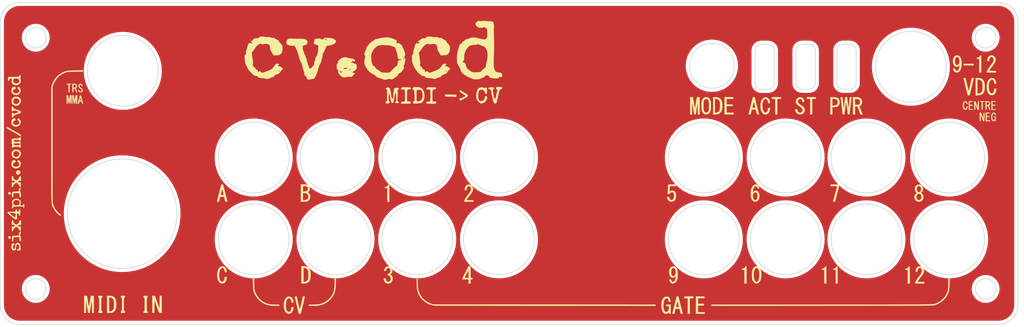
<source format=kicad_pcb>
(kicad_pcb (version 20171130) (host pcbnew "(5.1.2)-2")
  (layers (0 F.Cu signal) (31 B.Cu signal hide) (34 B.Paste user hide) (35 F.Paste user hide) (36 B.SilkS user hide) (37 F.SilkS user) (38 B.Mask user hide) (39 F.Mask user hide) (44 Edge.Cuts user))
  (net 0 "")
  (module LOGO (layer F.Cu) (at 0 0)
    (fp_text reference G*** hide)
    (fp_text value LOGO hide)
  )
  (gr_line (start -75.9419 -25.0381) (end 76.0181 -25.0381) (layer Edge.Cuts) (width 0.1))
  (gr_line (start 76.0181 -25.0381) (end 76.327731 -25.022668) (layer Edge.Cuts) (width 0.1))
  (gr_line (start 76.327731 -25.022668) (end 76.628223 -24.977362) (layer Edge.Cuts) (width 0.1))
  (gr_line (start 76.628223 -24.977362) (end 76.918079 -24.903667) (layer Edge.Cuts) (width 0.1))
  (gr_line (start 76.918079 -24.903667) (end 77.195806 -24.803069) (layer Edge.Cuts) (width 0.1))
  (gr_line (start 77.195806 -24.803069) (end 77.459907 -24.677053) (layer Edge.Cuts) (width 0.1))
  (gr_line (start 77.459907 -24.677053) (end 77.708887 -24.527104) (layer Edge.Cuts) (width 0.1))
  (gr_line (start 77.708887 -24.527104) (end 77.941252 -24.354708) (layer Edge.Cuts) (width 0.1))
  (gr_line (start 77.941252 -24.354708) (end 78.155505 -24.16135) (layer Edge.Cuts) (width 0.1))
  (gr_line (start 78.155505 -24.16135) (end 78.350152 -23.948516) (layer Edge.Cuts) (width 0.1))
  (gr_line (start 78.350152 -23.948516) (end 78.523697 -23.71769) (layer Edge.Cuts) (width 0.1))
  (gr_line (start 78.523697 -23.71769) (end 78.674646 -23.470358) (layer Edge.Cuts) (width 0.1))
  (gr_line (start 78.674646 -23.470358) (end 78.801502 -23.208006) (layer Edge.Cuts) (width 0.1))
  (gr_line (start 78.801502 -23.208006) (end 78.902771 -22.932119) (layer Edge.Cuts) (width 0.1))
  (gr_line (start 78.902771 -22.932119) (end 78.976957 -22.644182) (layer Edge.Cuts) (width 0.1))
  (gr_line (start 78.976957 -22.644182) (end 79.022565 -22.345681) (layer Edge.Cuts) (width 0.1))
  (gr_line (start 79.022565 -22.345681) (end 79.0381 -22.0381) (layer Edge.Cuts) (width 0.1))
  (gr_line (start 79.0381 -22.0381) (end 79.0381 21.9619) (layer Edge.Cuts) (width 0.1))
  (gr_line (start 79.0381 21.9619) (end 79.022565 22.269481) (layer Edge.Cuts) (width 0.1))
  (gr_line (start 27.688202 6.909838) (end 28.173341 6.680565) (layer Edge.Cuts) (width 0.1))
  (gr_line (start 28.173341 6.680565) (end 28.678507 6.49964) (layer Edge.Cuts) (width 0.1))
  (gr_line (start 28.678507 6.49964) (end 29.200093 6.368559) (layer Edge.Cuts) (width 0.1))
  (gr_line (start 29.200093 6.368559) (end 29.734493 6.288815) (layer Edge.Cuts) (width 0.1))
  (gr_line (start 29.734493 6.288815) (end 30.2781 6.261902) (layer Edge.Cuts) (width 0.1))
  (gr_line (start 30.2781 6.261902) (end 30.821707 6.288815) (layer Edge.Cuts) (width 0.1))
  (gr_line (start 30.821707 6.288815) (end 31.356107 6.368559) (layer Edge.Cuts) (width 0.1))
  (gr_line (start 31.356107 6.368559) (end 31.877693 6.49964) (layer Edge.Cuts) (width 0.1))
  (gr_line (start 31.877693 6.49964) (end 32.382859 6.680565) (layer Edge.Cuts) (width 0.1))
  (gr_line (start 32.382859 6.680565) (end 32.867998 6.909838) (layer Edge.Cuts) (width 0.1))
  (gr_line (start 32.867998 6.909838) (end 33.329503 7.185967) (layer Edge.Cuts) (width 0.1))
  (gr_line (start 33.329503 7.185967) (end 33.763768 7.507457) (layer Edge.Cuts) (width 0.1))
  (gr_line (start 33.763768 7.507457) (end 34.167187 7.872815) (layer Edge.Cuts) (width 0.1))
  (gr_line (start 34.167187 7.872815) (end 34.532545 8.276234) (layer Edge.Cuts) (width 0.1))
  (gr_line (start 34.532545 8.276234) (end 34.854035 8.710499) (layer Edge.Cuts) (width 0.1))
  (gr_line (start 34.854035 8.710499) (end 35.130164 9.172004) (layer Edge.Cuts) (width 0.1))
  (gr_line (start 35.130164 9.172004) (end 35.359437 9.657143) (layer Edge.Cuts) (width 0.1))
  (gr_line (start 35.359437 9.657143) (end 35.540362 10.162309) (layer Edge.Cuts) (width 0.1))
  (gr_line (start 35.540362 10.162309) (end 35.671443 10.683895) (layer Edge.Cuts) (width 0.1))
  (gr_line (start 35.671443 10.683895) (end 35.751187 11.218295) (layer Edge.Cuts) (width 0.1))
  (gr_line (start 35.751187 11.218295) (end 35.7781 11.761902) (layer Edge.Cuts) (width 0.1))
  (gr_line (start 35.7781 11.761902) (end 35.7781 11.761902) (layer Edge.Cuts) (width 0.1))
  (gr_line (start 35.7781 11.761902) (end 35.7781 11.761902) (layer Edge.Cuts) (width 0.1))
  (gr_line (start 75.6381 19.461899) (end 75.630271 19.620039) (layer Edge.Cuts) (width 0.1))
  (gr_line (start 75.630271 19.620039) (end 75.607072 19.775501) (layer Edge.Cuts) (width 0.1))
  (gr_line (start 75.607072 19.775501) (end 75.56894 19.927235) (layer Edge.Cuts) (width 0.1))
  (gr_line (start 75.56894 19.927235) (end 75.516307 20.074192) (layer Edge.Cuts) (width 0.1))
  (gr_line (start 75.516307 20.074192) (end 75.44961 20.215324) (layer Edge.Cuts) (width 0.1))
  (gr_line (start 75.44961 20.215324) (end 75.369281 20.34958) (layer Edge.Cuts) (width 0.1))
  (gr_line (start 75.369281 20.34958) (end 75.275757 20.475912) (layer Edge.Cuts) (width 0.1))
  (gr_line (start 75.275757 20.475912) (end 75.169471 20.59327) (layer Edge.Cuts) (width 0.1))
  (gr_line (start 75.169471 20.59327) (end 75.052113 20.699556) (layer Edge.Cuts) (width 0.1))
  (gr_line (start 75.052113 20.699556) (end 74.925781 20.79308) (layer Edge.Cuts) (width 0.1))
  (gr_line (start 74.925781 20.79308) (end 74.791525 20.873409) (layer Edge.Cuts) (width 0.1))
  (gr_line (start 74.791525 20.873409) (end 74.650393 20.940106) (layer Edge.Cuts) (width 0.1))
  (gr_line (start 74.650393 20.940106) (end 74.503436 20.992739) (layer Edge.Cuts) (width 0.1))
  (gr_line (start 74.503436 20.992739) (end 74.351702 21.030871) (layer Edge.Cuts) (width 0.1))
  (gr_line (start 74.351702 21.030871) (end 74.19624 21.05407) (layer Edge.Cuts) (width 0.1))
  (gr_line (start 74.19624 21.05407) (end 74.0381 21.061899) (layer Edge.Cuts) (width 0.1))
  (gr_line (start 74.0381 21.061899) (end 73.874509 21.053638) (layer Edge.Cuts) (width 0.1))
  (gr_line (start 73.874509 21.053638) (end 73.715644 21.029393) (layer Edge.Cuts) (width 0.1))
  (gr_line (start 73.715644 21.029393) (end 73.562309 20.989966) (layer Edge.Cuts) (width 0.1))
  (gr_line (start 73.562309 20.989966) (end 73.415308 20.936163) (layer Edge.Cuts) (width 0.1))
  (gr_line (start 73.415308 20.936163) (end 73.275445 20.868788) (layer Edge.Cuts) (width 0.1))
  (gr_line (start 73.275445 20.868788) (end 73.143525 20.788644) (layer Edge.Cuts) (width 0.1))
  (gr_line (start 73.143525 20.788644) (end 72.906729 20.59327) (layer Edge.Cuts) (width 0.1))
  (gr_line (start 72.906729 20.59327) (end 72.711355 20.356474) (layer Edge.Cuts) (width 0.1))
  (gr_line (start 72.711355 20.356474) (end 72.631211 20.224554) (layer Edge.Cuts) (width 0.1))
  (gr_line (start 72.631211 20.224554) (end 72.563836 20.084691) (layer Edge.Cuts) (width 0.1))
  (gr_line (start 72.563836 20.084691) (end 72.510033 19.93769) (layer Edge.Cuts) (width 0.1))
  (gr_line (start 72.510033 19.93769) (end 72.470606 19.784355) (layer Edge.Cuts) (width 0.1))
  (gr_line (start 72.470606 19.784355) (end 72.446361 19.62549) (layer Edge.Cuts) (width 0.1))
  (gr_line (start 72.446361 19.62549) (end 72.4381 19.461899) (layer Edge.Cuts) (width 0.1))
  (gr_line (start 72.4381 19.461899) (end 72.446361 19.298308) (layer Edge.Cuts) (width 0.1))
  (gr_line (start 72.446361 19.298308) (end 72.470606 19.139443) (layer Edge.Cuts) (width 0.1))
  (gr_line (start 72.470606 19.139443) (end 72.510033 18.986108) (layer Edge.Cuts) (width 0.1))
  (gr_line (start 72.510033 18.986108) (end 72.563836 18.839107) (layer Edge.Cuts) (width 0.1))
  (gr_line (start 72.563836 18.839107) (end 72.631211 18.699244) (layer Edge.Cuts) (width 0.1))
  (gr_line (start 72.631211 18.699244) (end 72.711355 18.567324) (layer Edge.Cuts) (width 0.1))
  (gr_line (start 72.711355 18.567324) (end 72.906729 18.330528) (layer Edge.Cuts) (width 0.1))
  (gr_line (start 72.906729 18.330528) (end 73.143525 18.135154) (layer Edge.Cuts) (width 0.1))
  (gr_line (start 73.143525 18.135154) (end 73.275445 18.05501) (layer Edge.Cuts) (width 0.1))
  (gr_line (start 73.275445 18.05501) (end 73.415308 17.987635) (layer Edge.Cuts) (width 0.1))
  (gr_line (start 73.415308 17.987635) (end 73.562309 17.933832) (layer Edge.Cuts) (width 0.1))
  (gr_line (start 73.562309 17.933832) (end 73.715644 17.894405) (layer Edge.Cuts) (width 0.1))
  (gr_line (start 73.715644 17.894405) (end 73.874509 17.87016) (layer Edge.Cuts) (width 0.1))
  (gr_line (start 73.874509 17.87016) (end 74.0381 17.861899) (layer Edge.Cuts) (width 0.1))
  (gr_line (start 74.0381 17.861899) (end 74.19624 17.869728) (layer Edge.Cuts) (width 0.1))
  (gr_line (start 74.19624 17.869728) (end 74.351702 17.892927) (layer Edge.Cuts) (width 0.1))
  (gr_line (start 74.351702 17.892927) (end 74.503436 17.931059) (layer Edge.Cuts) (width 0.1))
  (gr_line (start 74.503436 17.931059) (end 74.650393 17.983692) (layer Edge.Cuts) (width 0.1))
  (gr_line (start 74.650393 17.983692) (end 74.791525 18.050389) (layer Edge.Cuts) (width 0.1))
  (gr_line (start 74.791525 18.050389) (end 74.925781 18.130718) (layer Edge.Cuts) (width 0.1))
  (gr_line (start 74.925781 18.130718) (end 75.052113 18.224242) (layer Edge.Cuts) (width 0.1))
  (gr_line (start 75.052113 18.224242) (end 75.169471 18.330528) (layer Edge.Cuts) (width 0.1))
  (gr_line (start 75.169471 18.330528) (end 75.275757 18.447886) (layer Edge.Cuts) (width 0.1))
  (gr_line (start 75.275757 18.447886) (end 75.369281 18.574218) (layer Edge.Cuts) (width 0.1))
  (gr_line (start 75.369281 18.574218) (end 75.44961 18.708474) (layer Edge.Cuts) (width 0.1))
  (gr_line (start 75.44961 18.708474) (end 75.516307 18.849606) (layer Edge.Cuts) (width 0.1))
  (gr_line (start 75.516307 18.849606) (end 75.56894 18.996563) (layer Edge.Cuts) (width 0.1))
  (gr_line (start 75.56894 18.996563) (end 75.607072 19.148297) (layer Edge.Cuts) (width 0.1))
  (gr_line (start 75.607072 19.148297) (end 75.630271 19.303759) (layer Edge.Cuts) (width 0.1))
  (gr_line (start 75.630271 19.303759) (end 75.6381 19.461899) (layer Edge.Cuts) (width 0.1))
  (gr_line (start 75.6381 19.461899) (end 75.6381 19.461899) (layer Edge.Cuts) (width 0.1))
  (gr_line (start 75.6381 19.461899) (end 75.6381 19.461899) (layer Edge.Cuts) (width 0.1))
  (gr_line (start 75.6381 -19.5381) (end 75.630271 -19.379959) (layer Edge.Cuts) (width 0.1))
  (gr_line (start 75.630271 -19.379959) (end 75.607072 -19.224498) (layer Edge.Cuts) (width 0.1))
  (gr_line (start 75.607072 -19.224498) (end 75.56894 -19.072764) (layer Edge.Cuts) (width 0.1))
  (gr_line (start 75.56894 -19.072764) (end 75.516307 -18.925806) (layer Edge.Cuts) (width 0.1))
  (gr_line (start 75.516307 -18.925806) (end 75.44961 -18.784675) (layer Edge.Cuts) (width 0.1))
  (gr_line (start 75.44961 -18.784675) (end 75.369281 -18.650419) (layer Edge.Cuts) (width 0.1))
  (gr_line (start 75.369281 -18.650419) (end 75.275757 -18.524087) (layer Edge.Cuts) (width 0.1))
  (gr_line (start 75.275757 -18.524087) (end 75.169471 -18.406729) (layer Edge.Cuts) (width 0.1))
  (gr_line (start 75.169471 -18.406729) (end 75.052113 -18.300443) (layer Edge.Cuts) (width 0.1))
  (gr_line (start 75.052113 -18.300443) (end 74.925781 -18.206919) (layer Edge.Cuts) (width 0.1))
  (gr_line (start 74.925781 -18.206919) (end 74.791525 -18.12659) (layer Edge.Cuts) (width 0.1))
  (gr_line (start 74.791525 -18.12659) (end 74.650394 -18.059892) (layer Edge.Cuts) (width 0.1))
  (gr_line (start 74.650394 -18.059892) (end 74.503436 -18.00726) (layer Edge.Cuts) (width 0.1))
  (gr_line (start 74.503436 -18.00726) (end 74.351702 -17.969127) (layer Edge.Cuts) (width 0.1))
  (gr_line (start 74.351702 -17.969127) (end 74.19624 -17.945929) (layer Edge.Cuts) (width 0.1))
  (gr_line (start 74.19624 -17.945929) (end 74.0381 -17.9381) (layer Edge.Cuts) (width 0.1))
  (gr_line (start 74.0381 -17.9381) (end 73.87996 -17.945929) (layer Edge.Cuts) (width 0.1))
  (gr_line (start 73.87996 -17.945929) (end 73.724498 -17.969127) (layer Edge.Cuts) (width 0.1))
  (gr_line (start 73.724498 -17.969127) (end 73.572764 -18.00726) (layer Edge.Cuts) (width 0.1))
  (gr_line (start 73.572764 -18.00726) (end 73.425806 -18.059892) (layer Edge.Cuts) (width 0.1))
  (gr_line (start 73.425806 -18.059892) (end 73.284675 -18.12659) (layer Edge.Cuts) (width 0.1))
  (gr_line (start 73.284675 -18.12659) (end 73.150419 -18.206919) (layer Edge.Cuts) (width 0.1))
  (gr_line (start 73.150419 -18.206919) (end 73.024087 -18.300443) (layer Edge.Cuts) (width 0.1))
  (gr_line (start 73.024087 -18.300443) (end 72.906729 -18.406729) (layer Edge.Cuts) (width 0.1))
  (gr_line (start 72.906729 -18.406729) (end 72.800443 -18.524087) (layer Edge.Cuts) (width 0.1))
  (gr_line (start 72.800443 -18.524087) (end 72.706919 -18.650419) (layer Edge.Cuts) (width 0.1))
  (gr_line (start 72.706919 -18.650419) (end 72.62659 -18.784675) (layer Edge.Cuts) (width 0.1))
  (gr_line (start 72.62659 -18.784675) (end 72.559893 -18.925806) (layer Edge.Cuts) (width 0.1))
  (gr_line (start 72.559893 -18.925806) (end 72.50726 -19.072764) (layer Edge.Cuts) (width 0.1))
  (gr_line (start 72.50726 -19.072764) (end 72.469128 -19.224498) (layer Edge.Cuts) (width 0.1))
  (gr_line (start 72.469128 -19.224498) (end 72.445929 -19.379959) (layer Edge.Cuts) (width 0.1))
  (gr_line (start 72.445929 -19.379959) (end 72.4381 -19.5381) (layer Edge.Cuts) (width 0.1))
  (gr_line (start 72.4381 -19.5381) (end 72.446361 -19.701691) (layer Edge.Cuts) (width 0.1))
  (gr_line (start 72.446361 -19.701691) (end 72.470606 -19.860556) (layer Edge.Cuts) (width 0.1))
  (gr_line (start 72.470606 -19.860556) (end 72.510033 -20.013891) (layer Edge.Cuts) (width 0.1))
  (gr_line (start 72.510033 -20.013891) (end 72.563836 -20.160892) (layer Edge.Cuts) (width 0.1))
  (gr_line (start 72.563836 -20.160892) (end 72.631211 -20.300755) (layer Edge.Cuts) (width 0.1))
  (gr_line (start 72.631211 -20.300755) (end 72.711355 -20.432675) (layer Edge.Cuts) (width 0.1))
  (gr_line (start 72.711355 -20.432675) (end 72.906729 -20.669471) (layer Edge.Cuts) (width 0.1))
  (gr_line (start 72.906729 -20.669471) (end 73.143525 -20.864845) (layer Edge.Cuts) (width 0.1))
  (gr_line (start 73.143525 -20.864845) (end 73.275445 -20.944988) (layer Edge.Cuts) (width 0.1))
  (gr_line (start 73.275445 -20.944988) (end 73.415308 -21.012364) (layer Edge.Cuts) (width 0.1))
  (gr_line (start 73.415308 -21.012364) (end 73.562309 -21.066167) (layer Edge.Cuts) (width 0.1))
  (gr_line (start 73.562309 -21.066167) (end 73.715644 -21.105593) (layer Edge.Cuts) (width 0.1))
  (gr_line (start 73.715644 -21.105593) (end 73.874509 -21.129839) (layer Edge.Cuts) (width 0.1))
  (gr_line (start 73.874509 -21.129839) (end 74.0381 -21.1381) (layer Edge.Cuts) (width 0.1))
  (gr_line (start 74.0381 -21.1381) (end 74.19624 -21.13027) (layer Edge.Cuts) (width 0.1))
  (gr_line (start 74.19624 -21.13027) (end 74.351702 -21.107072) (layer Edge.Cuts) (width 0.1))
  (gr_line (start 74.351702 -21.107072) (end 74.503436 -21.06894) (layer Edge.Cuts) (width 0.1))
  (gr_line (start 74.503436 -21.06894) (end 74.650393 -21.016307) (layer Edge.Cuts) (width 0.1))
  (gr_line (start 74.650393 -21.016307) (end 74.791525 -20.949609) (layer Edge.Cuts) (width 0.1))
  (gr_line (start 74.791525 -20.949609) (end 74.925781 -20.869281) (layer Edge.Cuts) (width 0.1))
  (gr_line (start 74.925781 -20.869281) (end 75.052113 -20.775757) (layer Edge.Cuts) (width 0.1))
  (gr_line (start 75.052113 -20.775757) (end 75.169471 -20.669471) (layer Edge.Cuts) (width 0.1))
  (gr_line (start 75.169471 -20.669471) (end 75.275757 -20.552112) (layer Edge.Cuts) (width 0.1))
  (gr_line (start 75.275757 -20.552112) (end 75.369281 -20.425781) (layer Edge.Cuts) (width 0.1))
  (gr_line (start 75.369281 -20.425781) (end 75.44961 -20.291525) (layer Edge.Cuts) (width 0.1))
  (gr_line (start 75.44961 -20.291525) (end 75.516307 -20.150393) (layer Edge.Cuts) (width 0.1))
  (gr_line (start 75.516307 -20.150393) (end 75.56894 -20.003436) (layer Edge.Cuts) (width 0.1))
  (gr_line (start 75.56894 -20.003436) (end 75.607072 -19.851702) (layer Edge.Cuts) (width 0.1))
  (gr_line (start 75.607072 -19.851702) (end 75.630271 -19.69624) (layer Edge.Cuts) (width 0.1))
  (gr_line (start 75.630271 -19.69624) (end 75.6381 -19.5381) (layer Edge.Cuts) (width 0.1))
  (gr_line (start 75.6381 -19.5381) (end 75.6381 -19.5381) (layer Edge.Cuts) (width 0.1))
  (gr_line (start 75.6381 -19.5381) (end 75.6381 -19.5381) (layer Edge.Cuts) (width 0.1))
  (gr_line (start 79.022565 22.269481) (end 78.976957 22.567982) (layer Edge.Cuts) (width 0.1))
  (gr_line (start 78.976957 22.567982) (end 78.902771 22.855919) (layer Edge.Cuts) (width 0.1))
  (gr_line (start 78.902771 22.855919) (end 78.801502 23.131806) (layer Edge.Cuts) (width 0.1))
  (gr_line (start 78.801502 23.131806) (end 78.674646 23.394158) (layer Edge.Cuts) (width 0.1))
  (gr_line (start 78.674646 23.394158) (end 78.523697 23.64149) (layer Edge.Cuts) (width 0.1))
  (gr_line (start 78.523697 23.64149) (end 78.350152 23.872316) (layer Edge.Cuts) (width 0.1))
  (gr_line (start 78.350152 23.872316) (end 78.155505 24.08515) (layer Edge.Cuts) (width 0.1))
  (gr_line (start 78.155505 24.08515) (end 77.941252 24.278508) (layer Edge.Cuts) (width 0.1))
  (gr_line (start 77.941252 24.278508) (end 77.708887 24.450904) (layer Edge.Cuts) (width 0.1))
  (gr_line (start 77.708887 24.450904) (end 77.459907 24.600853) (layer Edge.Cuts) (width 0.1))
  (gr_line (start 77.459907 24.600853) (end 77.195806 24.726869) (layer Edge.Cuts) (width 0.1))
  (gr_line (start 77.195806 24.726869) (end 76.918079 24.827467) (layer Edge.Cuts) (width 0.1))
  (gr_line (start 76.918079 24.827467) (end 76.628223 24.901162) (layer Edge.Cuts) (width 0.1))
  (gr_line (start 76.628223 24.901162) (end 76.327731 24.946468) (layer Edge.Cuts) (width 0.1))
  (gr_line (start 76.327731 24.946468) (end 76.0181 24.9619) (layer Edge.Cuts) (width 0.1))
  (gr_line (start 76.0181 24.9619) (end -75.9419 24.9619) (layer Edge.Cuts) (width 0.1))
  (gr_line (start -75.9419 24.9619) (end -76.251531 24.946468) (layer Edge.Cuts) (width 0.1))
  (gr_line (start -76.251531 24.946468) (end -76.552023 24.901162) (layer Edge.Cuts) (width 0.1))
  (gr_line (start -76.552023 24.901162) (end -76.841879 24.827467) (layer Edge.Cuts) (width 0.1))
  (gr_line (start -76.841879 24.827467) (end -77.119606 24.726869) (layer Edge.Cuts) (width 0.1))
  (gr_line (start -77.119606 24.726869) (end -77.383707 24.600853) (layer Edge.Cuts) (width 0.1))
  (gr_line (start -77.383707 24.600853) (end -77.632687 24.450904) (layer Edge.Cuts) (width 0.1))
  (gr_line (start -77.632687 24.450904) (end -77.865052 24.278508) (layer Edge.Cuts) (width 0.1))
  (gr_line (start -77.865052 24.278508) (end -78.079305 24.08515) (layer Edge.Cuts) (width 0.1))
  (gr_line (start -78.079305 24.08515) (end -78.273952 23.872316) (layer Edge.Cuts) (width 0.1))
  (gr_line (start -78.273952 23.872316) (end -78.447497 23.64149) (layer Edge.Cuts) (width 0.1))
  (gr_line (start -78.447497 23.64149) (end -78.598446 23.394158) (layer Edge.Cuts) (width 0.1))
  (gr_line (start -78.598446 23.394158) (end -78.725302 23.131806) (layer Edge.Cuts) (width 0.1))
  (gr_line (start -78.725302 23.131806) (end -78.826571 22.855919) (layer Edge.Cuts) (width 0.1))
  (gr_line (start -78.826571 22.855919) (end -78.900757 22.567982) (layer Edge.Cuts) (width 0.1))
  (gr_line (start -78.900757 22.567982) (end -78.946365 22.269481) (layer Edge.Cuts) (width 0.1))
  (gr_line (start -78.946365 22.269481) (end -78.9619 21.9619) (layer Edge.Cuts) (width 0.1))
  (gr_line (start -78.9619 21.9619) (end -78.9619 -22.0381) (layer Edge.Cuts) (width 0.1))
  (gr_line (start -78.9619 -22.0381) (end -78.946365 -22.345681) (layer Edge.Cuts) (width 0.1))
  (gr_line (start -78.946365 -22.345681) (end -78.900757 -22.644182) (layer Edge.Cuts) (width 0.1))
  (gr_line (start -78.900757 -22.644182) (end -78.826571 -22.932119) (layer Edge.Cuts) (width 0.1))
  (gr_line (start -78.826571 -22.932119) (end -78.725302 -23.208006) (layer Edge.Cuts) (width 0.1))
  (gr_line (start -78.725302 -23.208006) (end -78.598446 -23.470358) (layer Edge.Cuts) (width 0.1))
  (gr_line (start -78.598446 -23.470358) (end -78.447497 -23.71769) (layer Edge.Cuts) (width 0.1))
  (gr_line (start -78.447497 -23.71769) (end -78.273952 -23.948516) (layer Edge.Cuts) (width 0.1))
  (gr_line (start -78.273952 -23.948516) (end -78.079305 -24.16135) (layer Edge.Cuts) (width 0.1))
  (gr_line (start -78.079305 -24.16135) (end -77.865052 -24.354708) (layer Edge.Cuts) (width 0.1))
  (gr_line (start -77.865052 -24.354708) (end -77.632687 -24.527104) (layer Edge.Cuts) (width 0.1))
  (gr_line (start -77.632687 -24.527104) (end -77.383707 -24.677053) (layer Edge.Cuts) (width 0.1))
  (gr_line (start -77.383707 -24.677053) (end -77.119606 -24.803069) (layer Edge.Cuts) (width 0.1))
  (gr_line (start -77.119606 -24.803069) (end -76.841879 -24.903667) (layer Edge.Cuts) (width 0.1))
  (gr_line (start -76.841879 -24.903667) (end -76.552023 -24.977362) (layer Edge.Cuts) (width 0.1))
  (gr_line (start -76.552023 -24.977362) (end -76.251531 -25.022668) (layer Edge.Cuts) (width 0.1))
  (gr_line (start -76.251531 -25.022668) (end -75.9419 -25.0381) (layer Edge.Cuts) (width 0.1))
  (gr_line (start -75.9419 -25.0381) (end -75.9419 -25.0381) (layer Edge.Cuts) (width 0.1))
  (gr_line (start -75.9419 -25.0381) (end -75.9419 -25.0381) (layer Edge.Cuts) (width 0.1))
  (gr_line (start -51.541901 7.781898) (end -51.552347 8.203389) (layer Edge.Cuts) (width 0.1))
  (gr_line (start -51.552347 8.203389) (end -51.583494 8.622019) (layer Edge.Cuts) (width 0.1))
  (gr_line (start -51.583494 8.622019) (end -51.635053 9.037091) (layer Edge.Cuts) (width 0.1))
  (gr_line (start -51.635053 9.037091) (end -51.706735 9.447909) (layer Edge.Cuts) (width 0.1))
  (gr_line (start -51.706735 9.447909) (end -51.798252 9.853777) (layer Edge.Cuts) (width 0.1))
  (gr_line (start -51.798252 9.853777) (end -51.909315 10.253997) (layer Edge.Cuts) (width 0.1))
  (gr_line (start -51.909315 10.253997) (end -52.039636 10.647872) (layer Edge.Cuts) (width 0.1))
  (gr_line (start -52.039636 10.647872) (end -52.188925 11.034707) (layer Edge.Cuts) (width 0.1))
  (gr_line (start -52.188925 11.034707) (end -52.356895 11.413804) (layer Edge.Cuts) (width 0.1))
  (gr_line (start -52.356895 11.413804) (end -52.543256 11.784467) (layer Edge.Cuts) (width 0.1))
  (gr_line (start -52.543256 11.784467) (end -52.747721 12.145998) (layer Edge.Cuts) (width 0.1))
  (gr_line (start -52.747721 12.145998) (end -52.970001 12.497702) (layer Edge.Cuts) (width 0.1))
  (gr_line (start -52.970001 12.497702) (end -53.209806 12.838882) (layer Edge.Cuts) (width 0.1))
  (gr_line (start -53.209806 12.838882) (end -53.466849 13.16884) (layer Edge.Cuts) (width 0.1))
  (gr_line (start -53.466849 13.16884) (end -53.740841 13.48688) (layer Edge.Cuts) (width 0.1))
  (gr_line (start -53.740841 13.48688) (end -54.031493 13.792306) (layer Edge.Cuts) (width 0.1))
  (gr_line (start -54.031493 13.792306) (end -54.336919 14.082958) (layer Edge.Cuts) (width 0.1))
  (gr_line (start -54.336919 14.082958) (end -54.654959 14.35695) (layer Edge.Cuts) (width 0.1))
  (gr_line (start -54.654959 14.35695) (end -54.984917 14.613993) (layer Edge.Cuts) (width 0.1))
  (gr_line (start -54.984917 14.613993) (end -55.326097 14.853798) (layer Edge.Cuts) (width 0.1))
  (gr_line (start -55.326097 14.853798) (end -55.677801 15.076078) (layer Edge.Cuts) (width 0.1))
  (gr_line (start -55.677801 15.076078) (end -56.039332 15.280543) (layer Edge.Cuts) (width 0.1))
  (gr_line (start -56.039332 15.280543) (end -56.409995 15.466904) (layer Edge.Cuts) (width 0.1))
  (gr_line (start -56.409995 15.466904) (end -56.789092 15.634874) (layer Edge.Cuts) (width 0.1))
  (gr_line (start -56.789092 15.634874) (end -57.175927 15.784163) (layer Edge.Cuts) (width 0.1))
  (gr_line (start -57.175927 15.784163) (end -57.569802 15.914484) (layer Edge.Cuts) (width 0.1))
  (gr_line (start -57.569802 15.914484) (end -57.970022 16.025547) (layer Edge.Cuts) (width 0.1))
  (gr_line (start -57.970022 16.025547) (end -58.37589 16.117064) (layer Edge.Cuts) (width 0.1))
  (gr_line (start -58.37589 16.117064) (end -58.786708 16.188746) (layer Edge.Cuts) (width 0.1))
  (gr_line (start -58.786708 16.188746) (end -59.20178 16.240305) (layer Edge.Cuts) (width 0.1))
  (gr_line (start -59.20178 16.240305) (end -59.62041 16.271452) (layer Edge.Cuts) (width 0.1))
  (gr_line (start -59.62041 16.271452) (end -60.041901 16.281898) (layer Edge.Cuts) (width 0.1))
  (gr_line (start -60.041901 16.281898) (end -60.463392 16.271452) (layer Edge.Cuts) (width 0.1))
  (gr_line (start -60.463392 16.271452) (end -60.882022 16.240305) (layer Edge.Cuts) (width 0.1))
  (gr_line (start -60.882022 16.240305) (end -61.297094 16.188746) (layer Edge.Cuts) (width 0.1))
  (gr_line (start -61.297094 16.188746) (end -61.707912 16.117064) (layer Edge.Cuts) (width 0.1))
  (gr_line (start -61.707912 16.117064) (end -62.11378 16.025547) (layer Edge.Cuts) (width 0.1))
  (gr_line (start -62.11378 16.025547) (end -62.514 15.914484) (layer Edge.Cuts) (width 0.1))
  (gr_line (start -62.514 15.914484) (end -62.907875 15.784163) (layer Edge.Cuts) (width 0.1))
  (gr_line (start -62.907875 15.784163) (end -63.29471 15.634874) (layer Edge.Cuts) (width 0.1))
  (gr_line (start -63.29471 15.634874) (end -63.673807 15.466904) (layer Edge.Cuts) (width 0.1))
  (gr_line (start -63.673807 15.466904) (end -64.04447 15.280543) (layer Edge.Cuts) (width 0.1))
  (gr_line (start -64.04447 15.280543) (end -64.406001 15.076078) (layer Edge.Cuts) (width 0.1))
  (gr_line (start -64.406001 15.076078) (end -64.757705 14.853798) (layer Edge.Cuts) (width 0.1))
  (gr_line (start -64.757705 14.853798) (end -65.098885 14.613993) (layer Edge.Cuts) (width 0.1))
  (gr_line (start -65.098885 14.613993) (end -65.428843 14.35695) (layer Edge.Cuts) (width 0.1))
  (gr_line (start -65.428843 14.35695) (end -65.746883 14.082958) (layer Edge.Cuts) (width 0.1))
  (gr_line (start -65.746883 14.082958) (end -66.052309 13.792306) (layer Edge.Cuts) (width 0.1))
  (gr_line (start -66.052309 13.792306) (end -66.342961 13.48688) (layer Edge.Cuts) (width 0.1))
  (gr_line (start -66.342961 13.48688) (end -66.616953 13.16884) (layer Edge.Cuts) (width 0.1))
  (gr_line (start -66.616953 13.16884) (end -66.873996 12.838882) (layer Edge.Cuts) (width 0.1))
  (gr_line (start -66.873996 12.838882) (end -67.113801 12.497702) (layer Edge.Cuts) (width 0.1))
  (gr_line (start -67.113801 12.497702) (end -67.336081 12.145998) (layer Edge.Cuts) (width 0.1))
  (gr_line (start -67.336081 12.145998) (end -67.540546 11.784467) (layer Edge.Cuts) (width 0.1))
  (gr_line (start -67.540546 11.784467) (end -67.726907 11.413804) (layer Edge.Cuts) (width 0.1))
  (gr_line (start -67.726907 11.413804) (end -67.894877 11.034707) (layer Edge.Cuts) (width 0.1))
  (gr_line (start -67.894877 11.034707) (end -68.044166 10.647872) (layer Edge.Cuts) (width 0.1))
  (gr_line (start -68.044166 10.647872) (end -68.174487 10.253997) (layer Edge.Cuts) (width 0.1))
  (gr_line (start -68.174487 10.253997) (end -68.28555 9.853777) (layer Edge.Cuts) (width 0.1))
  (gr_line (start -68.28555 9.853777) (end -68.377067 9.447909) (layer Edge.Cuts) (width 0.1))
  (gr_line (start -68.377067 9.447909) (end -68.448749 9.037091) (layer Edge.Cuts) (width 0.1))
  (gr_line (start -68.448749 9.037091) (end -68.500308 8.622019) (layer Edge.Cuts) (width 0.1))
  (gr_line (start -68.500308 8.622019) (end -68.531455 8.203389) (layer Edge.Cuts) (width 0.1))
  (gr_line (start -68.531455 8.203389) (end -68.541901 7.781898) (layer Edge.Cuts) (width 0.1))
  (gr_line (start -68.541901 7.781898) (end -68.531455 7.360407) (layer Edge.Cuts) (width 0.1))
  (gr_line (start -68.531455 7.360407) (end -68.500308 6.941777) (layer Edge.Cuts) (width 0.1))
  (gr_line (start -68.500308 6.941777) (end -68.448749 6.526705) (layer Edge.Cuts) (width 0.1))
  (gr_line (start -68.448749 6.526705) (end -68.377067 6.115887) (layer Edge.Cuts) (width 0.1))
  (gr_line (start -68.377067 6.115887) (end -68.28555 5.710019) (layer Edge.Cuts) (width 0.1))
  (gr_line (start -68.28555 5.710019) (end -68.174487 5.309799) (layer Edge.Cuts) (width 0.1))
  (gr_line (start -68.174487 5.309799) (end -68.044166 4.915924) (layer Edge.Cuts) (width 0.1))
  (gr_line (start -68.044166 4.915924) (end -67.894877 4.529089) (layer Edge.Cuts) (width 0.1))
  (gr_line (start -67.894877 4.529089) (end -67.726907 4.149992) (layer Edge.Cuts) (width 0.1))
  (gr_line (start -67.726907 4.149992) (end -67.540546 3.779329) (layer Edge.Cuts) (width 0.1))
  (gr_line (start -67.540546 3.779329) (end -67.336081 3.417798) (layer Edge.Cuts) (width 0.1))
  (gr_line (start -67.336081 3.417798) (end -67.113801 3.066094) (layer Edge.Cuts) (width 0.1))
  (gr_line (start -67.113801 3.066094) (end -66.873996 2.724914) (layer Edge.Cuts) (width 0.1))
  (gr_line (start -66.873996 2.724914) (end -66.616953 2.394956) (layer Edge.Cuts) (width 0.1))
  (gr_line (start -66.616953 2.394956) (end -66.342961 2.076916) (layer Edge.Cuts) (width 0.1))
  (gr_line (start -66.342961 2.076916) (end -66.052309 1.77149) (layer Edge.Cuts) (width 0.1))
  (gr_line (start -66.052309 1.77149) (end -65.746883 1.480838) (layer Edge.Cuts) (width 0.1))
  (gr_line (start -65.746883 1.480838) (end -65.428843 1.206846) (layer Edge.Cuts) (width 0.1))
  (gr_line (start -65.428843 1.206846) (end -65.098885 0.949803) (layer Edge.Cuts) (width 0.1))
  (gr_line (start -65.098885 0.949803) (end -64.757705 0.709998) (layer Edge.Cuts) (width 0.1))
  (gr_line (start -64.757705 0.709998) (end -64.406001 0.487718) (layer Edge.Cuts) (width 0.1))
  (gr_line (start -64.406001 0.487718) (end -64.04447 0.283253) (layer Edge.Cuts) (width 0.1))
  (gr_line (start -64.04447 0.283253) (end -63.673807 0.096892) (layer Edge.Cuts) (width 0.1))
  (gr_line (start -63.673807 0.096892) (end -63.29471 -0.071078) (layer Edge.Cuts) (width 0.1))
  (gr_line (start -63.29471 -0.071078) (end -62.907875 -0.220367) (layer Edge.Cuts) (width 0.1))
  (gr_line (start -62.907875 -0.220367) (end -62.514 -0.350688) (layer Edge.Cuts) (width 0.1))
  (gr_line (start -62.514 -0.350688) (end -62.11378 -0.461751) (layer Edge.Cuts) (width 0.1))
  (gr_line (start -62.11378 -0.461751) (end -61.707912 -0.553268) (layer Edge.Cuts) (width 0.1))
  (gr_line (start -61.707912 -0.553268) (end -61.297094 -0.62495) (layer Edge.Cuts) (width 0.1))
  (gr_line (start -61.297094 -0.62495) (end -60.882022 -0.676509) (layer Edge.Cuts) (width 0.1))
  (gr_line (start -60.882022 -0.676509) (end -60.463392 -0.707656) (layer Edge.Cuts) (width 0.1))
  (gr_line (start -60.463392 -0.707656) (end -60.041901 -0.718102) (layer Edge.Cuts) (width 0.1))
  (gr_line (start -60.041901 -0.718102) (end -59.62041 -0.707656) (layer Edge.Cuts) (width 0.1))
  (gr_line (start -59.62041 -0.707656) (end -59.20178 -0.676509) (layer Edge.Cuts) (width 0.1))
  (gr_line (start -59.20178 -0.676509) (end -58.786708 -0.62495) (layer Edge.Cuts) (width 0.1))
  (gr_line (start -58.786708 -0.62495) (end -58.37589 -0.553268) (layer Edge.Cuts) (width 0.1))
  (gr_line (start -58.37589 -0.553268) (end -57.970022 -0.461751) (layer Edge.Cuts) (width 0.1))
  (gr_line (start -57.970022 -0.461751) (end -57.569802 -0.350688) (layer Edge.Cuts) (width 0.1))
  (gr_line (start -57.569802 -0.350688) (end -57.175927 -0.220367) (layer Edge.Cuts) (width 0.1))
  (gr_line (start -57.175927 -0.220367) (end -56.789092 -0.071078) (layer Edge.Cuts) (width 0.1))
  (gr_line (start -56.789092 -0.071078) (end -56.409995 0.096892) (layer Edge.Cuts) (width 0.1))
  (gr_line (start -56.409995 0.096892) (end -56.039332 0.283253) (layer Edge.Cuts) (width 0.1))
  (gr_line (start -56.039332 0.283253) (end -55.677801 0.487718) (layer Edge.Cuts) (width 0.1))
  (gr_line (start -55.677801 0.487718) (end -55.326097 0.709998) (layer Edge.Cuts) (width 0.1))
  (gr_line (start -55.326097 0.709998) (end -54.984917 0.949803) (layer Edge.Cuts) (width 0.1))
  (gr_line (start -54.984917 0.949803) (end -54.654959 1.206846) (layer Edge.Cuts) (width 0.1))
  (gr_line (start -54.654959 1.206846) (end -54.336919 1.480838) (layer Edge.Cuts) (width 0.1))
  (gr_line (start -54.336919 1.480838) (end -54.031493 1.77149) (layer Edge.Cuts) (width 0.1))
  (gr_line (start -54.031493 1.77149) (end -53.740841 2.076916) (layer Edge.Cuts) (width 0.1))
  (gr_line (start -53.740841 2.076916) (end -53.466849 2.394956) (layer Edge.Cuts) (width 0.1))
  (gr_line (start -53.466849 2.394956) (end -53.209806 2.724914) (layer Edge.Cuts) (width 0.1))
  (gr_line (start -53.209806 2.724914) (end -52.970001 3.066094) (layer Edge.Cuts) (width 0.1))
  (gr_line (start -52.970001 3.066094) (end -52.747721 3.417798) (layer Edge.Cuts) (width 0.1))
  (gr_line (start -52.747721 3.417798) (end -52.543256 3.779329) (layer Edge.Cuts) (width 0.1))
  (gr_line (start -52.543256 3.779329) (end -52.356895 4.149992) (layer Edge.Cuts) (width 0.1))
  (gr_line (start -52.356895 4.149992) (end -52.188925 4.529089) (layer Edge.Cuts) (width 0.1))
  (gr_line (start -52.188925 4.529089) (end -52.039636 4.915924) (layer Edge.Cuts) (width 0.1))
  (gr_line (start -52.039636 4.915924) (end -51.909315 5.309799) (layer Edge.Cuts) (width 0.1))
  (gr_line (start -51.909315 5.309799) (end -51.798252 5.710019) (layer Edge.Cuts) (width 0.1))
  (gr_line (start -51.798252 5.710019) (end -51.706735 6.115887) (layer Edge.Cuts) (width 0.1))
  (gr_line (start -51.706735 6.115887) (end -51.635053 6.526705) (layer Edge.Cuts) (width 0.1))
  (gr_line (start -51.635053 6.526705) (end -51.583494 6.941777) (layer Edge.Cuts) (width 0.1))
  (gr_line (start -51.583494 6.941777) (end -51.552347 7.360407) (layer Edge.Cuts) (width 0.1))
  (gr_line (start -51.552347 7.360407) (end -51.541901 7.781898) (layer Edge.Cuts) (width 0.1))
  (gr_line (start -51.541901 7.781898) (end -51.541901 7.781898) (layer Edge.Cuts) (width 0.1))
  (gr_line (start -51.541901 7.781898) (end -51.541901 7.781898) (layer Edge.Cuts) (width 0.1))
  (gr_line (start -34.1119 -0.938101) (end -34.140296 -0.375758) (layer Edge.Cuts) (width 0.1))
  (gr_line (start -34.140296 -0.375758) (end -34.22364 0.170341) (layer Edge.Cuts) (width 0.1))
  (gr_line (start -34.22364 0.170341) (end -34.359169 0.697431) (layer Edge.Cuts) (width 0.1))
  (gr_line (start -34.359169 0.697431) (end -34.544117 1.202747) (layer Edge.Cuts) (width 0.1))
  (gr_line (start -34.544117 1.202747) (end -34.77572 1.683526) (layer Edge.Cuts) (width 0.1))
  (gr_line (start -34.77572 1.683526) (end -35.051214 2.137001) (layer Edge.Cuts) (width 0.1))
  (gr_line (start -35.051214 2.137001) (end -35.367833 2.56041) (layer Edge.Cuts) (width 0.1))
  (gr_line (start -35.367833 2.56041) (end -35.722813 2.950986) (layer Edge.Cuts) (width 0.1))
  (gr_line (start -35.722813 2.950986) (end -36.113389 3.305966) (layer Edge.Cuts) (width 0.1))
  (gr_line (start -36.113389 3.305966) (end -36.536798 3.622585) (layer Edge.Cuts) (width 0.1))
  (gr_line (start -36.536798 3.622585) (end -36.990273 3.898079) (layer Edge.Cuts) (width 0.1))
  (gr_line (start -36.990273 3.898079) (end -37.471052 4.129682) (layer Edge.Cuts) (width 0.1))
  (gr_line (start -37.471052 4.129682) (end -37.976368 4.31463) (layer Edge.Cuts) (width 0.1))
  (gr_line (start -37.976368 4.31463) (end -38.503458 4.450159) (layer Edge.Cuts) (width 0.1))
  (gr_line (start -38.503458 4.450159) (end -39.049557 4.533503) (layer Edge.Cuts) (width 0.1))
  (gr_line (start -39.049557 4.533503) (end -39.6119 4.561899) (layer Edge.Cuts) (width 0.1))
  (gr_line (start -39.6119 4.561899) (end -40.155507 4.534986) (layer Edge.Cuts) (width 0.1))
  (gr_line (start -40.155507 4.534986) (end -40.689907 4.455242) (layer Edge.Cuts) (width 0.1))
  (gr_line (start -40.689907 4.455242) (end -41.211493 4.324161) (layer Edge.Cuts) (width 0.1))
  (gr_line (start -41.211493 4.324161) (end -41.716659 4.143236) (layer Edge.Cuts) (width 0.1))
  (gr_line (start -41.716659 4.143236) (end -42.201798 3.913963) (layer Edge.Cuts) (width 0.1))
  (gr_line (start -42.201798 3.913963) (end -42.663303 3.637834) (layer Edge.Cuts) (width 0.1))
  (gr_line (start -42.663303 3.637834) (end -43.097568 3.316344) (layer Edge.Cuts) (width 0.1))
  (gr_line (start -43.097568 3.316344) (end -43.500987 2.950986) (layer Edge.Cuts) (width 0.1))
  (gr_line (start -43.500987 2.950986) (end -43.866345 2.547567) (layer Edge.Cuts) (width 0.1))
  (gr_line (start -43.866345 2.547567) (end -44.187835 2.113302) (layer Edge.Cuts) (width 0.1))
  (gr_line (start -44.187835 2.113302) (end -44.463964 1.651797) (layer Edge.Cuts) (width 0.1))
  (gr_line (start -44.463964 1.651797) (end -44.693237 1.166658) (layer Edge.Cuts) (width 0.1))
  (gr_line (start -44.693237 1.166658) (end -44.874162 0.661492) (layer Edge.Cuts) (width 0.1))
  (gr_line (start -44.874162 0.661492) (end -45.005243 0.139906) (layer Edge.Cuts) (width 0.1))
  (gr_line (start -45.005243 0.139906) (end -45.084987 -0.394494) (layer Edge.Cuts) (width 0.1))
  (gr_line (start -45.084987 -0.394494) (end -45.1119 -0.938101) (layer Edge.Cuts) (width 0.1))
  (gr_line (start -45.1119 -0.938101) (end -45.084987 -1.481708) (layer Edge.Cuts) (width 0.1))
  (gr_line (start -45.084987 -1.481708) (end -45.005243 -2.016108) (layer Edge.Cuts) (width 0.1))
  (gr_line (start -45.005243 -2.016108) (end -44.874162 -2.537694) (layer Edge.Cuts) (width 0.1))
  (gr_line (start -44.874162 -2.537694) (end -44.693237 -3.04286) (layer Edge.Cuts) (width 0.1))
  (gr_line (start -44.693237 -3.04286) (end -44.463964 -3.527999) (layer Edge.Cuts) (width 0.1))
  (gr_line (start -44.463964 -3.527999) (end -44.187835 -3.989504) (layer Edge.Cuts) (width 0.1))
  (gr_line (start -44.187835 -3.989504) (end -43.866345 -4.423769) (layer Edge.Cuts) (width 0.1))
  (gr_line (start -43.866345 -4.423769) (end -43.500987 -4.827188) (layer Edge.Cuts) (width 0.1))
  (gr_line (start -43.500987 -4.827188) (end -43.097568 -5.192546) (layer Edge.Cuts) (width 0.1))
  (gr_line (start -43.097568 -5.192546) (end -42.663303 -5.514036) (layer Edge.Cuts) (width 0.1))
  (gr_line (start -42.663303 -5.514036) (end -42.201798 -5.790165) (layer Edge.Cuts) (width 0.1))
  (gr_line (start -42.201798 -5.790165) (end -41.716659 -6.019438) (layer Edge.Cuts) (width 0.1))
  (gr_line (start -41.716659 -6.019438) (end -41.211493 -6.200363) (layer Edge.Cuts) (width 0.1))
  (gr_line (start -41.211493 -6.200363) (end -40.689907 -6.331444) (layer Edge.Cuts) (width 0.1))
  (gr_line (start -40.689907 -6.331444) (end -40.155507 -6.411188) (layer Edge.Cuts) (width 0.1))
  (gr_line (start -40.155507 -6.411188) (end -39.6119 -6.438101) (layer Edge.Cuts) (width 0.1))
  (gr_line (start -39.6119 -6.438101) (end -39.049557 -6.409705) (layer Edge.Cuts) (width 0.1))
  (gr_line (start -39.049557 -6.409705) (end -38.503458 -6.326361) (layer Edge.Cuts) (width 0.1))
  (gr_line (start -38.503458 -6.326361) (end -37.976368 -6.190832) (layer Edge.Cuts) (width 0.1))
  (gr_line (start -37.976368 -6.190832) (end -37.471052 -6.005884) (layer Edge.Cuts) (width 0.1))
  (gr_line (start -37.471052 -6.005884) (end -36.990273 -5.774281) (layer Edge.Cuts) (width 0.1))
  (gr_line (start -36.990273 -5.774281) (end -36.536798 -5.498787) (layer Edge.Cuts) (width 0.1))
  (gr_line (start -36.536798 -5.498787) (end -36.113389 -5.182168) (layer Edge.Cuts) (width 0.1))
  (gr_line (start -36.113389 -5.182168) (end -35.722813 -4.827188) (layer Edge.Cuts) (width 0.1))
  (gr_line (start -35.722813 -4.827188) (end -35.367833 -4.436612) (layer Edge.Cuts) (width 0.1))
  (gr_line (start -35.367833 -4.436612) (end -35.051214 -4.013203) (layer Edge.Cuts) (width 0.1))
  (gr_line (start -35.051214 -4.013203) (end -34.77572 -3.559728) (layer Edge.Cuts) (width 0.1))
  (gr_line (start -34.77572 -3.559728) (end -34.544117 -3.078949) (layer Edge.Cuts) (width 0.1))
  (gr_line (start -34.544117 -3.078949) (end -34.359169 -2.573633) (layer Edge.Cuts) (width 0.1))
  (gr_line (start -34.359169 -2.573633) (end -34.22364 -2.046543) (layer Edge.Cuts) (width 0.1))
  (gr_line (start -34.22364 -2.046543) (end -34.140296 -1.500444) (layer Edge.Cuts) (width 0.1))
  (gr_line (start -34.140296 -1.500444) (end -34.1119 -0.938101) (layer Edge.Cuts) (width 0.1))
  (gr_line (start -34.1119 -0.938101) (end -34.1119 -0.938101) (layer Edge.Cuts) (width 0.1))
  (gr_line (start -34.1119 -0.938101) (end -34.1119 -0.938101) (layer Edge.Cuts) (width 0.1))
  (gr_line (start -21.421902 -0.938101) (end -21.448815 -0.394494) (layer Edge.Cuts) (width 0.1))
  (gr_line (start -21.448815 -0.394494) (end -21.528559 0.139906) (layer Edge.Cuts) (width 0.1))
  (gr_line (start -21.528559 0.139906) (end -21.65964 0.661492) (layer Edge.Cuts) (width 0.1))
  (gr_line (start -21.65964 0.661492) (end -21.840565 1.166658) (layer Edge.Cuts) (width 0.1))
  (gr_line (start -21.840565 1.166658) (end -22.069838 1.651797) (layer Edge.Cuts) (width 0.1))
  (gr_line (start -22.069838 1.651797) (end -22.345967 2.113302) (layer Edge.Cuts) (width 0.1))
  (gr_line (start 32.568893 -11.845453) (end 32.233472 -11.759208) (layer Edge.Cuts) (width 0.1))
  (gr_line (start 32.233472 -11.759208) (end 31.885955 -11.70617) (layer Edge.Cuts) (width 0.1))
  (gr_line (start 31.885955 -11.70617) (end 31.5281 -11.6881) (layer Edge.Cuts) (width 0.1))
  (gr_line (start 31.5281 -11.6881) (end 31.170245 -11.70617) (layer Edge.Cuts) (width 0.1))
  (gr_line (start 31.170245 -11.70617) (end 30.822728 -11.759208) (layer Edge.Cuts) (width 0.1))
  (gr_line (start 30.822728 -11.759208) (end 30.487307 -11.845453) (layer Edge.Cuts) (width 0.1))
  (gr_line (start 30.487307 -11.845453) (end 30.165742 -11.963147) (layer Edge.Cuts) (width 0.1))
  (gr_line (start 30.165742 -11.963147) (end 29.859792 -12.110531) (layer Edge.Cuts) (width 0.1))
  (gr_line (start 29.859792 -12.110531) (end 29.571217 -12.285845) (layer Edge.Cuts) (width 0.1))
  (gr_line (start 29.571217 -12.285845) (end 29.301775 -12.48733) (layer Edge.Cuts) (width 0.1))
  (gr_line (start 29.301775 -12.48733) (end 29.053226 -12.713226) (layer Edge.Cuts) (width 0.1))
  (gr_line (start 29.053226 -12.713226) (end 28.82733 -12.961775) (layer Edge.Cuts) (width 0.1))
  (gr_line (start 28.82733 -12.961775) (end 28.625845 -13.231217) (layer Edge.Cuts) (width 0.1))
  (gr_line (start 28.625845 -13.231217) (end 28.450531 -13.519792) (layer Edge.Cuts) (width 0.1))
  (gr_line (start 28.450531 -13.519792) (end 28.303147 -13.825742) (layer Edge.Cuts) (width 0.1))
  (gr_line (start 28.303147 -13.825742) (end 28.185453 -14.147307) (layer Edge.Cuts) (width 0.1))
  (gr_line (start 28.185453 -14.147307) (end 28.099208 -14.482728) (layer Edge.Cuts) (width 0.1))
  (gr_line (start 28.099208 -14.482728) (end 28.04617 -14.830245) (layer Edge.Cuts) (width 0.1))
  (gr_line (start 28.04617 -14.830245) (end 28.0281 -15.1881) (layer Edge.Cuts) (width 0.1))
  (gr_line (start 28.0281 -15.1881) (end 28.045227 -15.534032) (layer Edge.Cuts) (width 0.1))
  (gr_line (start 28.045227 -15.534032) (end 28.095973 -15.874105) (layer Edge.Cuts) (width 0.1))
  (gr_line (start 28.095973 -15.874105) (end 28.179388 -16.206023) (layer Edge.Cuts) (width 0.1))
  (gr_line (start 28.179388 -16.206023) (end 28.294522 -16.527492) (layer Edge.Cuts) (width 0.1))
  (gr_line (start 28.294522 -16.527492) (end 28.440423 -16.836217) (layer Edge.Cuts) (width 0.1))
  (gr_line (start 28.440423 -16.836217) (end 28.616141 -17.129902) (layer Edge.Cuts) (width 0.1))
  (gr_line (start 28.616141 -17.129902) (end 28.820726 -17.406252) (layer Edge.Cuts) (width 0.1))
  (gr_line (start 28.820726 -17.406252) (end 29.053226 -17.662974) (layer Edge.Cuts) (width 0.1))
  (gr_line (start 29.053226 -17.662974) (end 29.309948 -17.895474) (layer Edge.Cuts) (width 0.1))
  (gr_line (start 29.309948 -17.895474) (end 29.586298 -18.100059) (layer Edge.Cuts) (width 0.1))
  (gr_line (start 29.586298 -18.100059) (end 29.879983 -18.275777) (layer Edge.Cuts) (width 0.1))
  (gr_line (start 29.879983 -18.275777) (end 30.188708 -18.421678) (layer Edge.Cuts) (width 0.1))
  (gr_line (start 30.188708 -18.421678) (end 30.510177 -18.536812) (layer Edge.Cuts) (width 0.1))
  (gr_line (start 30.510177 -18.536812) (end 30.842095 -18.620227) (layer Edge.Cuts) (width 0.1))
  (gr_line (start 30.842095 -18.620227) (end 31.182168 -18.670973) (layer Edge.Cuts) (width 0.1))
  (gr_line (start 31.182168 -18.670973) (end 31.5281 -18.6881) (layer Edge.Cuts) (width 0.1))
  (gr_line (start 31.5281 -18.6881) (end 31.885955 -18.67003) (layer Edge.Cuts) (width 0.1))
  (gr_line (start 31.885955 -18.67003) (end 32.233472 -18.616992) (layer Edge.Cuts) (width 0.1))
  (gr_line (start 32.233472 -18.616992) (end 32.568893 -18.530747) (layer Edge.Cuts) (width 0.1))
  (gr_line (start 32.568893 -18.530747) (end 32.890458 -18.413053) (layer Edge.Cuts) (width 0.1))
  (gr_line (start 32.890458 -18.413053) (end 33.196408 -18.265669) (layer Edge.Cuts) (width 0.1))
  (gr_line (start 33.196408 -18.265669) (end 33.484983 -18.090355) (layer Edge.Cuts) (width 0.1))
  (gr_line (start 33.484983 -18.090355) (end 33.754425 -17.88887) (layer Edge.Cuts) (width 0.1))
  (gr_line (start 33.754425 -17.88887) (end 34.002974 -17.662974) (layer Edge.Cuts) (width 0.1))
  (gr_line (start 34.002974 -17.662974) (end 34.22887 -17.414425) (layer Edge.Cuts) (width 0.1))
  (gr_line (start 34.22887 -17.414425) (end 34.430355 -17.144983) (layer Edge.Cuts) (width 0.1))
  (gr_line (start 34.430355 -17.144983) (end 34.605669 -16.856408) (layer Edge.Cuts) (width 0.1))
  (gr_line (start 34.605669 -16.856408) (end 34.753053 -16.550458) (layer Edge.Cuts) (width 0.1))
  (gr_line (start 34.753053 -16.550458) (end 34.870747 -16.228893) (layer Edge.Cuts) (width 0.1))
  (gr_line (start 34.870747 -16.228893) (end 34.956992 -15.893472) (layer Edge.Cuts) (width 0.1))
  (gr_line (start 34.956992 -15.893472) (end 35.01003 -15.545955) (layer Edge.Cuts) (width 0.1))
  (gr_line (start 35.01003 -15.545955) (end 35.0281 -15.1881) (layer Edge.Cuts) (width 0.1))
  (gr_line (start 35.0281 -15.1881) (end 35.0281 -15.1881) (layer Edge.Cuts) (width 0.1))
  (gr_line (start 35.0281 -15.1881) (end 35.0281 -15.1881) (layer Edge.Cuts) (width 0.1))
  (gr_line (start 39.2381 -18.5281) (end 40.2381 -18.5281) (layer Edge.Cuts) (width 0.1))
  (gr_line (start 40.2381 -18.5281) (end 40.440127 -18.508664) (layer Edge.Cuts) (width 0.1))
  (gr_line (start 40.440127 -18.508664) (end 40.628069 -18.45289) (layer Edge.Cuts) (width 0.1))
  (gr_line (start 40.628069 -18.45289) (end 40.797963 -18.364581) (layer Edge.Cuts) (width 0.1))
  (gr_line (start 40.797963 -18.364581) (end 40.94585 -18.24754) (layer Edge.Cuts) (width 0.1))
  (gr_line (start 40.94585 -18.24754) (end 41.067768 -18.105569) (layer Edge.Cuts) (width 0.1))
  (gr_line (start 41.067768 -18.105569) (end 41.159756 -17.94247) (layer Edge.Cuts) (width 0.1))
  (gr_line (start 41.159756 -17.94247) (end 41.217854 -17.762046) (layer Edge.Cuts) (width 0.1))
  (gr_line (start 41.217854 -17.762046) (end 41.2381 -17.5681) (layer Edge.Cuts) (width 0.1))
  (gr_line (start 41.2381 -17.5681) (end 41.2381 -12.4881) (layer Edge.Cuts) (width 0.1))
  (gr_line (start 41.2381 -12.4881) (end 41.217854 -12.294154) (layer Edge.Cuts) (width 0.1))
  (gr_line (start 41.217854 -12.294154) (end 41.159756 -12.11373) (layer Edge.Cuts) (width 0.1))
  (gr_line (start 41.159756 -12.11373) (end 41.067768 -11.950631) (layer Edge.Cuts) (width 0.1))
  (gr_line (start 41.067768 -11.950631) (end 40.94585 -11.80866) (layer Edge.Cuts) (width 0.1))
  (gr_line (start 40.94585 -11.80866) (end 40.797963 -11.691619) (layer Edge.Cuts) (width 0.1))
  (gr_line (start 40.797963 -11.691619) (end 40.628069 -11.60331) (layer Edge.Cuts) (width 0.1))
  (gr_line (start 40.628069 -11.60331) (end 40.440127 -11.547536) (layer Edge.Cuts) (width 0.1))
  (gr_line (start 40.440127 -11.547536) (end 40.2381 -11.5281) (layer Edge.Cuts) (width 0.1))
  (gr_line (start 40.2381 -11.5281) (end 39.2381 -11.5281) (layer Edge.Cuts) (width 0.1))
  (gr_line (start 39.2381 -11.5281) (end 39.036073 -11.547536) (layer Edge.Cuts) (width 0.1))
  (gr_line (start 39.036073 -11.547536) (end 38.848131 -11.60331) (layer Edge.Cuts) (width 0.1))
  (gr_line (start 38.848131 -11.60331) (end 38.678237 -11.691619) (layer Edge.Cuts) (width 0.1))
  (gr_line (start 38.678237 -11.691619) (end 38.53035 -11.80866) (layer Edge.Cuts) (width 0.1))
  (gr_line (start 38.53035 -11.80866) (end 38.408432 -11.950631) (layer Edge.Cuts) (width 0.1))
  (gr_line (start 38.408432 -11.950631) (end 38.316444 -12.11373) (layer Edge.Cuts) (width 0.1))
  (gr_line (start 38.316444 -12.11373) (end 38.258346 -12.294154) (layer Edge.Cuts) (width 0.1))
  (gr_line (start 38.258346 -12.294154) (end 38.2381 -12.4881) (layer Edge.Cuts) (width 0.1))
  (gr_line (start 38.2381 -12.4881) (end 38.2381 -17.5681) (layer Edge.Cuts) (width 0.1))
  (gr_line (start 38.2381 -17.5681) (end 38.258346 -17.762046) (layer Edge.Cuts) (width 0.1))
  (gr_line (start 38.258346 -17.762046) (end 38.316444 -17.94247) (layer Edge.Cuts) (width 0.1))
  (gr_line (start 38.316444 -17.94247) (end 38.408432 -18.105569) (layer Edge.Cuts) (width 0.1))
  (gr_line (start 38.408432 -18.105569) (end 38.53035 -18.24754) (layer Edge.Cuts) (width 0.1))
  (gr_line (start 38.53035 -18.24754) (end 38.678237 -18.364581) (layer Edge.Cuts) (width 0.1))
  (gr_line (start 38.678237 -18.364581) (end 38.848131 -18.45289) (layer Edge.Cuts) (width 0.1))
  (gr_line (start 38.848131 -18.45289) (end 39.036073 -18.508664) (layer Edge.Cuts) (width 0.1))
  (gr_line (start 39.036073 -18.508664) (end 39.2381 -18.5281) (layer Edge.Cuts) (width 0.1))
  (gr_line (start 39.2381 -18.5281) (end 39.2381 -18.5281) (layer Edge.Cuts) (width 0.1))
  (gr_line (start 39.2381 -18.5281) (end 39.2381 -18.5281) (layer Edge.Cuts) (width 0.1))
  (gr_line (start 45.5881 -18.5381) (end 46.5881 -18.5381) (layer Edge.Cuts) (width 0.1))
  (gr_line (start 46.5881 -18.5381) (end 46.790127 -18.518664) (layer Edge.Cuts) (width 0.1))
  (gr_line (start 46.790127 -18.518664) (end 46.978069 -18.46289) (layer Edge.Cuts) (width 0.1))
  (gr_line (start 46.978069 -18.46289) (end 47.147963 -18.374581) (layer Edge.Cuts) (width 0.1))
  (gr_line (start 47.147963 -18.374581) (end 47.29585 -18.25754) (layer Edge.Cuts) (width 0.1))
  (gr_line (start 47.29585 -18.25754) (end 47.417768 -18.115569) (layer Edge.Cuts) (width 0.1))
  (gr_line (start 47.417768 -18.115569) (end 47.509756 -17.95247) (layer Edge.Cuts) (width 0.1))
  (gr_line (start 47.509756 -17.95247) (end 47.567854 -17.772046) (layer Edge.Cuts) (width 0.1))
  (gr_line (start 47.567854 -17.772046) (end 47.5881 -17.5781) (layer Edge.Cuts) (width 0.1))
  (gr_line (start 47.5881 -17.5781) (end 47.5881 -12.4981) (layer Edge.Cuts) (width 0.1))
  (gr_line (start 47.5881 -12.4981) (end 47.567854 -12.304154) (layer Edge.Cuts) (width 0.1))
  (gr_line (start 47.567854 -12.304154) (end 47.509756 -12.12373) (layer Edge.Cuts) (width 0.1))
  (gr_line (start 47.509756 -12.12373) (end 47.417768 -11.960631) (layer Edge.Cuts) (width 0.1))
  (gr_line (start 47.417768 -11.960631) (end 47.29585 -11.81866) (layer Edge.Cuts) (width 0.1))
  (gr_line (start 47.29585 -11.81866) (end 47.147963 -11.701619) (layer Edge.Cuts) (width 0.1))
  (gr_line (start 47.147963 -11.701619) (end 46.978069 -11.61331) (layer Edge.Cuts) (width 0.1))
  (gr_line (start 46.978069 -11.61331) (end 46.790127 -11.557536) (layer Edge.Cuts) (width 0.1))
  (gr_line (start 46.790127 -11.557536) (end 46.5881 -11.5381) (layer Edge.Cuts) (width 0.1))
  (gr_line (start 46.5881 -11.5381) (end 45.5881 -11.5381) (layer Edge.Cuts) (width 0.1))
  (gr_line (start 45.5881 -11.5381) (end 45.386073 -11.557536) (layer Edge.Cuts) (width 0.1))
  (gr_line (start 45.386073 -11.557536) (end 45.198131 -11.61331) (layer Edge.Cuts) (width 0.1))
  (gr_line (start 45.198131 -11.61331) (end 45.028237 -11.701619) (layer Edge.Cuts) (width 0.1))
  (gr_line (start 45.028237 -11.701619) (end 44.88035 -11.81866) (layer Edge.Cuts) (width 0.1))
  (gr_line (start 44.88035 -11.81866) (end 44.758432 -11.960631) (layer Edge.Cuts) (width 0.1))
  (gr_line (start 44.758432 -11.960631) (end 44.666444 -12.12373) (layer Edge.Cuts) (width 0.1))
  (gr_line (start 44.666444 -12.12373) (end 44.608346 -12.304154) (layer Edge.Cuts) (width 0.1))
  (gr_line (start 44.608346 -12.304154) (end 44.5881 -12.4981) (layer Edge.Cuts) (width 0.1))
  (gr_line (start 44.5881 -12.4981) (end 44.5881 -17.5781) (layer Edge.Cuts) (width 0.1))
  (gr_line (start 44.5881 -17.5781) (end 44.608346 -17.772046) (layer Edge.Cuts) (width 0.1))
  (gr_line (start 44.608346 -17.772046) (end 44.666444 -17.95247) (layer Edge.Cuts) (width 0.1))
  (gr_line (start 44.666444 -17.95247) (end 44.758432 -18.115569) (layer Edge.Cuts) (width 0.1))
  (gr_line (start 44.758432 -18.115569) (end 44.88035 -18.25754) (layer Edge.Cuts) (width 0.1))
  (gr_line (start 44.88035 -18.25754) (end 45.028237 -18.374581) (layer Edge.Cuts) (width 0.1))
  (gr_line (start 45.028237 -18.374581) (end 45.198131 -18.46289) (layer Edge.Cuts) (width 0.1))
  (gr_line (start 45.198131 -18.46289) (end 45.386073 -18.518664) (layer Edge.Cuts) (width 0.1))
  (gr_line (start 45.386073 -18.518664) (end 45.5881 -18.5381) (layer Edge.Cuts) (width 0.1))
  (gr_line (start 45.5881 -18.5381) (end 45.5881 -18.5381) (layer Edge.Cuts) (width 0.1))
  (gr_line (start 45.5881 -18.5381) (end 45.5881 -18.5381) (layer Edge.Cuts) (width 0.1))
  (gr_line (start 51.9381 -18.5381) (end 52.9381 -18.5381) (layer Edge.Cuts) (width 0.1))
  (gr_line (start 52.9381 -18.5381) (end 53.140127 -18.518664) (layer Edge.Cuts) (width 0.1))
  (gr_line (start 53.140127 -18.518664) (end 53.328069 -18.46289) (layer Edge.Cuts) (width 0.1))
  (gr_line (start 53.328069 -18.46289) (end 53.497963 -18.374581) (layer Edge.Cuts) (width 0.1))
  (gr_line (start 53.497963 -18.374581) (end 53.64585 -18.25754) (layer Edge.Cuts) (width 0.1))
  (gr_line (start 53.64585 -18.25754) (end 53.767768 -18.115569) (layer Edge.Cuts) (width 0.1))
  (gr_line (start 53.767768 -18.115569) (end 53.859756 -17.95247) (layer Edge.Cuts) (width 0.1))
  (gr_line (start 53.859756 -17.95247) (end 53.917854 -17.772046) (layer Edge.Cuts) (width 0.1))
  (gr_line (start 53.917854 -17.772046) (end 53.9381 -17.5781) (layer Edge.Cuts) (width 0.1))
  (gr_line (start 53.9381 -17.5781) (end 53.9381 -12.4981) (layer Edge.Cuts) (width 0.1))
  (gr_line (start 53.9381 -12.4981) (end 53.917854 -12.304154) (layer Edge.Cuts) (width 0.1))
  (gr_line (start 53.917854 -12.304154) (end 53.859756 -12.12373) (layer Edge.Cuts) (width 0.1))
  (gr_line (start 53.859756 -12.12373) (end 53.767768 -11.960631) (layer Edge.Cuts) (width 0.1))
  (gr_line (start 53.767768 -11.960631) (end 53.64585 -11.81866) (layer Edge.Cuts) (width 0.1))
  (gr_line (start 53.64585 -11.81866) (end 53.497963 -11.701619) (layer Edge.Cuts) (width 0.1))
  (gr_line (start 53.497963 -11.701619) (end 53.328069 -11.61331) (layer Edge.Cuts) (width 0.1))
  (gr_line (start 53.328069 -11.61331) (end 53.140127 -11.557536) (layer Edge.Cuts) (width 0.1))
  (gr_line (start 53.140127 -11.557536) (end 52.9381 -11.5381) (layer Edge.Cuts) (width 0.1))
  (gr_line (start 52.9381 -11.5381) (end 51.9381 -11.5381) (layer Edge.Cuts) (width 0.1))
  (gr_line (start 51.9381 -11.5381) (end 51.736073 -11.557536) (layer Edge.Cuts) (width 0.1))
  (gr_line (start 51.736073 -11.557536) (end 51.548131 -11.61331) (layer Edge.Cuts) (width 0.1))
  (gr_line (start 51.548131 -11.61331) (end 51.378237 -11.701619) (layer Edge.Cuts) (width 0.1))
  (gr_line (start 51.378237 -11.701619) (end 51.23035 -11.81866) (layer Edge.Cuts) (width 0.1))
  (gr_line (start 51.23035 -11.81866) (end 51.108432 -11.960631) (layer Edge.Cuts) (width 0.1))
  (gr_line (start 51.108432 -11.960631) (end 51.016444 -12.12373) (layer Edge.Cuts) (width 0.1))
  (gr_line (start 51.016444 -12.12373) (end 50.958346 -12.304154) (layer Edge.Cuts) (width 0.1))
  (gr_line (start 50.958346 -12.304154) (end 50.9381 -12.4981) (layer Edge.Cuts) (width 0.1))
  (gr_line (start 50.9381 -12.4981) (end 50.9381 -17.5781) (layer Edge.Cuts) (width 0.1))
  (gr_line (start 50.9381 -17.5781) (end 50.958346 -17.772046) (layer Edge.Cuts) (width 0.1))
  (gr_line (start 50.958346 -17.772046) (end 51.016444 -17.95247) (layer Edge.Cuts) (width 0.1))
  (gr_line (start 51.016444 -17.95247) (end 51.108432 -18.115569) (layer Edge.Cuts) (width 0.1))
  (gr_line (start 51.108432 -18.115569) (end 51.23035 -18.25754) (layer Edge.Cuts) (width 0.1))
  (gr_line (start 51.23035 -18.25754) (end 51.378237 -18.374581) (layer Edge.Cuts) (width 0.1))
  (gr_line (start 51.378237 -18.374581) (end 51.548131 -18.46289) (layer Edge.Cuts) (width 0.1))
  (gr_line (start 51.548131 -18.46289) (end 51.736073 -18.518664) (layer Edge.Cuts) (width 0.1))
  (gr_line (start 51.736073 -18.518664) (end 51.9381 -18.5381) (layer Edge.Cuts) (width 0.1))
  (gr_line (start 51.9381 -18.5381) (end 51.9381 -18.5381) (layer Edge.Cuts) (width 0.1))
  (gr_line (start 51.9381 -18.5381) (end 51.9381 -18.5381) (layer Edge.Cuts) (width 0.1))
  (gr_line (start 67.9281 -15.0381) (end 67.901187 -14.494493) (layer Edge.Cuts) (width 0.1))
  (gr_line (start 67.901187 -14.494493) (end 67.821443 -13.960093) (layer Edge.Cuts) (width 0.1))
  (gr_line (start 67.821443 -13.960093) (end 67.690362 -13.438507) (layer Edge.Cuts) (width 0.1))
  (gr_line (start 67.690362 -13.438507) (end 67.509437 -12.933341) (layer Edge.Cuts) (width 0.1))
  (gr_line (start 67.509437 -12.933341) (end 67.280164 -12.448203) (layer Edge.Cuts) (width 0.1))
  (gr_line (start 67.280164 -12.448203) (end 67.004035 -11.986697) (layer Edge.Cuts) (width 0.1))
  (gr_line (start 67.004035 -11.986697) (end 66.682545 -11.552432) (layer Edge.Cuts) (width 0.1))
  (gr_line (start 66.682545 -11.552432) (end 66.317187 -11.149013) (layer Edge.Cuts) (width 0.1))
  (gr_line (start 66.317187 -11.149013) (end 65.913768 -10.783655) (layer Edge.Cuts) (width 0.1))
  (gr_line (start 65.913768 -10.783655) (end 65.479503 -10.462165) (layer Edge.Cuts) (width 0.1))
  (gr_line (start 65.479503 -10.462165) (end 65.017998 -10.186036) (layer Edge.Cuts) (width 0.1))
  (gr_line (start 65.017998 -10.186036) (end 64.532859 -9.956763) (layer Edge.Cuts) (width 0.1))
  (gr_line (start 64.532859 -9.956763) (end 64.027693 -9.775838) (layer Edge.Cuts) (width 0.1))
  (gr_line (start 64.027693 -9.775838) (end 63.506107 -9.644757) (layer Edge.Cuts) (width 0.1))
  (gr_line (start 63.506107 -9.644757) (end 62.971707 -9.565013) (layer Edge.Cuts) (width 0.1))
  (gr_line (start 62.971707 -9.565013) (end 62.4281 -9.5381) (layer Edge.Cuts) (width 0.1))
  (gr_line (start 62.4281 -9.5381) (end 61.884493 -9.565013) (layer Edge.Cuts) (width 0.1))
  (gr_line (start 61.884493 -9.565013) (end 61.350093 -9.644757) (layer Edge.Cuts) (width 0.1))
  (gr_line (start 61.350093 -9.644757) (end 60.828507 -9.775838) (layer Edge.Cuts) (width 0.1))
  (gr_line (start 60.828507 -9.775838) (end 60.323341 -9.956763) (layer Edge.Cuts) (width 0.1))
  (gr_line (start 60.323341 -9.956763) (end 59.838202 -10.186036) (layer Edge.Cuts) (width 0.1))
  (gr_line (start 59.838202 -10.186036) (end 59.376697 -10.462165) (layer Edge.Cuts) (width 0.1))
  (gr_line (start 59.376697 -10.462165) (end 58.942432 -10.783655) (layer Edge.Cuts) (width 0.1))
  (gr_line (start 58.942432 -10.783655) (end 58.539013 -11.149013) (layer Edge.Cuts) (width 0.1))
  (gr_line (start 58.539013 -11.149013) (end 58.173655 -11.552432) (layer Edge.Cuts) (width 0.1))
  (gr_line (start 58.173655 -11.552432) (end 57.852165 -11.986697) (layer Edge.Cuts) (width 0.1))
  (gr_line (start 57.852165 -11.986697) (end 57.576036 -12.448203) (layer Edge.Cuts) (width 0.1))
  (gr_line (start 57.576036 -12.448203) (end 57.346763 -12.933341) (layer Edge.Cuts) (width 0.1))
  (gr_line (start 57.346763 -12.933341) (end 57.165838 -13.438507) (layer Edge.Cuts) (width 0.1))
  (gr_line (start 57.165838 -13.438507) (end 57.034757 -13.960093) (layer Edge.Cuts) (width 0.1))
  (gr_line (start 57.034757 -13.960093) (end 56.955013 -14.494493) (layer Edge.Cuts) (width 0.1))
  (gr_line (start 56.955013 -14.494493) (end 56.9281 -15.0381) (layer Edge.Cuts) (width 0.1))
  (gr_line (start 56.9281 -15.0381) (end 56.955013 -15.581708) (layer Edge.Cuts) (width 0.1))
  (gr_line (start 56.955013 -15.581708) (end 57.034757 -16.116108) (layer Edge.Cuts) (width 0.1))
  (gr_line (start 57.034757 -16.116108) (end 57.165838 -16.637694) (layer Edge.Cuts) (width 0.1))
  (gr_line (start 57.165838 -16.637694) (end 57.346763 -17.142859) (layer Edge.Cuts) (width 0.1))
  (gr_line (start 57.346763 -17.142859) (end 57.576036 -17.627998) (layer Edge.Cuts) (width 0.1))
  (gr_line (start 57.576036 -17.627998) (end 57.852165 -18.089503) (layer Edge.Cuts) (width 0.1))
  (gr_line (start 57.852165 -18.089503) (end 58.173655 -18.523768) (layer Edge.Cuts) (width 0.1))
  (gr_line (start 58.173655 -18.523768) (end 58.539013 -18.927187) (layer Edge.Cuts) (width 0.1))
  (gr_line (start 58.539013 -18.927187) (end 58.942432 -19.292545) (layer Edge.Cuts) (width 0.1))
  (gr_line (start 58.942432 -19.292545) (end 59.376697 -19.614036) (layer Edge.Cuts) (width 0.1))
  (gr_line (start 59.376697 -19.614036) (end 59.838202 -19.890164) (layer Edge.Cuts) (width 0.1))
  (gr_line (start 59.838202 -19.890164) (end 60.323341 -20.119438) (layer Edge.Cuts) (width 0.1))
  (gr_line (start 60.323341 -20.119438) (end 60.828507 -20.300362) (layer Edge.Cuts) (width 0.1))
  (gr_line (start 60.828507 -20.300362) (end 61.350093 -20.431443) (layer Edge.Cuts) (width 0.1))
  (gr_line (start 61.350093 -20.431443) (end 61.884493 -20.511187) (layer Edge.Cuts) (width 0.1))
  (gr_line (start 61.884493 -20.511187) (end 62.4281 -20.5381) (layer Edge.Cuts) (width 0.1))
  (gr_line (start 62.4281 -20.5381) (end 62.971707 -20.511187) (layer Edge.Cuts) (width 0.1))
  (gr_line (start 62.971707 -20.511187) (end 63.506107 -20.431443) (layer Edge.Cuts) (width 0.1))
  (gr_line (start 63.506107 -20.431443) (end 64.027693 -20.300362) (layer Edge.Cuts) (width 0.1))
  (gr_line (start 64.027693 -20.300362) (end 64.532859 -20.119438) (layer Edge.Cuts) (width 0.1))
  (gr_line (start 64.532859 -20.119438) (end 65.017998 -19.890164) (layer Edge.Cuts) (width 0.1))
  (gr_line (start 65.017998 -19.890164) (end 65.479503 -19.614036) (layer Edge.Cuts) (width 0.1))
  (gr_line (start 65.479503 -19.614036) (end 65.913768 -19.292545) (layer Edge.Cuts) (width 0.1))
  (gr_line (start 65.913768 -19.292545) (end 66.317187 -18.927187) (layer Edge.Cuts) (width 0.1))
  (gr_line (start 66.317187 -18.927187) (end 66.682545 -18.523768) (layer Edge.Cuts) (width 0.1))
  (gr_line (start 66.682545 -18.523768) (end 67.004035 -18.089503) (layer Edge.Cuts) (width 0.1))
  (gr_line (start 67.004035 -18.089503) (end 67.280164 -17.627998) (layer Edge.Cuts) (width 0.1))
  (gr_line (start 67.280164 -17.627998) (end 67.509437 -17.142859) (layer Edge.Cuts) (width 0.1))
  (gr_line (start 67.509437 -17.142859) (end 67.690362 -16.637694) (layer Edge.Cuts) (width 0.1))
  (gr_line (start 67.690362 -16.637694) (end 67.821443 -16.116108) (layer Edge.Cuts) (width 0.1))
  (gr_line (start 67.821443 -16.116108) (end 67.901187 -15.581708) (layer Edge.Cuts) (width 0.1))
  (gr_line (start 67.901187 -15.581708) (end 67.9281 -15.0381) (layer Edge.Cuts) (width 0.1))
  (gr_line (start 67.9281 -15.0381) (end 67.9281 -15.0381) (layer Edge.Cuts) (width 0.1))
  (gr_line (start 67.9281 -15.0381) (end 67.9281 -15.0381) (layer Edge.Cuts) (width 0.1))
  (gr_line (start 35.7781 -0.938101) (end 35.751187 -0.394494) (layer Edge.Cuts) (width 0.1))
  (gr_line (start 35.751187 -0.394494) (end 35.671443 0.139906) (layer Edge.Cuts) (width 0.1))
  (gr_line (start 35.671443 0.139906) (end 35.540362 0.661492) (layer Edge.Cuts) (width 0.1))
  (gr_line (start 35.540362 0.661492) (end 35.359437 1.166658) (layer Edge.Cuts) (width 0.1))
  (gr_line (start 35.359437 1.166658) (end 35.130164 1.651797) (layer Edge.Cuts) (width 0.1))
  (gr_line (start 35.130164 1.651797) (end 34.854035 2.113302) (layer Edge.Cuts) (width 0.1))
  (gr_line (start 34.854035 2.113302) (end 34.532545 2.547567) (layer Edge.Cuts) (width 0.1))
  (gr_line (start 34.532545 2.547567) (end 34.167187 2.950986) (layer Edge.Cuts) (width 0.1))
  (gr_line (start 34.167187 2.950986) (end 33.763768 3.316344) (layer Edge.Cuts) (width 0.1))
  (gr_line (start 33.763768 3.316344) (end 33.329503 3.637834) (layer Edge.Cuts) (width 0.1))
  (gr_line (start 33.329503 3.637834) (end 32.867998 3.913963) (layer Edge.Cuts) (width 0.1))
  (gr_line (start 32.867998 3.913963) (end 32.382859 4.143236) (layer Edge.Cuts) (width 0.1))
  (gr_line (start 32.382859 4.143236) (end 31.877693 4.324161) (layer Edge.Cuts) (width 0.1))
  (gr_line (start 31.877693 4.324161) (end 31.356107 4.455242) (layer Edge.Cuts) (width 0.1))
  (gr_line (start 31.356107 4.455242) (end 30.821707 4.534986) (layer Edge.Cuts) (width 0.1))
  (gr_line (start 30.821707 4.534986) (end 30.2781 4.561899) (layer Edge.Cuts) (width 0.1))
  (gr_line (start 30.2781 4.561899) (end 29.734493 4.534986) (layer Edge.Cuts) (width 0.1))
  (gr_line (start 29.734493 4.534986) (end 29.200093 4.455242) (layer Edge.Cuts) (width 0.1))
  (gr_line (start 29.200093 4.455242) (end 28.678507 4.324161) (layer Edge.Cuts) (width 0.1))
  (gr_line (start 28.678507 4.324161) (end 28.173341 4.143236) (layer Edge.Cuts) (width 0.1))
  (gr_line (start 28.173341 4.143236) (end 27.688202 3.913963) (layer Edge.Cuts) (width 0.1))
  (gr_line (start 27.688202 3.913963) (end 27.226697 3.637834) (layer Edge.Cuts) (width 0.1))
  (gr_line (start 27.226697 3.637834) (end 26.792432 3.316344) (layer Edge.Cuts) (width 0.1))
  (gr_line (start 26.792432 3.316344) (end 26.389013 2.950986) (layer Edge.Cuts) (width 0.1))
  (gr_line (start 26.389013 2.950986) (end 26.023655 2.547567) (layer Edge.Cuts) (width 0.1))
  (gr_line (start 26.023655 2.547567) (end 25.702165 2.113302) (layer Edge.Cuts) (width 0.1))
  (gr_line (start 25.702165 2.113302) (end 25.426036 1.651797) (layer Edge.Cuts) (width 0.1))
  (gr_line (start 25.426036 1.651797) (end 25.196763 1.166658) (layer Edge.Cuts) (width 0.1))
  (gr_line (start 25.196763 1.166658) (end 25.015838 0.661492) (layer Edge.Cuts) (width 0.1))
  (gr_line (start 25.015838 0.661492) (end 24.884757 0.139906) (layer Edge.Cuts) (width 0.1))
  (gr_line (start 24.884757 0.139906) (end 24.805013 -0.394494) (layer Edge.Cuts) (width 0.1))
  (gr_line (start 24.805013 -0.394494) (end 24.7781 -0.938101) (layer Edge.Cuts) (width 0.1))
  (gr_line (start 24.7781 -0.938101) (end 24.805013 -1.481708) (layer Edge.Cuts) (width 0.1))
  (gr_line (start 24.805013 -1.481708) (end 24.884757 -2.016108) (layer Edge.Cuts) (width 0.1))
  (gr_line (start 24.884757 -2.016108) (end 25.015838 -2.537694) (layer Edge.Cuts) (width 0.1))
  (gr_line (start 25.015838 -2.537694) (end 25.196763 -3.04286) (layer Edge.Cuts) (width 0.1))
  (gr_line (start 25.196763 -3.04286) (end 25.426036 -3.527999) (layer Edge.Cuts) (width 0.1))
  (gr_line (start 25.426036 -3.527999) (end 25.702165 -3.989504) (layer Edge.Cuts) (width 0.1))
  (gr_line (start 25.702165 -3.989504) (end 26.023655 -4.423769) (layer Edge.Cuts) (width 0.1))
  (gr_line (start 26.023655 -4.423769) (end 26.389013 -4.827188) (layer Edge.Cuts) (width 0.1))
  (gr_line (start 26.389013 -4.827188) (end 26.792432 -5.192546) (layer Edge.Cuts) (width 0.1))
  (gr_line (start 26.792432 -5.192546) (end 27.226697 -5.514036) (layer Edge.Cuts) (width 0.1))
  (gr_line (start 27.226697 -5.514036) (end 27.688202 -5.790165) (layer Edge.Cuts) (width 0.1))
  (gr_line (start 27.688202 -5.790165) (end 28.173341 -6.019438) (layer Edge.Cuts) (width 0.1))
  (gr_line (start 28.173341 -6.019438) (end 28.678507 -6.200363) (layer Edge.Cuts) (width 0.1))
  (gr_line (start 28.678507 -6.200363) (end 29.200093 -6.331444) (layer Edge.Cuts) (width 0.1))
  (gr_line (start 29.200093 -6.331444) (end 29.734493 -6.411188) (layer Edge.Cuts) (width 0.1))
  (gr_line (start 29.734493 -6.411188) (end 30.2781 -6.438101) (layer Edge.Cuts) (width 0.1))
  (gr_line (start 30.2781 -6.438101) (end 30.821707 -6.411188) (layer Edge.Cuts) (width 0.1))
  (gr_line (start 30.821707 -6.411188) (end 31.356107 -6.331444) (layer Edge.Cuts) (width 0.1))
  (gr_line (start 31.356107 -6.331444) (end 31.877693 -6.200363) (layer Edge.Cuts) (width 0.1))
  (gr_line (start 31.877693 -6.200363) (end 32.382859 -6.019438) (layer Edge.Cuts) (width 0.1))
  (gr_line (start 32.382859 -6.019438) (end 32.867998 -5.790165) (layer Edge.Cuts) (width 0.1))
  (gr_line (start 32.867998 -5.790165) (end 33.329503 -5.514036) (layer Edge.Cuts) (width 0.1))
  (gr_line (start 33.329503 -5.514036) (end 33.763768 -5.192546) (layer Edge.Cuts) (width 0.1))
  (gr_line (start 33.763768 -5.192546) (end 34.167187 -4.827188) (layer Edge.Cuts) (width 0.1))
  (gr_line (start 34.167187 -4.827188) (end 34.532545 -4.423769) (layer Edge.Cuts) (width 0.1))
  (gr_line (start 34.532545 -4.423769) (end 34.854035 -3.989504) (layer Edge.Cuts) (width 0.1))
  (gr_line (start 34.854035 -3.989504) (end 35.130164 -3.527999) (layer Edge.Cuts) (width 0.1))
  (gr_line (start 35.130164 -3.527999) (end 35.359437 -3.04286) (layer Edge.Cuts) (width 0.1))
  (gr_line (start 35.359437 -3.04286) (end 35.540362 -2.537694) (layer Edge.Cuts) (width 0.1))
  (gr_line (start 35.540362 -2.537694) (end 35.671443 -2.016108) (layer Edge.Cuts) (width 0.1))
  (gr_line (start 35.671443 -2.016108) (end 35.751187 -1.481708) (layer Edge.Cuts) (width 0.1))
  (gr_line (start 35.751187 -1.481708) (end 35.7781 -0.938101) (layer Edge.Cuts) (width 0.1))
  (gr_line (start 35.7781 -0.938101) (end 35.7781 -0.938101) (layer Edge.Cuts) (width 0.1))
  (gr_line (start 35.7781 -0.938101) (end 35.7781 -0.938101) (layer Edge.Cuts) (width 0.1))
  (gr_line (start 48.4781 -0.938101) (end 48.451187 -0.394494) (layer Edge.Cuts) (width 0.1))
  (gr_line (start 48.451187 -0.394494) (end 48.371443 0.139906) (layer Edge.Cuts) (width 0.1))
  (gr_line (start 48.371443 0.139906) (end 48.240362 0.661492) (layer Edge.Cuts) (width 0.1))
  (gr_line (start 48.240362 0.661492) (end 48.059437 1.166658) (layer Edge.Cuts) (width 0.1))
  (gr_line (start 48.059437 1.166658) (end 47.830164 1.651797) (layer Edge.Cuts) (width 0.1))
  (gr_line (start 47.830164 1.651797) (end 47.554035 2.113302) (layer Edge.Cuts) (width 0.1))
  (gr_line (start 47.554035 2.113302) (end 47.232545 2.547567) (layer Edge.Cuts) (width 0.1))
  (gr_line (start 47.232545 2.547567) (end 46.867187 2.950986) (layer Edge.Cuts) (width 0.1))
  (gr_line (start 46.867187 2.950986) (end 46.463768 3.316344) (layer Edge.Cuts) (width 0.1))
  (gr_line (start 46.463768 3.316344) (end 46.029503 3.637834) (layer Edge.Cuts) (width 0.1))
  (gr_line (start 46.029503 3.637834) (end 45.567998 3.913963) (layer Edge.Cuts) (width 0.1))
  (gr_line (start 45.567998 3.913963) (end 45.082859 4.143236) (layer Edge.Cuts) (width 0.1))
  (gr_line (start 45.082859 4.143236) (end 44.577693 4.324161) (layer Edge.Cuts) (width 0.1))
  (gr_line (start 44.577693 4.324161) (end 44.056107 4.455242) (layer Edge.Cuts) (width 0.1))
  (gr_line (start 44.056107 4.455242) (end 43.521707 4.534986) (layer Edge.Cuts) (width 0.1))
  (gr_line (start 43.521707 4.534986) (end 42.9781 4.561899) (layer Edge.Cuts) (width 0.1))
  (gr_line (start 42.9781 4.561899) (end 42.434493 4.534986) (layer Edge.Cuts) (width 0.1))
  (gr_line (start 42.434493 4.534986) (end 41.900093 4.455242) (layer Edge.Cuts) (width 0.1))
  (gr_line (start 41.900093 4.455242) (end 41.378507 4.324161) (layer Edge.Cuts) (width 0.1))
  (gr_line (start 41.378507 4.324161) (end 40.873341 4.143236) (layer Edge.Cuts) (width 0.1))
  (gr_line (start 40.873341 4.143236) (end 40.388202 3.913963) (layer Edge.Cuts) (width 0.1))
  (gr_line (start 40.388202 3.913963) (end 39.926697 3.637834) (layer Edge.Cuts) (width 0.1))
  (gr_line (start 39.926697 3.637834) (end 39.492432 3.316344) (layer Edge.Cuts) (width 0.1))
  (gr_line (start 39.492432 3.316344) (end 39.089013 2.950986) (layer Edge.Cuts) (width 0.1))
  (gr_line (start 39.089013 2.950986) (end 38.723655 2.547567) (layer Edge.Cuts) (width 0.1))
  (gr_line (start 38.723655 2.547567) (end 38.402165 2.113302) (layer Edge.Cuts) (width 0.1))
  (gr_line (start 38.402165 2.113302) (end 38.126036 1.651797) (layer Edge.Cuts) (width 0.1))
  (gr_line (start 38.126036 1.651797) (end 37.896763 1.166658) (layer Edge.Cuts) (width 0.1))
  (gr_line (start 37.896763 1.166658) (end 37.715838 0.661492) (layer Edge.Cuts) (width 0.1))
  (gr_line (start 37.715838 0.661492) (end 37.584757 0.139906) (layer Edge.Cuts) (width 0.1))
  (gr_line (start 37.584757 0.139906) (end 37.505013 -0.394494) (layer Edge.Cuts) (width 0.1))
  (gr_line (start 37.505013 -0.394494) (end 37.4781 -0.938101) (layer Edge.Cuts) (width 0.1))
  (gr_line (start 37.4781 -0.938101) (end 37.505013 -1.481708) (layer Edge.Cuts) (width 0.1))
  (gr_line (start 37.505013 -1.481708) (end 37.584757 -2.016108) (layer Edge.Cuts) (width 0.1))
  (gr_line (start 37.584757 -2.016108) (end 37.715838 -2.537694) (layer Edge.Cuts) (width 0.1))
  (gr_line (start 37.715838 -2.537694) (end 37.896763 -3.04286) (layer Edge.Cuts) (width 0.1))
  (gr_line (start 37.896763 -3.04286) (end 38.126036 -3.527999) (layer Edge.Cuts) (width 0.1))
  (gr_line (start 38.126036 -3.527999) (end 38.402165 -3.989504) (layer Edge.Cuts) (width 0.1))
  (gr_line (start 38.402165 -3.989504) (end 38.723655 -4.423769) (layer Edge.Cuts) (width 0.1))
  (gr_line (start 38.723655 -4.423769) (end 39.089013 -4.827188) (layer Edge.Cuts) (width 0.1))
  (gr_line (start 39.089013 -4.827188) (end 39.492432 -5.192546) (layer Edge.Cuts) (width 0.1))
  (gr_line (start 39.492432 -5.192546) (end 39.926697 -5.514036) (layer Edge.Cuts) (width 0.1))
  (gr_line (start 39.926697 -5.514036) (end 40.388202 -5.790165) (layer Edge.Cuts) (width 0.1))
  (gr_line (start 40.388202 -5.790165) (end 40.873341 -6.019438) (layer Edge.Cuts) (width 0.1))
  (gr_line (start 40.873341 -6.019438) (end 41.378507 -6.200363) (layer Edge.Cuts) (width 0.1))
  (gr_line (start 41.378507 -6.200363) (end 41.900093 -6.331444) (layer Edge.Cuts) (width 0.1))
  (gr_line (start 41.900093 -6.331444) (end 42.434493 -6.411188) (layer Edge.Cuts) (width 0.1))
  (gr_line (start 42.434493 -6.411188) (end 42.9781 -6.438101) (layer Edge.Cuts) (width 0.1))
  (gr_line (start 42.9781 -6.438101) (end 43.521707 -6.411188) (layer Edge.Cuts) (width 0.1))
  (gr_line (start 43.521707 -6.411188) (end 44.056107 -6.331444) (layer Edge.Cuts) (width 0.1))
  (gr_line (start 44.056107 -6.331444) (end 44.577693 -6.200363) (layer Edge.Cuts) (width 0.1))
  (gr_line (start 44.577693 -6.200363) (end 45.082859 -6.019438) (layer Edge.Cuts) (width 0.1))
  (gr_line (start 45.082859 -6.019438) (end 45.567998 -5.790165) (layer Edge.Cuts) (width 0.1))
  (gr_line (start 45.567998 -5.790165) (end 46.029503 -5.514036) (layer Edge.Cuts) (width 0.1))
  (gr_line (start 46.029503 -5.514036) (end 46.463768 -5.192546) (layer Edge.Cuts) (width 0.1))
  (gr_line (start 46.463768 -5.192546) (end 46.867187 -4.827188) (layer Edge.Cuts) (width 0.1))
  (gr_line (start 46.867187 -4.827188) (end 47.232545 -4.423769) (layer Edge.Cuts) (width 0.1))
  (gr_line (start 47.232545 -4.423769) (end 47.554035 -3.989504) (layer Edge.Cuts) (width 0.1))
  (gr_line (start 47.554035 -3.989504) (end 47.830164 -3.527999) (layer Edge.Cuts) (width 0.1))
  (gr_line (start 47.830164 -3.527999) (end 48.059437 -3.04286) (layer Edge.Cuts) (width 0.1))
  (gr_line (start 48.059437 -3.04286) (end 48.240362 -2.537694) (layer Edge.Cuts) (width 0.1))
  (gr_line (start 48.240362 -2.537694) (end 48.371443 -2.016108) (layer Edge.Cuts) (width 0.1))
  (gr_line (start 48.371443 -2.016108) (end 48.451187 -1.481708) (layer Edge.Cuts) (width 0.1))
  (gr_line (start 48.451187 -1.481708) (end 48.4781 -0.938101) (layer Edge.Cuts) (width 0.1))
  (gr_line (start 48.4781 -0.938101) (end 48.4781 -0.938101) (layer Edge.Cuts) (width 0.1))
  (gr_line (start 48.4781 -0.938101) (end 48.4781 -0.938101) (layer Edge.Cuts) (width 0.1))
  (gr_line (start 61.02811 -0.938101) (end 61.001197 -0.394494) (layer Edge.Cuts) (width 0.1))
  (gr_line (start 61.001197 -0.394494) (end 60.921453 0.139906) (layer Edge.Cuts) (width 0.1))
  (gr_line (start 60.921453 0.139906) (end 60.790372 0.661492) (layer Edge.Cuts) (width 0.1))
  (gr_line (start 60.790372 0.661492) (end 60.609447 1.166658) (layer Edge.Cuts) (width 0.1))
  (gr_line (start 60.609447 1.166658) (end 60.380174 1.651797) (layer Edge.Cuts) (width 0.1))
  (gr_line (start 60.380174 1.651797) (end 60.104045 2.113302) (layer Edge.Cuts) (width 0.1))
  (gr_line (start 60.104045 2.113302) (end 59.782555 2.547567) (layer Edge.Cuts) (width 0.1))
  (gr_line (start 59.782555 2.547567) (end 59.417197 2.950986) (layer Edge.Cuts) (width 0.1))
  (gr_line (start 59.417197 2.950986) (end 59.013778 3.316344) (layer Edge.Cuts) (width 0.1))
  (gr_line (start 59.013778 3.316344) (end 58.579513 3.637834) (layer Edge.Cuts) (width 0.1))
  (gr_line (start 58.579513 3.637834) (end 58.118008 3.913963) (layer Edge.Cuts) (width 0.1))
  (gr_line (start 58.118008 3.913963) (end 57.632869 4.143236) (layer Edge.Cuts) (width 0.1))
  (gr_line (start 57.632869 4.143236) (end 57.127703 4.324161) (layer Edge.Cuts) (width 0.1))
  (gr_line (start 57.127703 4.324161) (end 56.606117 4.455242) (layer Edge.Cuts) (width 0.1))
  (gr_line (start 56.606117 4.455242) (end 56.071717 4.534986) (layer Edge.Cuts) (width 0.1))
  (gr_line (start 56.071717 4.534986) (end 55.52811 4.561899) (layer Edge.Cuts) (width 0.1))
  (gr_line (start 55.52811 4.561899) (end 54.984503 4.534986) (layer Edge.Cuts) (width 0.1))
  (gr_line (start 54.984503 4.534986) (end 54.450103 4.455242) (layer Edge.Cuts) (width 0.1))
  (gr_line (start 54.450103 4.455242) (end 53.928517 4.324161) (layer Edge.Cuts) (width 0.1))
  (gr_line (start 53.928517 4.324161) (end 53.423351 4.143236) (layer Edge.Cuts) (width 0.1))
  (gr_line (start 53.423351 4.143236) (end 52.938212 3.913963) (layer Edge.Cuts) (width 0.1))
  (gr_line (start 52.938212 3.913963) (end 52.476707 3.637834) (layer Edge.Cuts) (width 0.1))
  (gr_line (start 52.476707 3.637834) (end 52.042442 3.316344) (layer Edge.Cuts) (width 0.1))
  (gr_line (start 52.042442 3.316344) (end 51.639023 2.950986) (layer Edge.Cuts) (width 0.1))
  (gr_line (start 51.639023 2.950986) (end 51.273665 2.547567) (layer Edge.Cuts) (width 0.1))
  (gr_line (start 51.273665 2.547567) (end 50.952175 2.113302) (layer Edge.Cuts) (width 0.1))
  (gr_line (start 50.952175 2.113302) (end 50.676046 1.651797) (layer Edge.Cuts) (width 0.1))
  (gr_line (start 50.676046 1.651797) (end 50.446773 1.166658) (layer Edge.Cuts) (width 0.1))
  (gr_line (start 50.446773 1.166658) (end 50.265848 0.661492) (layer Edge.Cuts) (width 0.1))
  (gr_line (start 50.265848 0.661492) (end 50.134767 0.139906) (layer Edge.Cuts) (width 0.1))
  (gr_line (start 50.134767 0.139906) (end 50.055023 -0.394494) (layer Edge.Cuts) (width 0.1))
  (gr_line (start 50.055023 -0.394494) (end 50.02811 -0.938101) (layer Edge.Cuts) (width 0.1))
  (gr_line (start 50.02811 -0.938101) (end 50.055023 -1.481708) (layer Edge.Cuts) (width 0.1))
  (gr_line (start 50.055023 -1.481708) (end 50.134767 -2.016108) (layer Edge.Cuts) (width 0.1))
  (gr_line (start 50.134767 -2.016108) (end 50.265848 -2.537694) (layer Edge.Cuts) (width 0.1))
  (gr_line (start 50.265848 -2.537694) (end 50.446773 -3.04286) (layer Edge.Cuts) (width 0.1))
  (gr_line (start 50.446773 -3.04286) (end 50.676046 -3.527999) (layer Edge.Cuts) (width 0.1))
  (gr_line (start 50.676046 -3.527999) (end 50.952175 -3.989504) (layer Edge.Cuts) (width 0.1))
  (gr_line (start 50.952175 -3.989504) (end 51.273665 -4.423769) (layer Edge.Cuts) (width 0.1))
  (gr_line (start 51.273665 -4.423769) (end 51.639023 -4.827188) (layer Edge.Cuts) (width 0.1))
  (gr_line (start 51.639023 -4.827188) (end 52.042442 -5.192546) (layer Edge.Cuts) (width 0.1))
  (gr_line (start 52.042442 -5.192546) (end 52.476707 -5.514036) (layer Edge.Cuts) (width 0.1))
  (gr_line (start 52.476707 -5.514036) (end 52.938212 -5.790165) (layer Edge.Cuts) (width 0.1))
  (gr_line (start 52.938212 -5.790165) (end 53.423351 -6.019438) (layer Edge.Cuts) (width 0.1))
  (gr_line (start 53.423351 -6.019438) (end 53.928517 -6.200363) (layer Edge.Cuts) (width 0.1))
  (gr_line (start 53.928517 -6.200363) (end 54.450103 -6.331444) (layer Edge.Cuts) (width 0.1))
  (gr_line (start 54.450103 -6.331444) (end 54.984503 -6.411188) (layer Edge.Cuts) (width 0.1))
  (gr_line (start 54.984503 -6.411188) (end 55.52811 -6.438101) (layer Edge.Cuts) (width 0.1))
  (gr_line (start 55.52811 -6.438101) (end 56.071717 -6.411188) (layer Edge.Cuts) (width 0.1))
  (gr_line (start 56.071717 -6.411188) (end 56.606117 -6.331444) (layer Edge.Cuts) (width 0.1))
  (gr_line (start 56.606117 -6.331444) (end 57.127703 -6.200363) (layer Edge.Cuts) (width 0.1))
  (gr_line (start 57.127703 -6.200363) (end 57.632869 -6.019438) (layer Edge.Cuts) (width 0.1))
  (gr_line (start 57.632869 -6.019438) (end 58.118008 -5.790165) (layer Edge.Cuts) (width 0.1))
  (gr_line (start 58.118008 -5.790165) (end 58.579513 -5.514036) (layer Edge.Cuts) (width 0.1))
  (gr_line (start 58.579513 -5.514036) (end 59.013778 -5.192546) (layer Edge.Cuts) (width 0.1))
  (gr_line (start 59.013778 -5.192546) (end 59.417197 -4.827188) (layer Edge.Cuts) (width 0.1))
  (gr_line (start 59.417197 -4.827188) (end 59.782555 -4.423769) (layer Edge.Cuts) (width 0.1))
  (gr_line (start 59.782555 -4.423769) (end 60.104045 -3.989504) (layer Edge.Cuts) (width 0.1))
  (gr_line (start 60.104045 -3.989504) (end 60.380174 -3.527999) (layer Edge.Cuts) (width 0.1))
  (gr_line (start 60.380174 -3.527999) (end 60.609447 -3.04286) (layer Edge.Cuts) (width 0.1))
  (gr_line (start 60.609447 -3.04286) (end 60.790372 -2.537694) (layer Edge.Cuts) (width 0.1))
  (gr_line (start 60.790372 -2.537694) (end 60.921453 -2.016108) (layer Edge.Cuts) (width 0.1))
  (gr_line (start 60.921453 -2.016108) (end 61.001197 -1.481708) (layer Edge.Cuts) (width 0.1))
  (gr_line (start 61.001197 -1.481708) (end 61.02811 -0.938101) (layer Edge.Cuts) (width 0.1))
  (gr_line (start 61.02811 -0.938101) (end 61.02811 -0.938101) (layer Edge.Cuts) (width 0.1))
  (gr_line (start 61.02811 -0.938101) (end 61.02811 -0.938101) (layer Edge.Cuts) (width 0.1))
  (gr_line (start 73.8681 -0.938101) (end 73.841187 -0.394494) (layer Edge.Cuts) (width 0.1))
  (gr_line (start 73.841187 -0.394494) (end 73.761443 0.139906) (layer Edge.Cuts) (width 0.1))
  (gr_line (start 73.761443 0.139906) (end 73.630362 0.661492) (layer Edge.Cuts) (width 0.1))
  (gr_line (start 73.630362 0.661492) (end 73.449437 1.166658) (layer Edge.Cuts) (width 0.1))
  (gr_line (start 73.449437 1.166658) (end 73.220164 1.651797) (layer Edge.Cuts) (width 0.1))
  (gr_line (start 73.220164 1.651797) (end 72.944035 2.113302) (layer Edge.Cuts) (width 0.1))
  (gr_line (start 72.944035 2.113302) (end 72.622545 2.547567) (layer Edge.Cuts) (width 0.1))
  (gr_line (start 72.622545 2.547567) (end 72.257187 2.950986) (layer Edge.Cuts) (width 0.1))
  (gr_line (start 72.257187 2.950986) (end 71.853768 3.316344) (layer Edge.Cuts) (width 0.1))
  (gr_line (start 71.853768 3.316344) (end 71.419503 3.637834) (layer Edge.Cuts) (width 0.1))
  (gr_line (start 71.419503 3.637834) (end 70.957998 3.913963) (layer Edge.Cuts) (width 0.1))
  (gr_line (start 70.957998 3.913963) (end 70.472859 4.143236) (layer Edge.Cuts) (width 0.1))
  (gr_line (start 70.472859 4.143236) (end 69.967693 4.324161) (layer Edge.Cuts) (width 0.1))
  (gr_line (start 69.967693 4.324161) (end 69.446107 4.455242) (layer Edge.Cuts) (width 0.1))
  (gr_line (start 69.446107 4.455242) (end 68.911707 4.534986) (layer Edge.Cuts) (width 0.1))
  (gr_line (start 68.911707 4.534986) (end 68.3681 4.561899) (layer Edge.Cuts) (width 0.1))
  (gr_line (start 68.3681 4.561899) (end 67.824493 4.534986) (layer Edge.Cuts) (width 0.1))
  (gr_line (start 67.824493 4.534986) (end 67.290093 4.455242) (layer Edge.Cuts) (width 0.1))
  (gr_line (start 67.290093 4.455242) (end 66.768507 4.324161) (layer Edge.Cuts) (width 0.1))
  (gr_line (start 66.768507 4.324161) (end 66.263341 4.143236) (layer Edge.Cuts) (width 0.1))
  (gr_line (start 66.263341 4.143236) (end 65.778202 3.913963) (layer Edge.Cuts) (width 0.1))
  (gr_line (start 65.778202 3.913963) (end 65.316697 3.637834) (layer Edge.Cuts) (width 0.1))
  (gr_line (start 65.316697 3.637834) (end 64.882432 3.316344) (layer Edge.Cuts) (width 0.1))
  (gr_line (start 64.882432 3.316344) (end 64.479013 2.950986) (layer Edge.Cuts) (width 0.1))
  (gr_line (start 64.479013 2.950986) (end 64.113655 2.547567) (layer Edge.Cuts) (width 0.1))
  (gr_line (start 64.113655 2.547567) (end 63.792165 2.113302) (layer Edge.Cuts) (width 0.1))
  (gr_line (start 63.792165 2.113302) (end 63.516036 1.651797) (layer Edge.Cuts) (width 0.1))
  (gr_line (start 63.516036 1.651797) (end 63.286763 1.166658) (layer Edge.Cuts) (width 0.1))
  (gr_line (start 63.286763 1.166658) (end 63.105838 0.661492) (layer Edge.Cuts) (width 0.1))
  (gr_line (start 63.105838 0.661492) (end 62.974757 0.139906) (layer Edge.Cuts) (width 0.1))
  (gr_line (start 62.974757 0.139906) (end 62.895013 -0.394494) (layer Edge.Cuts) (width 0.1))
  (gr_line (start 62.895013 -0.394494) (end 62.8681 -0.938101) (layer Edge.Cuts) (width 0.1))
  (gr_line (start 62.8681 -0.938101) (end 62.895013 -1.481708) (layer Edge.Cuts) (width 0.1))
  (gr_line (start 62.895013 -1.481708) (end 62.974757 -2.016108) (layer Edge.Cuts) (width 0.1))
  (gr_line (start 62.974757 -2.016108) (end 63.105838 -2.537694) (layer Edge.Cuts) (width 0.1))
  (gr_line (start 63.105838 -2.537694) (end 63.286763 -3.04286) (layer Edge.Cuts) (width 0.1))
  (gr_line (start 63.286763 -3.04286) (end 63.516036 -3.527999) (layer Edge.Cuts) (width 0.1))
  (gr_line (start 63.516036 -3.527999) (end 63.792165 -3.989504) (layer Edge.Cuts) (width 0.1))
  (gr_line (start 63.792165 -3.989504) (end 64.113655 -4.423769) (layer Edge.Cuts) (width 0.1))
  (gr_line (start 64.113655 -4.423769) (end 64.479013 -4.827188) (layer Edge.Cuts) (width 0.1))
  (gr_line (start 64.479013 -4.827188) (end 64.882432 -5.192546) (layer Edge.Cuts) (width 0.1))
  (gr_line (start 64.882432 -5.192546) (end 65.316697 -5.514036) (layer Edge.Cuts) (width 0.1))
  (gr_line (start 65.316697 -5.514036) (end 65.778202 -5.790165) (layer Edge.Cuts) (width 0.1))
  (gr_line (start 65.778202 -5.790165) (end 66.263341 -6.019438) (layer Edge.Cuts) (width 0.1))
  (gr_line (start 66.263341 -6.019438) (end 66.768507 -6.200363) (layer Edge.Cuts) (width 0.1))
  (gr_line (start 66.768507 -6.200363) (end 67.290093 -6.331444) (layer Edge.Cuts) (width 0.1))
  (gr_line (start 67.290093 -6.331444) (end 67.824493 -6.411188) (layer Edge.Cuts) (width 0.1))
  (gr_line (start 67.824493 -6.411188) (end 68.3681 -6.438101) (layer Edge.Cuts) (width 0.1))
  (gr_line (start 68.3681 -6.438101) (end 68.911707 -6.411188) (layer Edge.Cuts) (width 0.1))
  (gr_line (start 68.911707 -6.411188) (end 69.446107 -6.331444) (layer Edge.Cuts) (width 0.1))
  (gr_line (start 69.446107 -6.331444) (end 69.967693 -6.200363) (layer Edge.Cuts) (width 0.1))
  (gr_line (start 69.967693 -6.200363) (end 70.472859 -6.019438) (layer Edge.Cuts) (width 0.1))
  (gr_line (start 70.472859 -6.019438) (end 70.957998 -5.790165) (layer Edge.Cuts) (width 0.1))
  (gr_line (start 70.957998 -5.790165) (end 71.419503 -5.514036) (layer Edge.Cuts) (width 0.1))
  (gr_line (start 71.419503 -5.514036) (end 71.853768 -5.192546) (layer Edge.Cuts) (width 0.1))
  (gr_line (start 71.853768 -5.192546) (end 72.257187 -4.827188) (layer Edge.Cuts) (width 0.1))
  (gr_line (start 72.257187 -4.827188) (end 72.622545 -4.423769) (layer Edge.Cuts) (width 0.1))
  (gr_line (start 72.622545 -4.423769) (end 72.944035 -3.989504) (layer Edge.Cuts) (width 0.1))
  (gr_line (start 72.944035 -3.989504) (end 73.220164 -3.527999) (layer Edge.Cuts) (width 0.1))
  (gr_line (start 73.220164 -3.527999) (end 73.449437 -3.04286) (layer Edge.Cuts) (width 0.1))
  (gr_line (start 73.449437 -3.04286) (end 73.630362 -2.537694) (layer Edge.Cuts) (width 0.1))
  (gr_line (start 73.630362 -2.537694) (end 73.761443 -2.016108) (layer Edge.Cuts) (width 0.1))
  (gr_line (start 73.761443 -2.016108) (end 73.841187 -1.481708) (layer Edge.Cuts) (width 0.1))
  (gr_line (start 73.841187 -1.481708) (end 73.8681 -0.938101) (layer Edge.Cuts) (width 0.1))
  (gr_line (start 73.8681 -0.938101) (end 73.8681 -0.938101) (layer Edge.Cuts) (width 0.1))
  (gr_line (start 73.8681 -0.938101) (end 73.8681 -0.938101) (layer Edge.Cuts) (width 0.1))
  (gr_line (start 73.8681 11.761902) (end 73.841187 12.305509) (layer Edge.Cuts) (width 0.1))
  (gr_line (start 73.841187 12.305509) (end 73.761443 12.839909) (layer Edge.Cuts) (width 0.1))
  (gr_line (start 73.761443 12.839909) (end 73.630362 13.361495) (layer Edge.Cuts) (width 0.1))
  (gr_line (start 73.630362 13.361495) (end 73.449437 13.866661) (layer Edge.Cuts) (width 0.1))
  (gr_line (start 73.449437 13.866661) (end 73.220164 14.3518) (layer Edge.Cuts) (width 0.1))
  (gr_line (start 73.220164 14.3518) (end 72.944035 14.813305) (layer Edge.Cuts) (width 0.1))
  (gr_line (start 72.944035 14.813305) (end 72.622545 15.24757) (layer Edge.Cuts) (width 0.1))
  (gr_line (start 72.622545 15.24757) (end 72.257187 15.650989) (layer Edge.Cuts) (width 0.1))
  (gr_line (start 72.257187 15.650989) (end 71.853768 16.016347) (layer Edge.Cuts) (width 0.1))
  (gr_line (start 71.853768 16.016347) (end 71.419503 16.337837) (layer Edge.Cuts) (width 0.1))
  (gr_line (start 71.419503 16.337837) (end 70.957998 16.613966) (layer Edge.Cuts) (width 0.1))
  (gr_line (start 70.957998 16.613966) (end 70.472859 16.843239) (layer Edge.Cuts) (width 0.1))
  (gr_line (start 70.472859 16.843239) (end 69.967693 17.024164) (layer Edge.Cuts) (width 0.1))
  (gr_line (start 69.967693 17.024164) (end 69.446107 17.155245) (layer Edge.Cuts) (width 0.1))
  (gr_line (start 69.446107 17.155245) (end 68.911707 17.234989) (layer Edge.Cuts) (width 0.1))
  (gr_line (start 68.911707 17.234989) (end 68.3681 17.261902) (layer Edge.Cuts) (width 0.1))
  (gr_line (start 68.3681 17.261902) (end 67.824493 17.234989) (layer Edge.Cuts) (width 0.1))
  (gr_line (start 67.824493 17.234989) (end 67.290093 17.155245) (layer Edge.Cuts) (width 0.1))
  (gr_line (start 67.290093 17.155245) (end 66.768507 17.024164) (layer Edge.Cuts) (width 0.1))
  (gr_line (start 66.768507 17.024164) (end 66.263341 16.843239) (layer Edge.Cuts) (width 0.1))
  (gr_line (start 66.263341 16.843239) (end 65.778202 16.613966) (layer Edge.Cuts) (width 0.1))
  (gr_line (start 65.778202 16.613966) (end 65.316697 16.337837) (layer Edge.Cuts) (width 0.1))
  (gr_line (start 65.316697 16.337837) (end 64.882432 16.016347) (layer Edge.Cuts) (width 0.1))
  (gr_line (start 64.882432 16.016347) (end 64.479013 15.650989) (layer Edge.Cuts) (width 0.1))
  (gr_line (start 64.479013 15.650989) (end 64.113655 15.24757) (layer Edge.Cuts) (width 0.1))
  (gr_line (start 64.113655 15.24757) (end 63.792165 14.813305) (layer Edge.Cuts) (width 0.1))
  (gr_line (start 63.792165 14.813305) (end 63.516036 14.3518) (layer Edge.Cuts) (width 0.1))
  (gr_line (start 63.516036 14.3518) (end 63.286763 13.866661) (layer Edge.Cuts) (width 0.1))
  (gr_line (start 63.286763 13.866661) (end 63.105838 13.361495) (layer Edge.Cuts) (width 0.1))
  (gr_line (start 63.105838 13.361495) (end 62.974757 12.839909) (layer Edge.Cuts) (width 0.1))
  (gr_line (start 62.974757 12.839909) (end 62.895013 12.305509) (layer Edge.Cuts) (width 0.1))
  (gr_line (start 62.895013 12.305509) (end 62.8681 11.761902) (layer Edge.Cuts) (width 0.1))
  (gr_line (start 62.8681 11.761902) (end 62.895013 11.218295) (layer Edge.Cuts) (width 0.1))
  (gr_line (start 62.895013 11.218295) (end 62.974757 10.683895) (layer Edge.Cuts) (width 0.1))
  (gr_line (start 62.974757 10.683895) (end 63.105838 10.162309) (layer Edge.Cuts) (width 0.1))
  (gr_line (start 63.105838 10.162309) (end 63.286763 9.657143) (layer Edge.Cuts) (width 0.1))
  (gr_line (start 63.286763 9.657143) (end 63.516036 9.172004) (layer Edge.Cuts) (width 0.1))
  (gr_line (start 63.516036 9.172004) (end 63.792165 8.710499) (layer Edge.Cuts) (width 0.1))
  (gr_line (start 63.792165 8.710499) (end 64.113655 8.276234) (layer Edge.Cuts) (width 0.1))
  (gr_line (start 64.113655 8.276234) (end 64.479013 7.872815) (layer Edge.Cuts) (width 0.1))
  (gr_line (start 64.479013 7.872815) (end 64.882432 7.507457) (layer Edge.Cuts) (width 0.1))
  (gr_line (start 64.882432 7.507457) (end 65.316697 7.185967) (layer Edge.Cuts) (width 0.1))
  (gr_line (start 65.316697 7.185967) (end 65.778202 6.909838) (layer Edge.Cuts) (width 0.1))
  (gr_line (start 65.778202 6.909838) (end 66.263341 6.680565) (layer Edge.Cuts) (width 0.1))
  (gr_line (start 66.263341 6.680565) (end 66.768507 6.49964) (layer Edge.Cuts) (width 0.1))
  (gr_line (start 66.768507 6.49964) (end 67.290093 6.368559) (layer Edge.Cuts) (width 0.1))
  (gr_line (start 67.290093 6.368559) (end 67.824493 6.288815) (layer Edge.Cuts) (width 0.1))
  (gr_line (start 67.824493 6.288815) (end 68.3681 6.261902) (layer Edge.Cuts) (width 0.1))
  (gr_line (start 68.3681 6.261902) (end 68.911707 6.288815) (layer Edge.Cuts) (width 0.1))
  (gr_line (start 68.911707 6.288815) (end 69.446107 6.368559) (layer Edge.Cuts) (width 0.1))
  (gr_line (start 69.446107 6.368559) (end 69.967693 6.49964) (layer Edge.Cuts) (width 0.1))
  (gr_line (start 69.967693 6.49964) (end 70.472859 6.680565) (layer Edge.Cuts) (width 0.1))
  (gr_line (start 70.472859 6.680565) (end 70.957998 6.909838) (layer Edge.Cuts) (width 0.1))
  (gr_line (start 70.957998 6.909838) (end 71.419503 7.185967) (layer Edge.Cuts) (width 0.1))
  (gr_line (start 71.419503 7.185967) (end 71.853768 7.507457) (layer Edge.Cuts) (width 0.1))
  (gr_line (start 71.853768 7.507457) (end 72.257187 7.872815) (layer Edge.Cuts) (width 0.1))
  (gr_line (start 72.257187 7.872815) (end 72.622545 8.276234) (layer Edge.Cuts) (width 0.1))
  (gr_line (start 72.622545 8.276234) (end 72.944035 8.710499) (layer Edge.Cuts) (width 0.1))
  (gr_line (start 72.944035 8.710499) (end 73.220164 9.172004) (layer Edge.Cuts) (width 0.1))
  (gr_line (start 73.220164 9.172004) (end 73.449437 9.657143) (layer Edge.Cuts) (width 0.1))
  (gr_line (start 73.449437 9.657143) (end 73.630362 10.162309) (layer Edge.Cuts) (width 0.1))
  (gr_line (start 73.630362 10.162309) (end 73.761443 10.683895) (layer Edge.Cuts) (width 0.1))
  (gr_line (start 73.761443 10.683895) (end 73.841187 11.218295) (layer Edge.Cuts) (width 0.1))
  (gr_line (start 73.841187 11.218295) (end 73.8681 11.761902) (layer Edge.Cuts) (width 0.1))
  (gr_line (start 73.8681 11.761902) (end 73.8681 11.761902) (layer Edge.Cuts) (width 0.1))
  (gr_line (start 73.8681 11.761902) (end 73.8681 11.761902) (layer Edge.Cuts) (width 0.1))
  (gr_line (start 61.02811 11.761902) (end 61.001197 12.305509) (layer Edge.Cuts) (width 0.1))
  (gr_line (start 61.001197 12.305509) (end 60.921453 12.839909) (layer Edge.Cuts) (width 0.1))
  (gr_line (start 60.921453 12.839909) (end 60.790372 13.361495) (layer Edge.Cuts) (width 0.1))
  (gr_line (start 60.790372 13.361495) (end 60.609447 13.866661) (layer Edge.Cuts) (width 0.1))
  (gr_line (start 60.609447 13.866661) (end 60.380174 14.3518) (layer Edge.Cuts) (width 0.1))
  (gr_line (start 60.380174 14.3518) (end 60.104045 14.813305) (layer Edge.Cuts) (width 0.1))
  (gr_line (start 60.104045 14.813305) (end 59.782555 15.24757) (layer Edge.Cuts) (width 0.1))
  (gr_line (start 59.782555 15.24757) (end 59.417197 15.650989) (layer Edge.Cuts) (width 0.1))
  (gr_line (start 59.417197 15.650989) (end 59.013778 16.016347) (layer Edge.Cuts) (width 0.1))
  (gr_line (start 59.013778 16.016347) (end 58.579513 16.337837) (layer Edge.Cuts) (width 0.1))
  (gr_line (start 58.579513 16.337837) (end 58.118008 16.613966) (layer Edge.Cuts) (width 0.1))
  (gr_line (start 58.118008 16.613966) (end 57.632869 16.843239) (layer Edge.Cuts) (width 0.1))
  (gr_line (start 57.632869 16.843239) (end 57.127703 17.024164) (layer Edge.Cuts) (width 0.1))
  (gr_line (start 57.127703 17.024164) (end 56.606117 17.155245) (layer Edge.Cuts) (width 0.1))
  (gr_line (start 56.606117 17.155245) (end 56.071717 17.234989) (layer Edge.Cuts) (width 0.1))
  (gr_line (start 56.071717 17.234989) (end 55.52811 17.261902) (layer Edge.Cuts) (width 0.1))
  (gr_line (start 55.52811 17.261902) (end 54.984503 17.234989) (layer Edge.Cuts) (width 0.1))
  (gr_line (start 54.984503 17.234989) (end 54.450103 17.155245) (layer Edge.Cuts) (width 0.1))
  (gr_line (start 54.450103 17.155245) (end 53.928517 17.024164) (layer Edge.Cuts) (width 0.1))
  (gr_line (start 53.928517 17.024164) (end 53.423351 16.843239) (layer Edge.Cuts) (width 0.1))
  (gr_line (start 53.423351 16.843239) (end 52.938212 16.613966) (layer Edge.Cuts) (width 0.1))
  (gr_line (start 52.938212 16.613966) (end 52.476707 16.337837) (layer Edge.Cuts) (width 0.1))
  (gr_line (start 52.476707 16.337837) (end 52.042442 16.016347) (layer Edge.Cuts) (width 0.1))
  (gr_line (start 52.042442 16.016347) (end 51.639023 15.650989) (layer Edge.Cuts) (width 0.1))
  (gr_line (start 51.639023 15.650989) (end 51.273665 15.24757) (layer Edge.Cuts) (width 0.1))
  (gr_line (start 51.273665 15.24757) (end 50.952175 14.813305) (layer Edge.Cuts) (width 0.1))
  (gr_line (start 50.952175 14.813305) (end 50.676046 14.3518) (layer Edge.Cuts) (width 0.1))
  (gr_line (start 50.676046 14.3518) (end 50.446773 13.866661) (layer Edge.Cuts) (width 0.1))
  (gr_line (start 50.446773 13.866661) (end 50.265848 13.361495) (layer Edge.Cuts) (width 0.1))
  (gr_line (start 50.265848 13.361495) (end 50.134767 12.839909) (layer Edge.Cuts) (width 0.1))
  (gr_line (start 50.134767 12.839909) (end 50.055023 12.305509) (layer Edge.Cuts) (width 0.1))
  (gr_line (start 50.055023 12.305509) (end 50.02811 11.761902) (layer Edge.Cuts) (width 0.1))
  (gr_line (start 50.02811 11.761902) (end 50.055023 11.218295) (layer Edge.Cuts) (width 0.1))
  (gr_line (start 50.055023 11.218295) (end 50.134767 10.683895) (layer Edge.Cuts) (width 0.1))
  (gr_line (start 50.134767 10.683895) (end 50.265848 10.162309) (layer Edge.Cuts) (width 0.1))
  (gr_line (start 50.265848 10.162309) (end 50.446773 9.657143) (layer Edge.Cuts) (width 0.1))
  (gr_line (start 50.446773 9.657143) (end 50.676046 9.172004) (layer Edge.Cuts) (width 0.1))
  (gr_line (start 50.676046 9.172004) (end 50.952175 8.710499) (layer Edge.Cuts) (width 0.1))
  (gr_line (start 50.952175 8.710499) (end 51.273665 8.276234) (layer Edge.Cuts) (width 0.1))
  (gr_line (start 51.273665 8.276234) (end 51.639023 7.872815) (layer Edge.Cuts) (width 0.1))
  (gr_line (start 51.639023 7.872815) (end 52.042442 7.507457) (layer Edge.Cuts) (width 0.1))
  (gr_line (start 52.042442 7.507457) (end 52.476707 7.185967) (layer Edge.Cuts) (width 0.1))
  (gr_line (start 52.476707 7.185967) (end 52.938212 6.909838) (layer Edge.Cuts) (width 0.1))
  (gr_line (start 52.938212 6.909838) (end 53.423351 6.680565) (layer Edge.Cuts) (width 0.1))
  (gr_line (start 53.423351 6.680565) (end 53.928517 6.49964) (layer Edge.Cuts) (width 0.1))
  (gr_line (start 53.928517 6.49964) (end 54.450103 6.368559) (layer Edge.Cuts) (width 0.1))
  (gr_line (start 54.450103 6.368559) (end 54.984503 6.288815) (layer Edge.Cuts) (width 0.1))
  (gr_line (start 54.984503 6.288815) (end 55.52811 6.261902) (layer Edge.Cuts) (width 0.1))
  (gr_line (start 55.52811 6.261902) (end 56.071717 6.288815) (layer Edge.Cuts) (width 0.1))
  (gr_line (start 56.071717 6.288815) (end 56.606117 6.368559) (layer Edge.Cuts) (width 0.1))
  (gr_line (start 56.606117 6.368559) (end 57.127703 6.49964) (layer Edge.Cuts) (width 0.1))
  (gr_line (start 57.127703 6.49964) (end 57.632869 6.680565) (layer Edge.Cuts) (width 0.1))
  (gr_line (start 57.632869 6.680565) (end 58.118008 6.909838) (layer Edge.Cuts) (width 0.1))
  (gr_line (start 58.118008 6.909838) (end 58.579513 7.185967) (layer Edge.Cuts) (width 0.1))
  (gr_line (start 58.579513 7.185967) (end 59.013778 7.507457) (layer Edge.Cuts) (width 0.1))
  (gr_line (start 59.013778 7.507457) (end 59.417197 7.872815) (layer Edge.Cuts) (width 0.1))
  (gr_line (start 59.417197 7.872815) (end 59.782555 8.276234) (layer Edge.Cuts) (width 0.1))
  (gr_line (start 59.782555 8.276234) (end 60.104045 8.710499) (layer Edge.Cuts) (width 0.1))
  (gr_line (start 60.104045 8.710499) (end 60.380174 9.172004) (layer Edge.Cuts) (width 0.1))
  (gr_line (start 60.380174 9.172004) (end 60.609447 9.657143) (layer Edge.Cuts) (width 0.1))
  (gr_line (start 60.609447 9.657143) (end 60.790372 10.162309) (layer Edge.Cuts) (width 0.1))
  (gr_line (start 60.790372 10.162309) (end 60.921453 10.683895) (layer Edge.Cuts) (width 0.1))
  (gr_line (start 60.921453 10.683895) (end 61.001197 11.218295) (layer Edge.Cuts) (width 0.1))
  (gr_line (start 61.001197 11.218295) (end 61.02811 11.761902) (layer Edge.Cuts) (width 0.1))
  (gr_line (start 61.02811 11.761902) (end 61.02811 11.761902) (layer Edge.Cuts) (width 0.1))
  (gr_line (start 61.02811 11.761902) (end 61.02811 11.761902) (layer Edge.Cuts) (width 0.1))
  (gr_line (start 48.4781 11.761902) (end 48.451187 12.305509) (layer Edge.Cuts) (width 0.1))
  (gr_line (start 48.451187 12.305509) (end 48.371443 12.839909) (layer Edge.Cuts) (width 0.1))
  (gr_line (start 48.371443 12.839909) (end 48.240362 13.361495) (layer Edge.Cuts) (width 0.1))
  (gr_line (start 48.240362 13.361495) (end 48.059437 13.866661) (layer Edge.Cuts) (width 0.1))
  (gr_line (start 48.059437 13.866661) (end 47.830164 14.3518) (layer Edge.Cuts) (width 0.1))
  (gr_line (start 47.830164 14.3518) (end 47.554035 14.813305) (layer Edge.Cuts) (width 0.1))
  (gr_line (start 47.554035 14.813305) (end 47.232545 15.24757) (layer Edge.Cuts) (width 0.1))
  (gr_line (start 47.232545 15.24757) (end 46.867187 15.650989) (layer Edge.Cuts) (width 0.1))
  (gr_line (start 46.867187 15.650989) (end 46.463768 16.016347) (layer Edge.Cuts) (width 0.1))
  (gr_line (start 46.463768 16.016347) (end 46.029503 16.337837) (layer Edge.Cuts) (width 0.1))
  (gr_line (start 46.029503 16.337837) (end 45.567998 16.613966) (layer Edge.Cuts) (width 0.1))
  (gr_line (start 45.567998 16.613966) (end 45.082859 16.843239) (layer Edge.Cuts) (width 0.1))
  (gr_line (start 45.082859 16.843239) (end 44.577693 17.024164) (layer Edge.Cuts) (width 0.1))
  (gr_line (start 44.577693 17.024164) (end 44.056107 17.155245) (layer Edge.Cuts) (width 0.1))
  (gr_line (start 44.056107 17.155245) (end 43.521707 17.234989) (layer Edge.Cuts) (width 0.1))
  (gr_line (start 43.521707 17.234989) (end 42.9781 17.261902) (layer Edge.Cuts) (width 0.1))
  (gr_line (start 42.9781 17.261902) (end 42.434493 17.234989) (layer Edge.Cuts) (width 0.1))
  (gr_line (start 42.434493 17.234989) (end 41.900093 17.155245) (layer Edge.Cuts) (width 0.1))
  (gr_line (start 41.900093 17.155245) (end 41.378507 17.024164) (layer Edge.Cuts) (width 0.1))
  (gr_line (start 41.378507 17.024164) (end 40.873341 16.843239) (layer Edge.Cuts) (width 0.1))
  (gr_line (start 40.873341 16.843239) (end 40.388202 16.613966) (layer Edge.Cuts) (width 0.1))
  (gr_line (start 40.388202 16.613966) (end 39.926697 16.337837) (layer Edge.Cuts) (width 0.1))
  (gr_line (start 39.926697 16.337837) (end 39.492432 16.016347) (layer Edge.Cuts) (width 0.1))
  (gr_line (start 39.492432 16.016347) (end 39.089013 15.650989) (layer Edge.Cuts) (width 0.1))
  (gr_line (start 39.089013 15.650989) (end 38.723655 15.24757) (layer Edge.Cuts) (width 0.1))
  (gr_line (start 38.723655 15.24757) (end 38.402165 14.813305) (layer Edge.Cuts) (width 0.1))
  (gr_line (start 38.402165 14.813305) (end 38.126036 14.3518) (layer Edge.Cuts) (width 0.1))
  (gr_line (start 38.126036 14.3518) (end 37.896763 13.866661) (layer Edge.Cuts) (width 0.1))
  (gr_line (start 37.896763 13.866661) (end 37.715838 13.361495) (layer Edge.Cuts) (width 0.1))
  (gr_line (start 37.715838 13.361495) (end 37.584757 12.839909) (layer Edge.Cuts) (width 0.1))
  (gr_line (start 37.584757 12.839909) (end 37.505013 12.305509) (layer Edge.Cuts) (width 0.1))
  (gr_line (start 37.505013 12.305509) (end 37.4781 11.761902) (layer Edge.Cuts) (width 0.1))
  (gr_line (start 37.4781 11.761902) (end 37.505013 11.218295) (layer Edge.Cuts) (width 0.1))
  (gr_line (start 37.505013 11.218295) (end 37.584757 10.683895) (layer Edge.Cuts) (width 0.1))
  (gr_line (start 37.584757 10.683895) (end 37.715838 10.162309) (layer Edge.Cuts) (width 0.1))
  (gr_line (start 37.715838 10.162309) (end 37.896763 9.657143) (layer Edge.Cuts) (width 0.1))
  (gr_line (start 37.896763 9.657143) (end 38.126036 9.172004) (layer Edge.Cuts) (width 0.1))
  (gr_line (start 38.126036 9.172004) (end 38.402165 8.710499) (layer Edge.Cuts) (width 0.1))
  (gr_line (start 38.402165 8.710499) (end 38.723655 8.276234) (layer Edge.Cuts) (width 0.1))
  (gr_line (start 38.723655 8.276234) (end 39.089013 7.872815) (layer Edge.Cuts) (width 0.1))
  (gr_line (start 39.089013 7.872815) (end 39.492432 7.507457) (layer Edge.Cuts) (width 0.1))
  (gr_line (start 39.492432 7.507457) (end 39.926697 7.185967) (layer Edge.Cuts) (width 0.1))
  (gr_line (start 39.926697 7.185967) (end 40.388202 6.909838) (layer Edge.Cuts) (width 0.1))
  (gr_line (start 40.388202 6.909838) (end 40.873341 6.680565) (layer Edge.Cuts) (width 0.1))
  (gr_line (start 40.873341 6.680565) (end 41.378507 6.49964) (layer Edge.Cuts) (width 0.1))
  (gr_line (start 41.378507 6.49964) (end 41.900093 6.368559) (layer Edge.Cuts) (width 0.1))
  (gr_line (start 41.900093 6.368559) (end 42.434493 6.288815) (layer Edge.Cuts) (width 0.1))
  (gr_line (start 42.434493 6.288815) (end 42.9781 6.261902) (layer Edge.Cuts) (width 0.1))
  (gr_line (start 42.9781 6.261902) (end 43.521707 6.288815) (layer Edge.Cuts) (width 0.1))
  (gr_line (start 43.521707 6.288815) (end 44.056107 6.368559) (layer Edge.Cuts) (width 0.1))
  (gr_line (start 44.056107 6.368559) (end 44.577693 6.49964) (layer Edge.Cuts) (width 0.1))
  (gr_line (start 44.577693 6.49964) (end 45.082859 6.680565) (layer Edge.Cuts) (width 0.1))
  (gr_line (start 45.082859 6.680565) (end 45.567998 6.909838) (layer Edge.Cuts) (width 0.1))
  (gr_line (start 45.567998 6.909838) (end 46.029503 7.185967) (layer Edge.Cuts) (width 0.1))
  (gr_line (start 46.029503 7.185967) (end 46.463768 7.507457) (layer Edge.Cuts) (width 0.1))
  (gr_line (start 46.463768 7.507457) (end 46.867187 7.872815) (layer Edge.Cuts) (width 0.1))
  (gr_line (start 46.867187 7.872815) (end 47.232545 8.276234) (layer Edge.Cuts) (width 0.1))
  (gr_line (start 47.232545 8.276234) (end 47.554035 8.710499) (layer Edge.Cuts) (width 0.1))
  (gr_line (start 47.554035 8.710499) (end 47.830164 9.172004) (layer Edge.Cuts) (width 0.1))
  (gr_line (start 47.830164 9.172004) (end 48.059437 9.657143) (layer Edge.Cuts) (width 0.1))
  (gr_line (start 48.059437 9.657143) (end 48.240362 10.162309) (layer Edge.Cuts) (width 0.1))
  (gr_line (start 48.240362 10.162309) (end 48.371443 10.683895) (layer Edge.Cuts) (width 0.1))
  (gr_line (start 48.371443 10.683895) (end 48.451187 11.218295) (layer Edge.Cuts) (width 0.1))
  (gr_line (start 48.451187 11.218295) (end 48.4781 11.761902) (layer Edge.Cuts) (width 0.1))
  (gr_line (start 48.4781 11.761902) (end 48.4781 11.761902) (layer Edge.Cuts) (width 0.1))
  (gr_line (start 48.4781 11.761902) (end 48.4781 11.761902) (layer Edge.Cuts) (width 0.1))
  (gr_line (start 35.7781 11.761902) (end 35.751187 12.305509) (layer Edge.Cuts) (width 0.1))
  (gr_line (start 35.751187 12.305509) (end 35.671443 12.839909) (layer Edge.Cuts) (width 0.1))
  (gr_line (start 35.671443 12.839909) (end 35.540362 13.361495) (layer Edge.Cuts) (width 0.1))
  (gr_line (start 35.540362 13.361495) (end 35.359437 13.866661) (layer Edge.Cuts) (width 0.1))
  (gr_line (start 35.359437 13.866661) (end 35.130164 14.3518) (layer Edge.Cuts) (width 0.1))
  (gr_line (start 35.130164 14.3518) (end 34.854035 14.813305) (layer Edge.Cuts) (width 0.1))
  (gr_line (start 34.854035 14.813305) (end 34.532545 15.24757) (layer Edge.Cuts) (width 0.1))
  (gr_line (start 34.532545 15.24757) (end 34.167187 15.650989) (layer Edge.Cuts) (width 0.1))
  (gr_line (start 34.167187 15.650989) (end 33.763768 16.016347) (layer Edge.Cuts) (width 0.1))
  (gr_line (start 33.763768 16.016347) (end 33.329503 16.337837) (layer Edge.Cuts) (width 0.1))
  (gr_line (start 33.329503 16.337837) (end 32.867998 16.613966) (layer Edge.Cuts) (width 0.1))
  (gr_line (start 32.867998 16.613966) (end 32.382859 16.843239) (layer Edge.Cuts) (width 0.1))
  (gr_line (start 32.382859 16.843239) (end 31.877693 17.024164) (layer Edge.Cuts) (width 0.1))
  (gr_line (start 31.877693 17.024164) (end 31.356107 17.155245) (layer Edge.Cuts) (width 0.1))
  (gr_line (start 31.356107 17.155245) (end 30.821707 17.234989) (layer Edge.Cuts) (width 0.1))
  (gr_line (start 30.821707 17.234989) (end 30.2781 17.261902) (layer Edge.Cuts) (width 0.1))
  (gr_line (start 30.2781 17.261902) (end 29.734493 17.234989) (layer Edge.Cuts) (width 0.1))
  (gr_line (start 29.734493 17.234989) (end 29.200093 17.155245) (layer Edge.Cuts) (width 0.1))
  (gr_line (start 29.200093 17.155245) (end 28.678507 17.024164) (layer Edge.Cuts) (width 0.1))
  (gr_line (start 28.678507 17.024164) (end 28.173341 16.843239) (layer Edge.Cuts) (width 0.1))
  (gr_line (start 28.173341 16.843239) (end 27.688202 16.613966) (layer Edge.Cuts) (width 0.1))
  (gr_line (start 27.688202 16.613966) (end 27.226697 16.337837) (layer Edge.Cuts) (width 0.1))
  (gr_line (start 27.226697 16.337837) (end 26.792432 16.016347) (layer Edge.Cuts) (width 0.1))
  (gr_line (start 26.792432 16.016347) (end 26.389013 15.650989) (layer Edge.Cuts) (width 0.1))
  (gr_line (start 26.389013 15.650989) (end 26.023655 15.24757) (layer Edge.Cuts) (width 0.1))
  (gr_line (start 26.023655 15.24757) (end 25.702165 14.813305) (layer Edge.Cuts) (width 0.1))
  (gr_line (start 25.702165 14.813305) (end 25.426036 14.3518) (layer Edge.Cuts) (width 0.1))
  (gr_line (start 25.426036 14.3518) (end 25.196763 13.866661) (layer Edge.Cuts) (width 0.1))
  (gr_line (start 25.196763 13.866661) (end 25.015838 13.361495) (layer Edge.Cuts) (width 0.1))
  (gr_line (start 25.015838 13.361495) (end 24.884757 12.839909) (layer Edge.Cuts) (width 0.1))
  (gr_line (start 24.884757 12.839909) (end 24.805013 12.305509) (layer Edge.Cuts) (width 0.1))
  (gr_line (start 24.805013 12.305509) (end 24.7781 11.761902) (layer Edge.Cuts) (width 0.1))
  (gr_line (start 24.7781 11.761902) (end 24.805013 11.218295) (layer Edge.Cuts) (width 0.1))
  (gr_line (start 24.805013 11.218295) (end 24.884757 10.683895) (layer Edge.Cuts) (width 0.1))
  (gr_line (start 24.884757 10.683895) (end 25.015838 10.162309) (layer Edge.Cuts) (width 0.1))
  (gr_line (start 25.015838 10.162309) (end 25.196763 9.657143) (layer Edge.Cuts) (width 0.1))
  (gr_line (start 25.196763 9.657143) (end 25.426036 9.172004) (layer Edge.Cuts) (width 0.1))
  (gr_line (start 25.426036 9.172004) (end 25.702165 8.710499) (layer Edge.Cuts) (width 0.1))
  (gr_line (start 25.702165 8.710499) (end 26.023655 8.276234) (layer Edge.Cuts) (width 0.1))
  (gr_line (start 26.023655 8.276234) (end 26.389013 7.872815) (layer Edge.Cuts) (width 0.1))
  (gr_line (start 26.389013 7.872815) (end 26.792432 7.507457) (layer Edge.Cuts) (width 0.1))
  (gr_line (start 26.792432 7.507457) (end 27.226697 7.185967) (layer Edge.Cuts) (width 0.1))
  (gr_line (start 27.226697 7.185967) (end 27.688202 6.909838) (layer Edge.Cuts) (width 0.1))
  (gr_line (start -22.345967 2.113302) (end -22.667457 2.547567) (layer Edge.Cuts) (width 0.1))
  (gr_line (start -22.667457 2.547567) (end -23.032815 2.950986) (layer Edge.Cuts) (width 0.1))
  (gr_line (start -23.032815 2.950986) (end -23.436234 3.316344) (layer Edge.Cuts) (width 0.1))
  (gr_line (start -23.436234 3.316344) (end -23.870499 3.637834) (layer Edge.Cuts) (width 0.1))
  (gr_line (start -23.870499 3.637834) (end -24.332004 3.913963) (layer Edge.Cuts) (width 0.1))
  (gr_line (start -24.332004 3.913963) (end -24.817143 4.143236) (layer Edge.Cuts) (width 0.1))
  (gr_line (start -24.817143 4.143236) (end -25.322309 4.324161) (layer Edge.Cuts) (width 0.1))
  (gr_line (start -25.322309 4.324161) (end -25.843895 4.455242) (layer Edge.Cuts) (width 0.1))
  (gr_line (start -25.843895 4.455242) (end -26.378295 4.534986) (layer Edge.Cuts) (width 0.1))
  (gr_line (start -26.378295 4.534986) (end -26.921902 4.561899) (layer Edge.Cuts) (width 0.1))
  (gr_line (start -26.921902 4.561899) (end -27.465509 4.534986) (layer Edge.Cuts) (width 0.1))
  (gr_line (start -27.465509 4.534986) (end -27.999909 4.455242) (layer Edge.Cuts) (width 0.1))
  (gr_line (start -27.999909 4.455242) (end -28.521495 4.324161) (layer Edge.Cuts) (width 0.1))
  (gr_line (start -28.521495 4.324161) (end -29.026661 4.143236) (layer Edge.Cuts) (width 0.1))
  (gr_line (start -29.026661 4.143236) (end -29.5118 3.913963) (layer Edge.Cuts) (width 0.1))
  (gr_line (start -29.5118 3.913963) (end -29.973305 3.637834) (layer Edge.Cuts) (width 0.1))
  (gr_line (start -29.973305 3.637834) (end -30.40757 3.316344) (layer Edge.Cuts) (width 0.1))
  (gr_line (start -30.40757 3.316344) (end -30.810989 2.950986) (layer Edge.Cuts) (width 0.1))
  (gr_line (start -30.810989 2.950986) (end -31.176347 2.547567) (layer Edge.Cuts) (width 0.1))
  (gr_line (start -31.176347 2.547567) (end -31.497837 2.113302) (layer Edge.Cuts) (width 0.1))
  (gr_line (start -31.497837 2.113302) (end -31.773966 1.651797) (layer Edge.Cuts) (width 0.1))
  (gr_line (start -31.773966 1.651797) (end -32.003239 1.166658) (layer Edge.Cuts) (width 0.1))
  (gr_line (start -32.003239 1.166658) (end -32.184164 0.661492) (layer Edge.Cuts) (width 0.1))
  (gr_line (start -32.184164 0.661492) (end -32.315245 0.139906) (layer Edge.Cuts) (width 0.1))
  (gr_line (start -32.315245 0.139906) (end -32.394989 -0.394494) (layer Edge.Cuts) (width 0.1))
  (gr_line (start -32.394989 -0.394494) (end -32.421902 -0.938101) (layer Edge.Cuts) (width 0.1))
  (gr_line (start -32.421902 -0.938101) (end -32.394989 -1.481708) (layer Edge.Cuts) (width 0.1))
  (gr_line (start -32.394989 -1.481708) (end -32.315245 -2.016108) (layer Edge.Cuts) (width 0.1))
  (gr_line (start -32.315245 -2.016108) (end -32.184164 -2.537694) (layer Edge.Cuts) (width 0.1))
  (gr_line (start -32.184164 -2.537694) (end -32.003239 -3.04286) (layer Edge.Cuts) (width 0.1))
  (gr_line (start -32.003239 -3.04286) (end -31.773966 -3.527999) (layer Edge.Cuts) (width 0.1))
  (gr_line (start -31.773966 -3.527999) (end -31.497837 -3.989504) (layer Edge.Cuts) (width 0.1))
  (gr_line (start -31.497837 -3.989504) (end -31.176347 -4.423769) (layer Edge.Cuts) (width 0.1))
  (gr_line (start -31.176347 -4.423769) (end -30.810989 -4.827188) (layer Edge.Cuts) (width 0.1))
  (gr_line (start -30.810989 -4.827188) (end -30.40757 -5.192546) (layer Edge.Cuts) (width 0.1))
  (gr_line (start -30.40757 -5.192546) (end -29.973305 -5.514036) (layer Edge.Cuts) (width 0.1))
  (gr_line (start -29.973305 -5.514036) (end -29.5118 -5.790165) (layer Edge.Cuts) (width 0.1))
  (gr_line (start -29.5118 -5.790165) (end -29.026661 -6.019438) (layer Edge.Cuts) (width 0.1))
  (gr_line (start -29.026661 -6.019438) (end -28.521495 -6.200363) (layer Edge.Cuts) (width 0.1))
  (gr_line (start -28.521495 -6.200363) (end -27.999909 -6.331444) (layer Edge.Cuts) (width 0.1))
  (gr_line (start -27.999909 -6.331444) (end -27.465509 -6.411188) (layer Edge.Cuts) (width 0.1))
  (gr_line (start -27.465509 -6.411188) (end -26.921902 -6.438101) (layer Edge.Cuts) (width 0.1))
  (gr_line (start -26.921902 -6.438101) (end -26.378295 -6.411188) (layer Edge.Cuts) (width 0.1))
  (gr_line (start -26.378295 -6.411188) (end -25.843895 -6.331444) (layer Edge.Cuts) (width 0.1))
  (gr_line (start -25.843895 -6.331444) (end -25.322309 -6.200363) (layer Edge.Cuts) (width 0.1))
  (gr_line (start -25.322309 -6.200363) (end -24.817143 -6.019438) (layer Edge.Cuts) (width 0.1))
  (gr_line (start -24.817143 -6.019438) (end -24.332004 -5.790165) (layer Edge.Cuts) (width 0.1))
  (gr_line (start -24.332004 -5.790165) (end -23.870499 -5.514036) (layer Edge.Cuts) (width 0.1))
  (gr_line (start -23.870499 -5.514036) (end -23.436234 -5.192546) (layer Edge.Cuts) (width 0.1))
  (gr_line (start -23.436234 -5.192546) (end -23.032815 -4.827188) (layer Edge.Cuts) (width 0.1))
  (gr_line (start -23.032815 -4.827188) (end -22.667457 -4.423769) (layer Edge.Cuts) (width 0.1))
  (gr_line (start -22.667457 -4.423769) (end -22.345967 -3.989504) (layer Edge.Cuts) (width 0.1))
  (gr_line (start -22.345967 -3.989504) (end -22.069838 -3.527999) (layer Edge.Cuts) (width 0.1))
  (gr_line (start -22.069838 -3.527999) (end -21.840565 -3.04286) (layer Edge.Cuts) (width 0.1))
  (gr_line (start -21.840565 -3.04286) (end -21.65964 -2.537694) (layer Edge.Cuts) (width 0.1))
  (gr_line (start -21.65964 -2.537694) (end -21.528559 -2.016108) (layer Edge.Cuts) (width 0.1))
  (gr_line (start -21.528559 -2.016108) (end -21.448815 -1.481708) (layer Edge.Cuts) (width 0.1))
  (gr_line (start -21.448815 -1.481708) (end -21.421902 -0.938101) (layer Edge.Cuts) (width 0.1))
  (gr_line (start -21.421902 -0.938101) (end -21.421902 -0.938101) (layer Edge.Cuts) (width 0.1))
  (gr_line (start -21.421902 -0.938101) (end -21.421902 -0.938101) (layer Edge.Cuts) (width 0.1))
  (gr_line (start -8.721901 -0.938101) (end -8.748814 -0.394494) (layer Edge.Cuts) (width 0.1))
  (gr_line (start -8.748814 -0.394494) (end -8.828558 0.139906) (layer Edge.Cuts) (width 0.1))
  (gr_line (start -8.828558 0.139906) (end -8.959639 0.661492) (layer Edge.Cuts) (width 0.1))
  (gr_line (start -8.959639 0.661492) (end -9.140564 1.166658) (layer Edge.Cuts) (width 0.1))
  (gr_line (start -9.140564 1.166658) (end -9.369837 1.651797) (layer Edge.Cuts) (width 0.1))
  (gr_line (start -9.369837 1.651797) (end -9.645966 2.113302) (layer Edge.Cuts) (width 0.1))
  (gr_line (start -9.645966 2.113302) (end -9.967456 2.547567) (layer Edge.Cuts) (width 0.1))
  (gr_line (start -9.967456 2.547567) (end -10.332814 2.950986) (layer Edge.Cuts) (width 0.1))
  (gr_line (start -10.332814 2.950986) (end -10.736233 3.316344) (layer Edge.Cuts) (width 0.1))
  (gr_line (start -10.736233 3.316344) (end -11.170498 3.637834) (layer Edge.Cuts) (width 0.1))
  (gr_line (start -11.170498 3.637834) (end -11.632003 3.913963) (layer Edge.Cuts) (width 0.1))
  (gr_line (start -11.632003 3.913963) (end -12.117142 4.143236) (layer Edge.Cuts) (width 0.1))
  (gr_line (start -12.117142 4.143236) (end -12.622308 4.324161) (layer Edge.Cuts) (width 0.1))
  (gr_line (start -12.622308 4.324161) (end -13.143894 4.455242) (layer Edge.Cuts) (width 0.1))
  (gr_line (start -13.143894 4.455242) (end -13.678294 4.534986) (layer Edge.Cuts) (width 0.1))
  (gr_line (start -13.678294 4.534986) (end -14.221901 4.561899) (layer Edge.Cuts) (width 0.1))
  (gr_line (start -14.221901 4.561899) (end -14.765508 4.534986) (layer Edge.Cuts) (width 0.1))
  (gr_line (start -14.765508 4.534986) (end -15.299908 4.455242) (layer Edge.Cuts) (width 0.1))
  (gr_line (start -15.299908 4.455242) (end -15.821494 4.324161) (layer Edge.Cuts) (width 0.1))
  (gr_line (start -15.821494 4.324161) (end -16.32666 4.143236) (layer Edge.Cuts) (width 0.1))
  (gr_line (start -16.32666 4.143236) (end -16.811799 3.913963) (layer Edge.Cuts) (width 0.1))
  (gr_line (start -16.811799 3.913963) (end -17.273304 3.637834) (layer Edge.Cuts) (width 0.1))
  (gr_line (start -17.273304 3.637834) (end -17.707569 3.316344) (layer Edge.Cuts) (width 0.1))
  (gr_line (start -17.707569 3.316344) (end -18.110988 2.950986) (layer Edge.Cuts) (width 0.1))
  (gr_line (start -18.110988 2.950986) (end -18.476346 2.547567) (layer Edge.Cuts) (width 0.1))
  (gr_line (start -18.476346 2.547567) (end -18.797836 2.113302) (layer Edge.Cuts) (width 0.1))
  (gr_line (start -18.797836 2.113302) (end -19.073965 1.651797) (layer Edge.Cuts) (width 0.1))
  (gr_line (start -19.073965 1.651797) (end -19.303238 1.166658) (layer Edge.Cuts) (width 0.1))
  (gr_line (start -19.303238 1.166658) (end -19.484163 0.661492) (layer Edge.Cuts) (width 0.1))
  (gr_line (start -19.484163 0.661492) (end -19.615244 0.139906) (layer Edge.Cuts) (width 0.1))
  (gr_line (start -19.615244 0.139906) (end -19.694988 -0.394494) (layer Edge.Cuts) (width 0.1))
  (gr_line (start -19.694988 -0.394494) (end -19.721901 -0.938101) (layer Edge.Cuts) (width 0.1))
  (gr_line (start -19.721901 -0.938101) (end -19.694988 -1.481708) (layer Edge.Cuts) (width 0.1))
  (gr_line (start -19.694988 -1.481708) (end -19.615244 -2.016108) (layer Edge.Cuts) (width 0.1))
  (gr_line (start -19.615244 -2.016108) (end -19.484163 -2.537694) (layer Edge.Cuts) (width 0.1))
  (gr_line (start -19.484163 -2.537694) (end -19.303238 -3.04286) (layer Edge.Cuts) (width 0.1))
  (gr_line (start -19.303238 -3.04286) (end -19.073965 -3.527999) (layer Edge.Cuts) (width 0.1))
  (gr_line (start -19.073965 -3.527999) (end -18.797836 -3.989504) (layer Edge.Cuts) (width 0.1))
  (gr_line (start -18.797836 -3.989504) (end -18.476346 -4.423769) (layer Edge.Cuts) (width 0.1))
  (gr_line (start -18.476346 -4.423769) (end -18.110988 -4.827188) (layer Edge.Cuts) (width 0.1))
  (gr_line (start -18.110988 -4.827188) (end -17.707569 -5.192546) (layer Edge.Cuts) (width 0.1))
  (gr_line (start -17.707569 -5.192546) (end -17.273304 -5.514036) (layer Edge.Cuts) (width 0.1))
  (gr_line (start -17.273304 -5.514036) (end -16.811799 -5.790165) (layer Edge.Cuts) (width 0.1))
  (gr_line (start -16.811799 -5.790165) (end -16.32666 -6.019438) (layer Edge.Cuts) (width 0.1))
  (gr_line (start -16.32666 -6.019438) (end -15.821494 -6.200363) (layer Edge.Cuts) (width 0.1))
  (gr_line (start -15.821494 -6.200363) (end -15.299908 -6.331444) (layer Edge.Cuts) (width 0.1))
  (gr_line (start -15.299908 -6.331444) (end -14.765508 -6.411188) (layer Edge.Cuts) (width 0.1))
  (gr_line (start -14.765508 -6.411188) (end -14.221901 -6.438101) (layer Edge.Cuts) (width 0.1))
  (gr_line (start -14.221901 -6.438101) (end -13.678294 -6.411188) (layer Edge.Cuts) (width 0.1))
  (gr_line (start -13.678294 -6.411188) (end -13.143894 -6.331444) (layer Edge.Cuts) (width 0.1))
  (gr_line (start -13.143894 -6.331444) (end -12.622308 -6.200363) (layer Edge.Cuts) (width 0.1))
  (gr_line (start -12.622308 -6.200363) (end -12.117142 -6.019438) (layer Edge.Cuts) (width 0.1))
  (gr_line (start -12.117142 -6.019438) (end -11.632003 -5.790165) (layer Edge.Cuts) (width 0.1))
  (gr_line (start -11.632003 -5.790165) (end -11.170498 -5.514036) (layer Edge.Cuts) (width 0.1))
  (gr_line (start -11.170498 -5.514036) (end -10.736233 -5.192546) (layer Edge.Cuts) (width 0.1))
  (gr_line (start -10.736233 -5.192546) (end -10.332814 -4.827188) (layer Edge.Cuts) (width 0.1))
  (gr_line (start -10.332814 -4.827188) (end -9.967456 -4.423769) (layer Edge.Cuts) (width 0.1))
  (gr_line (start -9.967456 -4.423769) (end -9.645966 -3.989504) (layer Edge.Cuts) (width 0.1))
  (gr_line (start -9.645966 -3.989504) (end -9.369837 -3.527999) (layer Edge.Cuts) (width 0.1))
  (gr_line (start -9.369837 -3.527999) (end -9.140564 -3.04286) (layer Edge.Cuts) (width 0.1))
  (gr_line (start -9.140564 -3.04286) (end -8.959639 -2.537694) (layer Edge.Cuts) (width 0.1))
  (gr_line (start -8.959639 -2.537694) (end -8.828558 -2.016108) (layer Edge.Cuts) (width 0.1))
  (gr_line (start -8.828558 -2.016108) (end -8.748814 -1.481708) (layer Edge.Cuts) (width 0.1))
  (gr_line (start -8.748814 -1.481708) (end -8.721901 -0.938101) (layer Edge.Cuts) (width 0.1))
  (gr_line (start -8.721901 -0.938101) (end -8.721901 -0.938101) (layer Edge.Cuts) (width 0.1))
  (gr_line (start -8.721901 -0.938101) (end -8.721901 -0.938101) (layer Edge.Cuts) (width 0.1))
  (gr_line (start 3.968102 -0.938101) (end 3.941189 -0.394494) (layer Edge.Cuts) (width 0.1))
  (gr_line (start 3.941189 -0.394494) (end 3.861445 0.139906) (layer Edge.Cuts) (width 0.1))
  (gr_line (start 3.861445 0.139906) (end 3.730364 0.661492) (layer Edge.Cuts) (width 0.1))
  (gr_line (start 3.730364 0.661492) (end 3.549439 1.166658) (layer Edge.Cuts) (width 0.1))
  (gr_line (start 3.549439 1.166658) (end 3.320166 1.651797) (layer Edge.Cuts) (width 0.1))
  (gr_line (start 3.320166 1.651797) (end 3.044037 2.113302) (layer Edge.Cuts) (width 0.1))
  (gr_line (start 3.044037 2.113302) (end 2.722547 2.547567) (layer Edge.Cuts) (width 0.1))
  (gr_line (start 2.722547 2.547567) (end 2.357189 2.950986) (layer Edge.Cuts) (width 0.1))
  (gr_line (start 2.357189 2.950986) (end 1.95377 3.316344) (layer Edge.Cuts) (width 0.1))
  (gr_line (start 1.95377 3.316344) (end 1.519505 3.637834) (layer Edge.Cuts) (width 0.1))
  (gr_line (start 1.519505 3.637834) (end 1.058 3.913963) (layer Edge.Cuts) (width 0.1))
  (gr_line (start 1.058 3.913963) (end 0.572861 4.143236) (layer Edge.Cuts) (width 0.1))
  (gr_line (start 0.572861 4.143236) (end 0.067695 4.324161) (layer Edge.Cuts) (width 0.1))
  (gr_line (start 0.067695 4.324161) (end -0.453891 4.455242) (layer Edge.Cuts) (width 0.1))
  (gr_line (start -0.453891 4.455242) (end -0.988291 4.534986) (layer Edge.Cuts) (width 0.1))
  (gr_line (start -0.988291 4.534986) (end -1.531898 4.561899) (layer Edge.Cuts) (width 0.1))
  (gr_line (start -1.531898 4.561899) (end -2.075505 4.534986) (layer Edge.Cuts) (width 0.1))
  (gr_line (start -2.075505 4.534986) (end -2.609905 4.455242) (layer Edge.Cuts) (width 0.1))
  (gr_line (start -2.609905 4.455242) (end -3.131491 4.324161) (layer Edge.Cuts) (width 0.1))
  (gr_line (start -3.131491 4.324161) (end -3.636657 4.143236) (layer Edge.Cuts) (width 0.1))
  (gr_line (start -3.636657 4.143236) (end -4.121796 3.913963) (layer Edge.Cuts) (width 0.1))
  (gr_line (start -4.121796 3.913963) (end -4.583301 3.637834) (layer Edge.Cuts) (width 0.1))
  (gr_line (start -4.583301 3.637834) (end -5.017566 3.316344) (layer Edge.Cuts) (width 0.1))
  (gr_line (start -5.017566 3.316344) (end -5.420985 2.950986) (layer Edge.Cuts) (width 0.1))
  (gr_line (start -5.420985 2.950986) (end -5.786343 2.547567) (layer Edge.Cuts) (width 0.1))
  (gr_line (start -5.786343 2.547567) (end -6.107833 2.113302) (layer Edge.Cuts) (width 0.1))
  (gr_line (start -6.107833 2.113302) (end -6.383962 1.651797) (layer Edge.Cuts) (width 0.1))
  (gr_line (start -6.383962 1.651797) (end -6.613235 1.166658) (layer Edge.Cuts) (width 0.1))
  (gr_line (start -6.613235 1.166658) (end -6.79416 0.661492) (layer Edge.Cuts) (width 0.1))
  (gr_line (start -6.79416 0.661492) (end -6.925241 0.139906) (layer Edge.Cuts) (width 0.1))
  (gr_line (start -6.925241 0.139906) (end -7.004985 -0.394494) (layer Edge.Cuts) (width 0.1))
  (gr_line (start -7.004985 -0.394494) (end -7.031898 -0.938101) (layer Edge.Cuts) (width 0.1))
  (gr_line (start -7.031898 -0.938101) (end -7.004985 -1.481708) (layer Edge.Cuts) (width 0.1))
  (gr_line (start -7.004985 -1.481708) (end -6.925241 -2.016108) (layer Edge.Cuts) (width 0.1))
  (gr_line (start -6.925241 -2.016108) (end -6.79416 -2.537694) (layer Edge.Cuts) (width 0.1))
  (gr_line (start -6.79416 -2.537694) (end -6.613235 -3.04286) (layer Edge.Cuts) (width 0.1))
  (gr_line (start -6.613235 -3.04286) (end -6.383962 -3.527999) (layer Edge.Cuts) (width 0.1))
  (gr_line (start -6.383962 -3.527999) (end -6.107833 -3.989504) (layer Edge.Cuts) (width 0.1))
  (gr_line (start -6.107833 -3.989504) (end -5.786343 -4.423769) (layer Edge.Cuts) (width 0.1))
  (gr_line (start -5.786343 -4.423769) (end -5.420985 -4.827188) (layer Edge.Cuts) (width 0.1))
  (gr_line (start -5.420985 -4.827188) (end -5.017566 -5.192546) (layer Edge.Cuts) (width 0.1))
  (gr_line (start -5.017566 -5.192546) (end -4.583301 -5.514036) (layer Edge.Cuts) (width 0.1))
  (gr_line (start -4.583301 -5.514036) (end -4.121796 -5.790165) (layer Edge.Cuts) (width 0.1))
  (gr_line (start -4.121796 -5.790165) (end -3.636657 -6.019438) (layer Edge.Cuts) (width 0.1))
  (gr_line (start -3.636657 -6.019438) (end -3.131491 -6.200363) (layer Edge.Cuts) (width 0.1))
  (gr_line (start -3.131491 -6.200363) (end -2.609905 -6.331444) (layer Edge.Cuts) (width 0.1))
  (gr_line (start -2.609905 -6.331444) (end -2.075505 -6.411188) (layer Edge.Cuts) (width 0.1))
  (gr_line (start -2.075505 -6.411188) (end -1.531898 -6.438101) (layer Edge.Cuts) (width 0.1))
  (gr_line (start -1.531898 -6.438101) (end -0.988291 -6.411188) (layer Edge.Cuts) (width 0.1))
  (gr_line (start -0.988291 -6.411188) (end -0.453891 -6.331444) (layer Edge.Cuts) (width 0.1))
  (gr_line (start -0.453891 -6.331444) (end 0.067695 -6.200363) (layer Edge.Cuts) (width 0.1))
  (gr_line (start 0.067695 -6.200363) (end 0.572861 -6.019438) (layer Edge.Cuts) (width 0.1))
  (gr_line (start 0.572861 -6.019438) (end 1.058 -5.790165) (layer Edge.Cuts) (width 0.1))
  (gr_line (start 1.058 -5.790165) (end 1.519505 -5.514036) (layer Edge.Cuts) (width 0.1))
  (gr_line (start 1.519505 -5.514036) (end 1.95377 -5.192546) (layer Edge.Cuts) (width 0.1))
  (gr_line (start 1.95377 -5.192546) (end 2.357189 -4.827188) (layer Edge.Cuts) (width 0.1))
  (gr_line (start 2.357189 -4.827188) (end 2.722547 -4.423769) (layer Edge.Cuts) (width 0.1))
  (gr_line (start 2.722547 -4.423769) (end 3.044037 -3.989504) (layer Edge.Cuts) (width 0.1))
  (gr_line (start 3.044037 -3.989504) (end 3.320166 -3.527999) (layer Edge.Cuts) (width 0.1))
  (gr_line (start 3.320166 -3.527999) (end 3.549439 -3.04286) (layer Edge.Cuts) (width 0.1))
  (gr_line (start 3.549439 -3.04286) (end 3.730364 -2.537694) (layer Edge.Cuts) (width 0.1))
  (gr_line (start 3.730364 -2.537694) (end 3.861445 -2.016108) (layer Edge.Cuts) (width 0.1))
  (gr_line (start 3.861445 -2.016108) (end 3.941189 -1.481708) (layer Edge.Cuts) (width 0.1))
  (gr_line (start 3.941189 -1.481708) (end 3.968102 -0.938101) (layer Edge.Cuts) (width 0.1))
  (gr_line (start 3.968102 -0.938101) (end 3.968102 -0.938101) (layer Edge.Cuts) (width 0.1))
  (gr_line (start 3.968102 -0.938101) (end 3.968102 -0.938101) (layer Edge.Cuts) (width 0.1))
  (gr_line (start -34.1119 11.761902) (end -34.140296 12.324245) (layer Edge.Cuts) (width 0.1))
  (gr_line (start -34.140296 12.324245) (end -34.22364 12.870344) (layer Edge.Cuts) (width 0.1))
  (gr_line (start -34.22364 12.870344) (end -34.359169 13.397434) (layer Edge.Cuts) (width 0.1))
  (gr_line (start -34.359169 13.397434) (end -34.544117 13.90275) (layer Edge.Cuts) (width 0.1))
  (gr_line (start -34.544117 13.90275) (end -34.77572 14.383529) (layer Edge.Cuts) (width 0.1))
  (gr_line (start -34.77572 14.383529) (end -35.051214 14.837004) (layer Edge.Cuts) (width 0.1))
  (gr_line (start -35.051214 14.837004) (end -35.367833 15.260413) (layer Edge.Cuts) (width 0.1))
  (gr_line (start -35.367833 15.260413) (end -35.722813 15.650989) (layer Edge.Cuts) (width 0.1))
  (gr_line (start -35.722813 15.650989) (end -36.113389 16.005969) (layer Edge.Cuts) (width 0.1))
  (gr_line (start -36.113389 16.005969) (end -36.536798 16.322588) (layer Edge.Cuts) (width 0.1))
  (gr_line (start -36.536798 16.322588) (end -36.990273 16.598082) (layer Edge.Cuts) (width 0.1))
  (gr_line (start -36.990273 16.598082) (end -37.471052 16.829685) (layer Edge.Cuts) (width 0.1))
  (gr_line (start -37.471052 16.829685) (end -37.976368 17.014633) (layer Edge.Cuts) (width 0.1))
  (gr_line (start -37.976368 17.014633) (end -38.503458 17.150162) (layer Edge.Cuts) (width 0.1))
  (gr_line (start -38.503458 17.150162) (end -39.049557 17.233506) (layer Edge.Cuts) (width 0.1))
  (gr_line (start -39.049557 17.233506) (end -39.6119 17.261902) (layer Edge.Cuts) (width 0.1))
  (gr_line (start -39.6119 17.261902) (end -40.155507 17.234989) (layer Edge.Cuts) (width 0.1))
  (gr_line (start -40.155507 17.234989) (end -40.689907 17.155245) (layer Edge.Cuts) (width 0.1))
  (gr_line (start -40.689907 17.155245) (end -41.211493 17.024164) (layer Edge.Cuts) (width 0.1))
  (gr_line (start -41.211493 17.024164) (end -41.716659 16.843239) (layer Edge.Cuts) (width 0.1))
  (gr_line (start -41.716659 16.843239) (end -42.201798 16.613966) (layer Edge.Cuts) (width 0.1))
  (gr_line (start -42.201798 16.613966) (end -42.663303 16.337837) (layer Edge.Cuts) (width 0.1))
  (gr_line (start -42.663303 16.337837) (end -43.097568 16.016347) (layer Edge.Cuts) (width 0.1))
  (gr_line (start -43.097568 16.016347) (end -43.500987 15.650989) (layer Edge.Cuts) (width 0.1))
  (gr_line (start -43.500987 15.650989) (end -43.866345 15.24757) (layer Edge.Cuts) (width 0.1))
  (gr_line (start -43.866345 15.24757) (end -44.187835 14.813305) (layer Edge.Cuts) (width 0.1))
  (gr_line (start -44.187835 14.813305) (end -44.463964 14.3518) (layer Edge.Cuts) (width 0.1))
  (gr_line (start -44.463964 14.3518) (end -44.693237 13.866661) (layer Edge.Cuts) (width 0.1))
  (gr_line (start -44.693237 13.866661) (end -44.874162 13.361495) (layer Edge.Cuts) (width 0.1))
  (gr_line (start -44.874162 13.361495) (end -45.005243 12.839909) (layer Edge.Cuts) (width 0.1))
  (gr_line (start -45.005243 12.839909) (end -45.084987 12.305509) (layer Edge.Cuts) (width 0.1))
  (gr_line (start -45.084987 12.305509) (end -45.1119 11.761902) (layer Edge.Cuts) (width 0.1))
  (gr_line (start -45.1119 11.761902) (end -45.084987 11.218295) (layer Edge.Cuts) (width 0.1))
  (gr_line (start -45.084987 11.218295) (end -45.005243 10.683895) (layer Edge.Cuts) (width 0.1))
  (gr_line (start -45.005243 10.683895) (end -44.874162 10.162309) (layer Edge.Cuts) (width 0.1))
  (gr_line (start -44.874162 10.162309) (end -44.693237 9.657143) (layer Edge.Cuts) (width 0.1))
  (gr_line (start -44.693237 9.657143) (end -44.463964 9.172004) (layer Edge.Cuts) (width 0.1))
  (gr_line (start -44.463964 9.172004) (end -44.187835 8.710499) (layer Edge.Cuts) (width 0.1))
  (gr_line (start -44.187835 8.710499) (end -43.866345 8.276234) (layer Edge.Cuts) (width 0.1))
  (gr_line (start -43.866345 8.276234) (end -43.500987 7.872815) (layer Edge.Cuts) (width 0.1))
  (gr_line (start -43.500987 7.872815) (end -43.097568 7.507457) (layer Edge.Cuts) (width 0.1))
  (gr_line (start -43.097568 7.507457) (end -42.663303 7.185967) (layer Edge.Cuts) (width 0.1))
  (gr_line (start -42.663303 7.185967) (end -42.201798 6.909838) (layer Edge.Cuts) (width 0.1))
  (gr_line (start -42.201798 6.909838) (end -41.716659 6.680565) (layer Edge.Cuts) (width 0.1))
  (gr_line (start -41.716659 6.680565) (end -41.211493 6.49964) (layer Edge.Cuts) (width 0.1))
  (gr_line (start -41.211493 6.49964) (end -40.689907 6.368559) (layer Edge.Cuts) (width 0.1))
  (gr_line (start -40.689907 6.368559) (end -40.155507 6.288815) (layer Edge.Cuts) (width 0.1))
  (gr_line (start -40.155507 6.288815) (end -39.6119 6.261902) (layer Edge.Cuts) (width 0.1))
  (gr_line (start -39.6119 6.261902) (end -39.049557 6.290298) (layer Edge.Cuts) (width 0.1))
  (gr_line (start -39.049557 6.290298) (end -38.503458 6.373642) (layer Edge.Cuts) (width 0.1))
  (gr_line (start -38.503458 6.373642) (end -37.976368 6.509171) (layer Edge.Cuts) (width 0.1))
  (gr_line (start -37.976368 6.509171) (end -37.471052 6.694119) (layer Edge.Cuts) (width 0.1))
  (gr_line (start -37.471052 6.694119) (end -36.990273 6.925722) (layer Edge.Cuts) (width 0.1))
  (gr_line (start -36.990273 6.925722) (end -36.536798 7.201216) (layer Edge.Cuts) (width 0.1))
  (gr_line (start -36.536798 7.201216) (end -36.113389 7.517835) (layer Edge.Cuts) (width 0.1))
  (gr_line (start -36.113389 7.517835) (end -35.722813 7.872815) (layer Edge.Cuts) (width 0.1))
  (gr_line (start -35.722813 7.872815) (end -35.367833 8.263391) (layer Edge.Cuts) (width 0.1))
  (gr_line (start -35.367833 8.263391) (end -35.051214 8.6868) (layer Edge.Cuts) (width 0.1))
  (gr_line (start -35.051214 8.6868) (end -34.77572 9.140275) (layer Edge.Cuts) (width 0.1))
  (gr_line (start -34.77572 9.140275) (end -34.544117 9.621054) (layer Edge.Cuts) (width 0.1))
  (gr_line (start -34.544117 9.621054) (end -34.359169 10.12637) (layer Edge.Cuts) (width 0.1))
  (gr_line (start -34.359169 10.12637) (end -34.22364 10.65346) (layer Edge.Cuts) (width 0.1))
  (gr_line (start -34.22364 10.65346) (end -34.140296 11.199559) (layer Edge.Cuts) (width 0.1))
  (gr_line (start -34.140296 11.199559) (end -34.1119 11.761902) (layer Edge.Cuts) (width 0.1))
  (gr_line (start -34.1119 11.761902) (end -34.1119 11.761902) (layer Edge.Cuts) (width 0.1))
  (gr_line (start -34.1119 11.761902) (end -34.1119 11.761902) (layer Edge.Cuts) (width 0.1))
  (gr_line (start -21.421902 11.761902) (end -21.448815 12.305509) (layer Edge.Cuts) (width 0.1))
  (gr_line (start -21.448815 12.305509) (end -21.528559 12.839909) (layer Edge.Cuts) (width 0.1))
  (gr_line (start -21.528559 12.839909) (end -21.65964 13.361495) (layer Edge.Cuts) (width 0.1))
  (gr_line (start -21.65964 13.361495) (end -21.840565 13.866661) (layer Edge.Cuts) (width 0.1))
  (gr_line (start -21.840565 13.866661) (end -22.069838 14.3518) (layer Edge.Cuts) (width 0.1))
  (gr_line (start -22.069838 14.3518) (end -22.345967 14.813305) (layer Edge.Cuts) (width 0.1))
  (gr_line (start -22.345967 14.813305) (end -22.667457 15.24757) (layer Edge.Cuts) (width 0.1))
  (gr_line (start -22.667457 15.24757) (end -23.032815 15.650989) (layer Edge.Cuts) (width 0.1))
  (gr_line (start -23.032815 15.650989) (end -23.436234 16.016347) (layer Edge.Cuts) (width 0.1))
  (gr_line (start -23.436234 16.016347) (end -23.870499 16.337837) (layer Edge.Cuts) (width 0.1))
  (gr_line (start -23.870499 16.337837) (end -24.332004 16.613966) (layer Edge.Cuts) (width 0.1))
  (gr_line (start -24.332004 16.613966) (end -24.817143 16.843239) (layer Edge.Cuts) (width 0.1))
  (gr_line (start -24.817143 16.843239) (end -25.322309 17.024164) (layer Edge.Cuts) (width 0.1))
  (gr_line (start -25.322309 17.024164) (end -25.843895 17.155245) (layer Edge.Cuts) (width 0.1))
  (gr_line (start -25.843895 17.155245) (end -26.378295 17.234989) (layer Edge.Cuts) (width 0.1))
  (gr_line (start -26.378295 17.234989) (end -26.921902 17.261902) (layer Edge.Cuts) (width 0.1))
  (gr_line (start -26.921902 17.261902) (end -27.465509 17.234989) (layer Edge.Cuts) (width 0.1))
  (gr_line (start -27.465509 17.234989) (end -27.999909 17.155245) (layer Edge.Cuts) (width 0.1))
  (gr_line (start -27.999909 17.155245) (end -28.521495 17.024164) (layer Edge.Cuts) (width 0.1))
  (gr_line (start -28.521495 17.024164) (end -29.026661 16.843239) (layer Edge.Cuts) (width 0.1))
  (gr_line (start -29.026661 16.843239) (end -29.5118 16.613966) (layer Edge.Cuts) (width 0.1))
  (gr_line (start -29.5118 16.613966) (end -29.973305 16.337837) (layer Edge.Cuts) (width 0.1))
  (gr_line (start -29.973305 16.337837) (end -30.40757 16.016347) (layer Edge.Cuts) (width 0.1))
  (gr_line (start -30.40757 16.016347) (end -30.810989 15.650989) (layer Edge.Cuts) (width 0.1))
  (gr_line (start -30.810989 15.650989) (end -31.176347 15.24757) (layer Edge.Cuts) (width 0.1))
  (gr_line (start -31.176347 15.24757) (end -31.497837 14.813305) (layer Edge.Cuts) (width 0.1))
  (gr_line (start -31.497837 14.813305) (end -31.773966 14.3518) (layer Edge.Cuts) (width 0.1))
  (gr_line (start -31.773966 14.3518) (end -32.003239 13.866661) (layer Edge.Cuts) (width 0.1))
  (gr_line (start -32.003239 13.866661) (end -32.184164 13.361495) (layer Edge.Cuts) (width 0.1))
  (gr_line (start -32.184164 13.361495) (end -32.315245 12.839909) (layer Edge.Cuts) (width 0.1))
  (gr_line (start -32.315245 12.839909) (end -32.394989 12.305509) (layer Edge.Cuts) (width 0.1))
  (gr_line (start -32.394989 12.305509) (end -32.421902 11.761902) (layer Edge.Cuts) (width 0.1))
  (gr_line (start -32.421902 11.761902) (end -32.394989 11.218295) (layer Edge.Cuts) (width 0.1))
  (gr_line (start -32.394989 11.218295) (end -32.315245 10.683895) (layer Edge.Cuts) (width 0.1))
  (gr_line (start -32.315245 10.683895) (end -32.184164 10.162309) (layer Edge.Cuts) (width 0.1))
  (gr_line (start -32.184164 10.162309) (end -32.003239 9.657143) (layer Edge.Cuts) (width 0.1))
  (gr_line (start -32.003239 9.657143) (end -31.773966 9.172004) (layer Edge.Cuts) (width 0.1))
  (gr_line (start -31.773966 9.172004) (end -31.497837 8.710499) (layer Edge.Cuts) (width 0.1))
  (gr_line (start -31.497837 8.710499) (end -31.176347 8.276234) (layer Edge.Cuts) (width 0.1))
  (gr_line (start -31.176347 8.276234) (end -30.810989 7.872815) (layer Edge.Cuts) (width 0.1))
  (gr_line (start -30.810989 7.872815) (end -30.40757 7.507457) (layer Edge.Cuts) (width 0.1))
  (gr_line (start -30.40757 7.507457) (end -29.973305 7.185967) (layer Edge.Cuts) (width 0.1))
  (gr_line (start -29.973305 7.185967) (end -29.5118 6.909838) (layer Edge.Cuts) (width 0.1))
  (gr_line (start -29.5118 6.909838) (end -29.026661 6.680565) (layer Edge.Cuts) (width 0.1))
  (gr_line (start -29.026661 6.680565) (end -28.521495 6.49964) (layer Edge.Cuts) (width 0.1))
  (gr_line (start -28.521495 6.49964) (end -27.999909 6.368559) (layer Edge.Cuts) (width 0.1))
  (gr_line (start -27.999909 6.368559) (end -27.465509 6.288815) (layer Edge.Cuts) (width 0.1))
  (gr_line (start -27.465509 6.288815) (end -26.921902 6.261902) (layer Edge.Cuts) (width 0.1))
  (gr_line (start -26.921902 6.261902) (end -26.378295 6.288815) (layer Edge.Cuts) (width 0.1))
  (gr_line (start -26.378295 6.288815) (end -25.843895 6.368559) (layer Edge.Cuts) (width 0.1))
  (gr_line (start -25.843895 6.368559) (end -25.322309 6.49964) (layer Edge.Cuts) (width 0.1))
  (gr_line (start -25.322309 6.49964) (end -24.817143 6.680565) (layer Edge.Cuts) (width 0.1))
  (gr_line (start -24.817143 6.680565) (end -24.332004 6.909838) (layer Edge.Cuts) (width 0.1))
  (gr_line (start -24.332004 6.909838) (end -23.870499 7.185967) (layer Edge.Cuts) (width 0.1))
  (gr_line (start -23.870499 7.185967) (end -23.436234 7.507457) (layer Edge.Cuts) (width 0.1))
  (gr_line (start -23.436234 7.507457) (end -23.032815 7.872815) (layer Edge.Cuts) (width 0.1))
  (gr_line (start -23.032815 7.872815) (end -22.667457 8.276234) (layer Edge.Cuts) (width 0.1))
  (gr_line (start -22.667457 8.276234) (end -22.345967 8.710499) (layer Edge.Cuts) (width 0.1))
  (gr_line (start -22.345967 8.710499) (end -22.069838 9.172004) (layer Edge.Cuts) (width 0.1))
  (gr_line (start -22.069838 9.172004) (end -21.840565 9.657143) (layer Edge.Cuts) (width 0.1))
  (gr_line (start -21.840565 9.657143) (end -21.65964 10.162309) (layer Edge.Cuts) (width 0.1))
  (gr_line (start -21.65964 10.162309) (end -21.528559 10.683895) (layer Edge.Cuts) (width 0.1))
  (gr_line (start -21.528559 10.683895) (end -21.448815 11.218295) (layer Edge.Cuts) (width 0.1))
  (gr_line (start -21.448815 11.218295) (end -21.421902 11.761902) (layer Edge.Cuts) (width 0.1))
  (gr_line (start -21.421902 11.761902) (end -21.421902 11.761902) (layer Edge.Cuts) (width 0.1))
  (gr_line (start -21.421902 11.761902) (end -21.421902 11.761902) (layer Edge.Cuts) (width 0.1))
  (gr_line (start -8.721901 11.761902) (end -8.748814 12.305509) (layer Edge.Cuts) (width 0.1))
  (gr_line (start -8.748814 12.305509) (end -8.828558 12.839909) (layer Edge.Cuts) (width 0.1))
  (gr_line (start -8.828558 12.839909) (end -8.959639 13.361495) (layer Edge.Cuts) (width 0.1))
  (gr_line (start -8.959639 13.361495) (end -9.140564 13.866661) (layer Edge.Cuts) (width 0.1))
  (gr_line (start -9.140564 13.866661) (end -9.369837 14.3518) (layer Edge.Cuts) (width 0.1))
  (gr_line (start -9.369837 14.3518) (end -9.645966 14.813305) (layer Edge.Cuts) (width 0.1))
  (gr_line (start -9.645966 14.813305) (end -9.967456 15.24757) (layer Edge.Cuts) (width 0.1))
  (gr_line (start -9.967456 15.24757) (end -10.332814 15.650989) (layer Edge.Cuts) (width 0.1))
  (gr_line (start -10.332814 15.650989) (end -10.736233 16.016347) (layer Edge.Cuts) (width 0.1))
  (gr_line (start -10.736233 16.016347) (end -11.170498 16.337837) (layer Edge.Cuts) (width 0.1))
  (gr_line (start -11.170498 16.337837) (end -11.632003 16.613966) (layer Edge.Cuts) (width 0.1))
  (gr_line (start -11.632003 16.613966) (end -12.117142 16.843239) (layer Edge.Cuts) (width 0.1))
  (gr_line (start -12.117142 16.843239) (end -12.622308 17.024164) (layer Edge.Cuts) (width 0.1))
  (gr_line (start -12.622308 17.024164) (end -13.143894 17.155245) (layer Edge.Cuts) (width 0.1))
  (gr_line (start -13.143894 17.155245) (end -13.678294 17.234989) (layer Edge.Cuts) (width 0.1))
  (gr_line (start -13.678294 17.234989) (end -14.221901 17.261902) (layer Edge.Cuts) (width 0.1))
  (gr_line (start -14.221901 17.261902) (end -14.765508 17.234989) (layer Edge.Cuts) (width 0.1))
  (gr_line (start -14.765508 17.234989) (end -15.299908 17.155245) (layer Edge.Cuts) (width 0.1))
  (gr_line (start -15.299908 17.155245) (end -15.821494 17.024164) (layer Edge.Cuts) (width 0.1))
  (gr_line (start -15.821494 17.024164) (end -16.32666 16.843239) (layer Edge.Cuts) (width 0.1))
  (gr_line (start -16.32666 16.843239) (end -16.811799 16.613966) (layer Edge.Cuts) (width 0.1))
  (gr_line (start -16.811799 16.613966) (end -17.273304 16.337837) (layer Edge.Cuts) (width 0.1))
  (gr_line (start -17.273304 16.337837) (end -17.707569 16.016347) (layer Edge.Cuts) (width 0.1))
  (gr_line (start -17.707569 16.016347) (end -18.110988 15.650989) (layer Edge.Cuts) (width 0.1))
  (gr_line (start -18.110988 15.650989) (end -18.476346 15.24757) (layer Edge.Cuts) (width 0.1))
  (gr_line (start -18.476346 15.24757) (end -18.797836 14.813305) (layer Edge.Cuts) (width 0.1))
  (gr_line (start -18.797836 14.813305) (end -19.073965 14.3518) (layer Edge.Cuts) (width 0.1))
  (gr_line (start -19.073965 14.3518) (end -19.303238 13.866661) (layer Edge.Cuts) (width 0.1))
  (gr_line (start -19.303238 13.866661) (end -19.484163 13.361495) (layer Edge.Cuts) (width 0.1))
  (gr_line (start -19.484163 13.361495) (end -19.615244 12.839909) (layer Edge.Cuts) (width 0.1))
  (gr_line (start -19.615244 12.839909) (end -19.694988 12.305509) (layer Edge.Cuts) (width 0.1))
  (gr_line (start -19.694988 12.305509) (end -19.721901 11.761902) (layer Edge.Cuts) (width 0.1))
  (gr_line (start -19.721901 11.761902) (end -19.694988 11.218295) (layer Edge.Cuts) (width 0.1))
  (gr_line (start -19.694988 11.218295) (end -19.615244 10.683895) (layer Edge.Cuts) (width 0.1))
  (gr_line (start -19.615244 10.683895) (end -19.484163 10.162309) (layer Edge.Cuts) (width 0.1))
  (gr_line (start -19.484163 10.162309) (end -19.303238 9.657143) (layer Edge.Cuts) (width 0.1))
  (gr_line (start -19.303238 9.657143) (end -19.073965 9.172004) (layer Edge.Cuts) (width 0.1))
  (gr_line (start -19.073965 9.172004) (end -18.797836 8.710499) (layer Edge.Cuts) (width 0.1))
  (gr_line (start -18.797836 8.710499) (end -18.476346 8.276234) (layer Edge.Cuts) (width 0.1))
  (gr_line (start -18.476346 8.276234) (end -18.110988 7.872815) (layer Edge.Cuts) (width 0.1))
  (gr_line (start -18.110988 7.872815) (end -17.707569 7.507457) (layer Edge.Cuts) (width 0.1))
  (gr_line (start -17.707569 7.507457) (end -17.273304 7.185967) (layer Edge.Cuts) (width 0.1))
  (gr_line (start -17.273304 7.185967) (end -16.811799 6.909838) (layer Edge.Cuts) (width 0.1))
  (gr_line (start -16.811799 6.909838) (end -16.32666 6.680565) (layer Edge.Cuts) (width 0.1))
  (gr_line (start -16.32666 6.680565) (end -15.821494 6.49964) (layer Edge.Cuts) (width 0.1))
  (gr_line (start -15.821494 6.49964) (end -15.299908 6.368559) (layer Edge.Cuts) (width 0.1))
  (gr_line (start -15.299908 6.368559) (end -14.765508 6.288815) (layer Edge.Cuts) (width 0.1))
  (gr_line (start -14.765508 6.288815) (end -14.221901 6.261902) (layer Edge.Cuts) (width 0.1))
  (gr_line (start -14.221901 6.261902) (end -13.678294 6.288815) (layer Edge.Cuts) (width 0.1))
  (gr_line (start -13.678294 6.288815) (end -13.143894 6.368559) (layer Edge.Cuts) (width 0.1))
  (gr_line (start -13.143894 6.368559) (end -12.622308 6.49964) (layer Edge.Cuts) (width 0.1))
  (gr_line (start -12.622308 6.49964) (end -12.117142 6.680565) (layer Edge.Cuts) (width 0.1))
  (gr_line (start -12.117142 6.680565) (end -11.632003 6.909838) (layer Edge.Cuts) (width 0.1))
  (gr_line (start -11.632003 6.909838) (end -11.170498 7.185967) (layer Edge.Cuts) (width 0.1))
  (gr_line (start -11.170498 7.185967) (end -10.736233 7.507457) (layer Edge.Cuts) (width 0.1))
  (gr_line (start -10.736233 7.507457) (end -10.332814 7.872815) (layer Edge.Cuts) (width 0.1))
  (gr_line (start -10.332814 7.872815) (end -9.967456 8.276234) (layer Edge.Cuts) (width 0.1))
  (gr_line (start -9.967456 8.276234) (end -9.645966 8.710499) (layer Edge.Cuts) (width 0.1))
  (gr_line (start -9.645966 8.710499) (end -9.369837 9.172004) (layer Edge.Cuts) (width 0.1))
  (gr_line (start -9.369837 9.172004) (end -9.140564 9.657143) (layer Edge.Cuts) (width 0.1))
  (gr_line (start -9.140564 9.657143) (end -8.959639 10.162309) (layer Edge.Cuts) (width 0.1))
  (gr_line (start -8.959639 10.162309) (end -8.828558 10.683895) (layer Edge.Cuts) (width 0.1))
  (gr_line (start -8.828558 10.683895) (end -8.748814 11.218295) (layer Edge.Cuts) (width 0.1))
  (gr_line (start -8.748814 11.218295) (end -8.721901 11.761902) (layer Edge.Cuts) (width 0.1))
  (gr_line (start -8.721901 11.761902) (end -8.721901 11.761902) (layer Edge.Cuts) (width 0.1))
  (gr_line (start -8.721901 11.761902) (end -8.721901 11.761902) (layer Edge.Cuts) (width 0.1))
  (gr_line (start 3.968102 11.761902) (end 3.941189 12.305509) (layer Edge.Cuts) (width 0.1))
  (gr_line (start 3.941189 12.305509) (end 3.861445 12.839909) (layer Edge.Cuts) (width 0.1))
  (gr_line (start 3.861445 12.839909) (end 3.730364 13.361495) (layer Edge.Cuts) (width 0.1))
  (gr_line (start 3.730364 13.361495) (end 3.549439 13.866661) (layer Edge.Cuts) (width 0.1))
  (gr_line (start 3.549439 13.866661) (end 3.320166 14.3518) (layer Edge.Cuts) (width 0.1))
  (gr_line (start 3.320166 14.3518) (end 3.044037 14.813305) (layer Edge.Cuts) (width 0.1))
  (gr_line (start 3.044037 14.813305) (end 2.722547 15.24757) (layer Edge.Cuts) (width 0.1))
  (gr_line (start 2.722547 15.24757) (end 2.357189 15.650989) (layer Edge.Cuts) (width 0.1))
  (gr_line (start 2.357189 15.650989) (end 1.95377 16.016347) (layer Edge.Cuts) (width 0.1))
  (gr_line (start 1.95377 16.016347) (end 1.519505 16.337837) (layer Edge.Cuts) (width 0.1))
  (gr_line (start 1.519505 16.337837) (end 1.058 16.613966) (layer Edge.Cuts) (width 0.1))
  (gr_line (start 1.058 16.613966) (end 0.572861 16.843239) (layer Edge.Cuts) (width 0.1))
  (gr_line (start 0.572861 16.843239) (end 0.067695 17.024164) (layer Edge.Cuts) (width 0.1))
  (gr_line (start 0.067695 17.024164) (end -0.453891 17.155245) (layer Edge.Cuts) (width 0.1))
  (gr_line (start -0.453891 17.155245) (end -0.988291 17.234989) (layer Edge.Cuts) (width 0.1))
  (gr_line (start -0.988291 17.234989) (end -1.531898 17.261902) (layer Edge.Cuts) (width 0.1))
  (gr_line (start -1.531898 17.261902) (end -2.075505 17.234989) (layer Edge.Cuts) (width 0.1))
  (gr_line (start -2.075505 17.234989) (end -2.609905 17.155245) (layer Edge.Cuts) (width 0.1))
  (gr_line (start -2.609905 17.155245) (end -3.131491 17.024164) (layer Edge.Cuts) (width 0.1))
  (gr_line (start -3.131491 17.024164) (end -3.636657 16.843239) (layer Edge.Cuts) (width 0.1))
  (gr_line (start -3.636657 16.843239) (end -4.121796 16.613966) (layer Edge.Cuts) (width 0.1))
  (gr_line (start -4.121796 16.613966) (end -4.583301 16.337837) (layer Edge.Cuts) (width 0.1))
  (gr_line (start -4.583301 16.337837) (end -5.017566 16.016347) (layer Edge.Cuts) (width 0.1))
  (gr_line (start -5.017566 16.016347) (end -5.420985 15.650989) (layer Edge.Cuts) (width 0.1))
  (gr_line (start -5.420985 15.650989) (end -5.786343 15.24757) (layer Edge.Cuts) (width 0.1))
  (gr_line (start -5.786343 15.24757) (end -6.107833 14.813305) (layer Edge.Cuts) (width 0.1))
  (gr_line (start -6.107833 14.813305) (end -6.383962 14.3518) (layer Edge.Cuts) (width 0.1))
  (gr_line (start -6.383962 14.3518) (end -6.613235 13.866661) (layer Edge.Cuts) (width 0.1))
  (gr_line (start -6.613235 13.866661) (end -6.79416 13.361495) (layer Edge.Cuts) (width 0.1))
  (gr_line (start -6.79416 13.361495) (end -6.925241 12.839909) (layer Edge.Cuts) (width 0.1))
  (gr_line (start -6.925241 12.839909) (end -7.004985 12.305509) (layer Edge.Cuts) (width 0.1))
  (gr_line (start -7.004985 12.305509) (end -7.031898 11.761902) (layer Edge.Cuts) (width 0.1))
  (gr_line (start -7.031898 11.761902) (end -7.004985 11.218295) (layer Edge.Cuts) (width 0.1))
  (gr_line (start -7.004985 11.218295) (end -6.925241 10.683895) (layer Edge.Cuts) (width 0.1))
  (gr_line (start -6.925241 10.683895) (end -6.79416 10.162309) (layer Edge.Cuts) (width 0.1))
  (gr_line (start -6.79416 10.162309) (end -6.613235 9.657143) (layer Edge.Cuts) (width 0.1))
  (gr_line (start -6.613235 9.657143) (end -6.383962 9.172004) (layer Edge.Cuts) (width 0.1))
  (gr_line (start -6.383962 9.172004) (end -6.107833 8.710499) (layer Edge.Cuts) (width 0.1))
  (gr_line (start -6.107833 8.710499) (end -5.786343 8.276234) (layer Edge.Cuts) (width 0.1))
  (gr_line (start -5.786343 8.276234) (end -5.420985 7.872815) (layer Edge.Cuts) (width 0.1))
  (gr_line (start -5.420985 7.872815) (end -5.017566 7.507457) (layer Edge.Cuts) (width 0.1))
  (gr_line (start -5.017566 7.507457) (end -4.583301 7.185967) (layer Edge.Cuts) (width 0.1))
  (gr_line (start -4.583301 7.185967) (end -4.121796 6.909838) (layer Edge.Cuts) (width 0.1))
  (gr_line (start -4.121796 6.909838) (end -3.636657 6.680565) (layer Edge.Cuts) (width 0.1))
  (gr_line (start -3.636657 6.680565) (end -3.131491 6.49964) (layer Edge.Cuts) (width 0.1))
  (gr_line (start -3.131491 6.49964) (end -2.609905 6.368559) (layer Edge.Cuts) (width 0.1))
  (gr_line (start -2.609905 6.368559) (end -2.075505 6.288815) (layer Edge.Cuts) (width 0.1))
  (gr_line (start -2.075505 6.288815) (end -1.531898 6.261902) (layer Edge.Cuts) (width 0.1))
  (gr_line (start -1.531898 6.261902) (end -0.988291 6.288815) (layer Edge.Cuts) (width 0.1))
  (gr_line (start -0.988291 6.288815) (end -0.453891 6.368559) (layer Edge.Cuts) (width 0.1))
  (gr_line (start -0.453891 6.368559) (end 0.067695 6.49964) (layer Edge.Cuts) (width 0.1))
  (gr_line (start 0.067695 6.49964) (end 0.572861 6.680565) (layer Edge.Cuts) (width 0.1))
  (gr_line (start 0.572861 6.680565) (end 1.058 6.909838) (layer Edge.Cuts) (width 0.1))
  (gr_line (start 1.058 6.909838) (end 1.519505 7.185967) (layer Edge.Cuts) (width 0.1))
  (gr_line (start 1.519505 7.185967) (end 1.95377 7.507457) (layer Edge.Cuts) (width 0.1))
  (gr_line (start 1.95377 7.507457) (end 2.357189 7.872815) (layer Edge.Cuts) (width 0.1))
  (gr_line (start 2.357189 7.872815) (end 2.722547 8.276234) (layer Edge.Cuts) (width 0.1))
  (gr_line (start 2.722547 8.276234) (end 3.044037 8.710499) (layer Edge.Cuts) (width 0.1))
  (gr_line (start 3.044037 8.710499) (end 3.320166 9.172004) (layer Edge.Cuts) (width 0.1))
  (gr_line (start 3.320166 9.172004) (end 3.549439 9.657143) (layer Edge.Cuts) (width 0.1))
  (gr_line (start 3.549439 9.657143) (end 3.730364 10.162309) (layer Edge.Cuts) (width 0.1))
  (gr_line (start 3.730364 10.162309) (end 3.861445 10.683895) (layer Edge.Cuts) (width 0.1))
  (gr_line (start 3.861445 10.683895) (end 3.941189 11.218295) (layer Edge.Cuts) (width 0.1))
  (gr_line (start 3.941189 11.218295) (end 3.968102 11.761902) (layer Edge.Cuts) (width 0.1))
  (gr_line (start 3.968102 11.761902) (end 3.968102 11.761902) (layer Edge.Cuts) (width 0.1))
  (gr_line (start 3.968102 11.761902) (end 3.968102 11.761902) (layer Edge.Cuts) (width 0.1))
  (gr_line (start -71.8619 19.461899) (end -71.86973 19.620039) (layer Edge.Cuts) (width 0.1))
  (gr_line (start -71.86973 19.620039) (end -71.892928 19.775501) (layer Edge.Cuts) (width 0.1))
  (gr_line (start -71.892928 19.775501) (end -71.93106 19.927235) (layer Edge.Cuts) (width 0.1))
  (gr_line (start -71.93106 19.927235) (end -71.983693 20.074192) (layer Edge.Cuts) (width 0.1))
  (gr_line (start -71.983693 20.074192) (end -72.050391 20.215324) (layer Edge.Cuts) (width 0.1))
  (gr_line (start -72.050391 20.215324) (end -72.130719 20.34958) (layer Edge.Cuts) (width 0.1))
  (gr_line (start -72.130719 20.34958) (end -72.224243 20.475912) (layer Edge.Cuts) (width 0.1))
  (gr_line (start -72.224243 20.475912) (end -72.330529 20.59327) (layer Edge.Cuts) (width 0.1))
  (gr_line (start -72.330529 20.59327) (end -72.447888 20.699556) (layer Edge.Cuts) (width 0.1))
  (gr_line (start -72.447888 20.699556) (end -72.574219 20.79308) (layer Edge.Cuts) (width 0.1))
  (gr_line (start -72.574219 20.79308) (end -72.708475 20.873409) (layer Edge.Cuts) (width 0.1))
  (gr_line (start -72.708475 20.873409) (end -72.849607 20.940106) (layer Edge.Cuts) (width 0.1))
  (gr_line (start -72.849607 20.940106) (end -72.996564 20.992739) (layer Edge.Cuts) (width 0.1))
  (gr_line (start -72.996564 20.992739) (end -73.148298 21.030871) (layer Edge.Cuts) (width 0.1))
  (gr_line (start -73.148298 21.030871) (end -73.30376 21.05407) (layer Edge.Cuts) (width 0.1))
  (gr_line (start -73.30376 21.05407) (end -73.4619 21.061899) (layer Edge.Cuts) (width 0.1))
  (gr_line (start -73.4619 21.061899) (end -73.620041 21.05407) (layer Edge.Cuts) (width 0.1))
  (gr_line (start -73.620041 21.05407) (end -73.775502 21.030871) (layer Edge.Cuts) (width 0.1))
  (gr_line (start -73.775502 21.030871) (end -73.927236 20.992739) (layer Edge.Cuts) (width 0.1))
  (gr_line (start -73.927236 20.992739) (end -74.074194 20.940106) (layer Edge.Cuts) (width 0.1))
  (gr_line (start -74.074194 20.940106) (end -74.215325 20.873409) (layer Edge.Cuts) (width 0.1))
  (gr_line (start -74.215325 20.873409) (end -74.349581 20.79308) (layer Edge.Cuts) (width 0.1))
  (gr_line (start -74.349581 20.79308) (end -74.475913 20.699556) (layer Edge.Cuts) (width 0.1))
  (gr_line (start -74.475913 20.699556) (end -74.593271 20.59327) (layer Edge.Cuts) (width 0.1))
  (gr_line (start -74.593271 20.59327) (end -74.699557 20.475912) (layer Edge.Cuts) (width 0.1))
  (gr_line (start -74.699557 20.475912) (end -74.793081 20.34958) (layer Edge.Cuts) (width 0.1))
  (gr_line (start -74.793081 20.34958) (end -74.87341 20.215324) (layer Edge.Cuts) (width 0.1))
  (gr_line (start -74.87341 20.215324) (end -74.940108 20.074193) (layer Edge.Cuts) (width 0.1))
  (gr_line (start -74.940108 20.074193) (end -74.99274 19.927235) (layer Edge.Cuts) (width 0.1))
  (gr_line (start -74.99274 19.927235) (end -75.030873 19.775501) (layer Edge.Cuts) (width 0.1))
  (gr_line (start -75.030873 19.775501) (end -75.054071 19.620039) (layer Edge.Cuts) (width 0.1))
  (gr_line (start -75.054071 19.620039) (end -75.0619 19.461899) (layer Edge.Cuts) (width 0.1))
  (gr_line (start -75.0619 19.461899) (end -75.054071 19.303759) (layer Edge.Cuts) (width 0.1))
  (gr_line (start -75.054071 19.303759) (end -75.030873 19.148297) (layer Edge.Cuts) (width 0.1))
  (gr_line (start -75.030873 19.148297) (end -74.99274 18.996563) (layer Edge.Cuts) (width 0.1))
  (gr_line (start -74.99274 18.996563) (end -74.940108 18.849605) (layer Edge.Cuts) (width 0.1))
  (gr_line (start -74.940108 18.849605) (end -74.87341 18.708474) (layer Edge.Cuts) (width 0.1))
  (gr_line (start -74.87341 18.708474) (end -74.793081 18.574218) (layer Edge.Cuts) (width 0.1))
  (gr_line (start -74.793081 18.574218) (end -74.699557 18.447886) (layer Edge.Cuts) (width 0.1))
  (gr_line (start -74.699557 18.447886) (end -74.593271 18.330528) (layer Edge.Cuts) (width 0.1))
  (gr_line (start -74.593271 18.330528) (end -74.475913 18.224242) (layer Edge.Cuts) (width 0.1))
  (gr_line (start -74.475913 18.224242) (end -74.349581 18.130718) (layer Edge.Cuts) (width 0.1))
  (gr_line (start -74.349581 18.130718) (end -74.215325 18.050389) (layer Edge.Cuts) (width 0.1))
  (gr_line (start -74.215325 18.050389) (end -74.074194 17.983692) (layer Edge.Cuts) (width 0.1))
  (gr_line (start -74.074194 17.983692) (end -73.927236 17.931059) (layer Edge.Cuts) (width 0.1))
  (gr_line (start -73.927236 17.931059) (end -73.775502 17.892927) (layer Edge.Cuts) (width 0.1))
  (gr_line (start -73.775502 17.892927) (end -73.620041 17.869728) (layer Edge.Cuts) (width 0.1))
  (gr_line (start -73.620041 17.869728) (end -73.4619 17.861899) (layer Edge.Cuts) (width 0.1))
  (gr_line (start -73.4619 17.861899) (end -73.30376 17.869728) (layer Edge.Cuts) (width 0.1))
  (gr_line (start -73.30376 17.869728) (end -73.148298 17.892927) (layer Edge.Cuts) (width 0.1))
  (gr_line (start -73.148298 17.892927) (end -72.996564 17.931059) (layer Edge.Cuts) (width 0.1))
  (gr_line (start -72.996564 17.931059) (end -72.849607 17.983692) (layer Edge.Cuts) (width 0.1))
  (gr_line (start -72.849607 17.983692) (end -72.708475 18.050389) (layer Edge.Cuts) (width 0.1))
  (gr_line (start -72.708475 18.050389) (end -72.574219 18.130718) (layer Edge.Cuts) (width 0.1))
  (gr_line (start -72.574219 18.130718) (end -72.447888 18.224242) (layer Edge.Cuts) (width 0.1))
  (gr_line (start -72.447888 18.224242) (end -72.330529 18.330528) (layer Edge.Cuts) (width 0.1))
  (gr_line (start -72.330529 18.330528) (end -72.224243 18.447886) (layer Edge.Cuts) (width 0.1))
  (gr_line (start -72.224243 18.447886) (end -72.130719 18.574218) (layer Edge.Cuts) (width 0.1))
  (gr_line (start -72.130719 18.574218) (end -72.050391 18.708474) (layer Edge.Cuts) (width 0.1))
  (gr_line (start -72.050391 18.708474) (end -71.983693 18.849606) (layer Edge.Cuts) (width 0.1))
  (gr_line (start -71.983693 18.849606) (end -71.93106 18.996563) (layer Edge.Cuts) (width 0.1))
  (gr_line (start -71.93106 18.996563) (end -71.892928 19.148297) (layer Edge.Cuts) (width 0.1))
  (gr_line (start -71.892928 19.148297) (end -71.86973 19.303759) (layer Edge.Cuts) (width 0.1))
  (gr_line (start -71.86973 19.303759) (end -71.8619 19.461899) (layer Edge.Cuts) (width 0.1))
  (gr_line (start -71.8619 19.461899) (end -71.8619 19.461899) (layer Edge.Cuts) (width 0.1))
  (gr_line (start -71.8619 19.461899) (end -71.8619 19.461899) (layer Edge.Cuts) (width 0.1))
  (gr_line (start -71.8619 -19.5381) (end -71.86973 -19.379959) (layer Edge.Cuts) (width 0.1))
  (gr_line (start -71.86973 -19.379959) (end -71.892928 -19.224498) (layer Edge.Cuts) (width 0.1))
  (gr_line (start -71.892928 -19.224498) (end -71.93106 -19.072764) (layer Edge.Cuts) (width 0.1))
  (gr_line (start -71.93106 -19.072764) (end -71.983693 -18.925806) (layer Edge.Cuts) (width 0.1))
  (gr_line (start -71.983693 -18.925806) (end -72.050391 -18.784675) (layer Edge.Cuts) (width 0.1))
  (gr_line (start -72.050391 -18.784675) (end -72.130719 -18.650419) (layer Edge.Cuts) (width 0.1))
  (gr_line (start -72.130719 -18.650419) (end -72.224243 -18.524087) (layer Edge.Cuts) (width 0.1))
  (gr_line (start -72.224243 -18.524087) (end -72.330529 -18.406729) (layer Edge.Cuts) (width 0.1))
  (gr_line (start -72.330529 -18.406729) (end -72.447888 -18.300443) (layer Edge.Cuts) (width 0.1))
  (gr_line (start -72.447888 -18.300443) (end -72.574219 -18.206919) (layer Edge.Cuts) (width 0.1))
  (gr_line (start -72.574219 -18.206919) (end -72.708475 -18.12659) (layer Edge.Cuts) (width 0.1))
  (gr_line (start -72.708475 -18.12659) (end -72.849607 -18.059892) (layer Edge.Cuts) (width 0.1))
  (gr_line (start -72.849607 -18.059892) (end -72.996564 -18.00726) (layer Edge.Cuts) (width 0.1))
  (gr_line (start -72.996564 -18.00726) (end -73.148298 -17.969127) (layer Edge.Cuts) (width 0.1))
  (gr_line (start -73.148298 -17.969127) (end -73.30376 -17.945929) (layer Edge.Cuts) (width 0.1))
  (gr_line (start -73.30376 -17.945929) (end -73.4619 -17.9381) (layer Edge.Cuts) (width 0.1))
  (gr_line (start -73.4619 -17.9381) (end -73.620041 -17.945929) (layer Edge.Cuts) (width 0.1))
  (gr_line (start -73.620041 -17.945929) (end -73.775502 -17.969127) (layer Edge.Cuts) (width 0.1))
  (gr_line (start -73.775502 -17.969127) (end -73.927236 -18.00726) (layer Edge.Cuts) (width 0.1))
  (gr_line (start -73.927236 -18.00726) (end -74.074194 -18.059892) (layer Edge.Cuts) (width 0.1))
  (gr_line (start -74.074194 -18.059892) (end -74.215325 -18.12659) (layer Edge.Cuts) (width 0.1))
  (gr_line (start -74.215325 -18.12659) (end -74.349581 -18.206918) (layer Edge.Cuts) (width 0.1))
  (gr_line (start -74.349581 -18.206918) (end -74.475913 -18.300443) (layer Edge.Cuts) (width 0.1))
  (gr_line (start -74.475913 -18.300443) (end -74.593271 -18.406729) (layer Edge.Cuts) (width 0.1))
  (gr_line (start -74.593271 -18.406729) (end -74.699557 -18.524087) (layer Edge.Cuts) (width 0.1))
  (gr_line (start -74.699557 -18.524087) (end -74.793082 -18.650419) (layer Edge.Cuts) (width 0.1))
  (gr_line (start -74.793082 -18.650419) (end -74.87341 -18.784675) (layer Edge.Cuts) (width 0.1))
  (gr_line (start -74.87341 -18.784675) (end -74.940108 -18.925806) (layer Edge.Cuts) (width 0.1))
  (gr_line (start -74.940108 -18.925806) (end -74.99274 -19.072764) (layer Edge.Cuts) (width 0.1))
  (gr_line (start -74.99274 -19.072764) (end -75.030873 -19.224498) (layer Edge.Cuts) (width 0.1))
  (gr_line (start -75.030873 -19.224498) (end -75.054071 -19.379959) (layer Edge.Cuts) (width 0.1))
  (gr_line (start -75.054071 -19.379959) (end -75.0619 -19.5381) (layer Edge.Cuts) (width 0.1))
  (gr_line (start -75.0619 -19.5381) (end -75.054071 -19.69624) (layer Edge.Cuts) (width 0.1))
  (gr_line (start -75.054071 -19.69624) (end -75.030873 -19.851702) (layer Edge.Cuts) (width 0.1))
  (gr_line (start -75.030873 -19.851702) (end -74.99274 -20.003436) (layer Edge.Cuts) (width 0.1))
  (gr_line (start -74.99274 -20.003436) (end -74.940108 -20.150393) (layer Edge.Cuts) (width 0.1))
  (gr_line (start -74.940108 -20.150393) (end -74.87341 -20.291525) (layer Edge.Cuts) (width 0.1))
  (gr_line (start -74.87341 -20.291525) (end -74.793081 -20.425781) (layer Edge.Cuts) (width 0.1))
  (gr_line (start -74.793081 -20.425781) (end -74.699557 -20.552112) (layer Edge.Cuts) (width 0.1))
  (gr_line (start -74.699557 -20.552112) (end -74.593271 -20.669471) (layer Edge.Cuts) (width 0.1))
  (gr_line (start -74.593271 -20.669471) (end -74.475913 -20.775757) (layer Edge.Cuts) (width 0.1))
  (gr_line (start -74.475913 -20.775757) (end -74.349581 -20.869281) (layer Edge.Cuts) (width 0.1))
  (gr_line (start -74.349581 -20.869281) (end -74.215325 -20.949609) (layer Edge.Cuts) (width 0.1))
  (gr_line (start -74.215325 -20.949609) (end -74.074194 -21.016307) (layer Edge.Cuts) (width 0.1))
  (gr_line (start -74.074194 -21.016307) (end -73.927236 -21.06894) (layer Edge.Cuts) (width 0.1))
  (gr_line (start -73.927236 -21.06894) (end -73.775502 -21.107072) (layer Edge.Cuts) (width 0.1))
  (gr_line (start -73.775502 -21.107072) (end -73.620041 -21.13027) (layer Edge.Cuts) (width 0.1))
  (gr_line (start -73.620041 -21.13027) (end -73.4619 -21.1381) (layer Edge.Cuts) (width 0.1))
  (gr_line (start -73.4619 -21.1381) (end -73.30376 -21.13027) (layer Edge.Cuts) (width 0.1))
  (gr_line (start -73.30376 -21.13027) (end -73.148298 -21.107072) (layer Edge.Cuts) (width 0.1))
  (gr_line (start -73.148298 -21.107072) (end -72.996564 -21.06894) (layer Edge.Cuts) (width 0.1))
  (gr_line (start -72.996564 -21.06894) (end -72.849607 -21.016307) (layer Edge.Cuts) (width 0.1))
  (gr_line (start -72.849607 -21.016307) (end -72.708475 -20.949609) (layer Edge.Cuts) (width 0.1))
  (gr_line (start -72.708475 -20.949609) (end -72.574219 -20.869281) (layer Edge.Cuts) (width 0.1))
  (gr_line (start -72.574219 -20.869281) (end -72.447888 -20.775757) (layer Edge.Cuts) (width 0.1))
  (gr_line (start -72.447888 -20.775757) (end -72.330529 -20.669471) (layer Edge.Cuts) (width 0.1))
  (gr_line (start -72.330529 -20.669471) (end -72.224243 -20.552112) (layer Edge.Cuts) (width 0.1))
  (gr_line (start -72.224243 -20.552112) (end -72.130719 -20.425781) (layer Edge.Cuts) (width 0.1))
  (gr_line (start -72.130719 -20.425781) (end -72.050391 -20.291525) (layer Edge.Cuts) (width 0.1))
  (gr_line (start -72.050391 -20.291525) (end -71.983693 -20.150393) (layer Edge.Cuts) (width 0.1))
  (gr_line (start -71.983693 -20.150393) (end -71.93106 -20.003436) (layer Edge.Cuts) (width 0.1))
  (gr_line (start -71.93106 -20.003436) (end -71.892928 -19.851702) (layer Edge.Cuts) (width 0.1))
  (gr_line (start -71.892928 -19.851702) (end -71.86973 -19.69624) (layer Edge.Cuts) (width 0.1))
  (gr_line (start -71.86973 -19.69624) (end -71.8619 -19.5381) (layer Edge.Cuts) (width 0.1))
  (gr_line (start -71.8619 -19.5381) (end -71.8619 -19.5381) (layer Edge.Cuts) (width 0.1))
  (gr_line (start -71.8619 -19.5381) (end -71.8619 -19.5381) (layer Edge.Cuts) (width 0.1))
  (gr_line (start -54.4419 -14.3981) (end -54.468813 -13.854493) (layer Edge.Cuts) (width 0.1))
  (gr_line (start -54.468813 -13.854493) (end -54.548557 -13.320093) (layer Edge.Cuts) (width 0.1))
  (gr_line (start -54.548557 -13.320093) (end -54.679638 -12.798507) (layer Edge.Cuts) (width 0.1))
  (gr_line (start -54.679638 -12.798507) (end -54.860563 -12.293341) (layer Edge.Cuts) (width 0.1))
  (gr_line (start -54.860563 -12.293341) (end -55.089836 -11.808202) (layer Edge.Cuts) (width 0.1))
  (gr_line (start -55.089836 -11.808202) (end -55.365965 -11.346697) (layer Edge.Cuts) (width 0.1))
  (gr_line (start -55.365965 -11.346697) (end -55.687455 -10.912432) (layer Edge.Cuts) (width 0.1))
  (gr_line (start -55.687455 -10.912432) (end -56.052813 -10.509013) (layer Edge.Cuts) (width 0.1))
  (gr_line (start -56.052813 -10.509013) (end -56.456232 -10.143655) (layer Edge.Cuts) (width 0.1))
  (gr_line (start -56.456232 -10.143655) (end -56.890497 -9.822165) (layer Edge.Cuts) (width 0.1))
  (gr_line (start -56.890497 -9.822165) (end -57.352002 -9.546036) (layer Edge.Cuts) (width 0.1))
  (gr_line (start -57.352002 -9.546036) (end -57.837141 -9.316763) (layer Edge.Cuts) (width 0.1))
  (gr_line (start -57.837141 -9.316763) (end -58.342307 -9.135838) (layer Edge.Cuts) (width 0.1))
  (gr_line (start -58.342307 -9.135838) (end -58.863893 -9.004757) (layer Edge.Cuts) (width 0.1))
  (gr_line (start -58.863893 -9.004757) (end -59.398293 -8.925013) (layer Edge.Cuts) (width 0.1))
  (gr_line (start -59.398293 -8.925013) (end -59.9419 -8.8981) (layer Edge.Cuts) (width 0.1))
  (gr_line (start -59.9419 -8.8981) (end -60.485507 -8.925013) (layer Edge.Cuts) (width 0.1))
  (gr_line (start -60.485507 -8.925013) (end -61.019907 -9.004757) (layer Edge.Cuts) (width 0.1))
  (gr_line (start -61.019907 -9.004757) (end -61.541493 -9.135838) (layer Edge.Cuts) (width 0.1))
  (gr_line (start -61.541493 -9.135838) (end -62.046659 -9.316763) (layer Edge.Cuts) (width 0.1))
  (gr_line (start -62.046659 -9.316763) (end -62.531798 -9.546036) (layer Edge.Cuts) (width 0.1))
  (gr_line (start -62.531798 -9.546036) (end -62.993303 -9.822165) (layer Edge.Cuts) (width 0.1))
  (gr_line (start -62.993303 -9.822165) (end -63.427568 -10.143655) (layer Edge.Cuts) (width 0.1))
  (gr_line (start -63.427568 -10.143655) (end -63.830987 -10.509013) (layer Edge.Cuts) (width 0.1))
  (gr_line (start -63.830987 -10.509013) (end -64.196345 -10.912432) (layer Edge.Cuts) (width 0.1))
  (gr_line (start -64.196345 -10.912432) (end -64.517835 -11.346697) (layer Edge.Cuts) (width 0.1))
  (gr_line (start -64.517835 -11.346697) (end -64.793964 -11.808202) (layer Edge.Cuts) (width 0.1))
  (gr_line (start -64.793964 -11.808202) (end -65.023237 -12.293341) (layer Edge.Cuts) (width 0.1))
  (gr_line (start -65.023237 -12.293341) (end -65.204162 -12.798507) (layer Edge.Cuts) (width 0.1))
  (gr_line (start -65.204162 -12.798507) (end -65.335243 -13.320093) (layer Edge.Cuts) (width 0.1))
  (gr_line (start -65.335243 -13.320093) (end -65.414987 -13.854493) (layer Edge.Cuts) (width 0.1))
  (gr_line (start -65.414987 -13.854493) (end -65.4419 -14.3981) (layer Edge.Cuts) (width 0.1))
  (gr_line (start -65.4419 -14.3981) (end -65.414987 -14.941707) (layer Edge.Cuts) (width 0.1))
  (gr_line (start -65.414987 -14.941707) (end -65.335243 -15.476107) (layer Edge.Cuts) (width 0.1))
  (gr_line (start -65.335243 -15.476107) (end -65.204162 -15.997693) (layer Edge.Cuts) (width 0.1))
  (gr_line (start -65.204162 -15.997693) (end -65.023237 -16.502859) (layer Edge.Cuts) (width 0.1))
  (gr_line (start -65.023237 -16.502859) (end -64.793964 -16.987997) (layer Edge.Cuts) (width 0.1))
  (gr_line (start -64.793964 -16.987997) (end -64.517835 -17.449503) (layer Edge.Cuts) (width 0.1))
  (gr_line (start -64.517835 -17.449503) (end -64.196345 -17.883768) (layer Edge.Cuts) (width 0.1))
  (gr_line (start -64.196345 -17.883768) (end -63.830987 -18.287187) (layer Edge.Cuts) (width 0.1))
  (gr_line (start -63.830987 -18.287187) (end -63.427568 -18.652545) (layer Edge.Cuts) (width 0.1))
  (gr_line (start -63.427568 -18.652545) (end -62.993303 -18.974035) (layer Edge.Cuts) (width 0.1))
  (gr_line (start -62.993303 -18.974035) (end -62.531798 -19.250164) (layer Edge.Cuts) (width 0.1))
  (gr_line (start -62.531798 -19.250164) (end -62.046659 -19.479437) (layer Edge.Cuts) (width 0.1))
  (gr_line (start -62.046659 -19.479437) (end -61.541493 -19.660361) (layer Edge.Cuts) (width 0.1))
  (gr_line (start -61.541493 -19.660361) (end -61.019907 -19.791442) (layer Edge.Cuts) (width 0.1))
  (gr_line (start -61.019907 -19.791442) (end -60.485507 -19.871187) (layer Edge.Cuts) (width 0.1))
  (gr_line (start -60.485507 -19.871187) (end -59.9419 -19.8981) (layer Edge.Cuts) (width 0.1))
  (gr_line (start -59.9419 -19.8981) (end -59.398293 -19.871187) (layer Edge.Cuts) (width 0.1))
  (gr_line (start -59.398293 -19.871187) (end -58.863893 -19.791442) (layer Edge.Cuts) (width 0.1))
  (gr_line (start -58.863893 -19.791442) (end -58.342307 -19.660361) (layer Edge.Cuts) (width 0.1))
  (gr_line (start -58.342307 -19.660361) (end -57.837141 -19.479437) (layer Edge.Cuts) (width 0.1))
  (gr_line (start -57.837141 -19.479437) (end -57.352002 -19.250164) (layer Edge.Cuts) (width 0.1))
  (gr_line (start -57.352002 -19.250164) (end -56.890497 -18.974035) (layer Edge.Cuts) (width 0.1))
  (gr_line (start -56.890497 -18.974035) (end -56.456232 -18.652545) (layer Edge.Cuts) (width 0.1))
  (gr_line (start -56.456232 -18.652545) (end -56.052813 -18.287187) (layer Edge.Cuts) (width 0.1))
  (gr_line (start -56.052813 -18.287187) (end -55.687455 -17.883768) (layer Edge.Cuts) (width 0.1))
  (gr_line (start -55.687455 -17.883768) (end -55.365965 -17.449503) (layer Edge.Cuts) (width 0.1))
  (gr_line (start -55.365965 -17.449503) (end -55.089836 -16.987997) (layer Edge.Cuts) (width 0.1))
  (gr_line (start -55.089836 -16.987997) (end -54.860563 -16.502859) (layer Edge.Cuts) (width 0.1))
  (gr_line (start -54.860563 -16.502859) (end -54.679638 -15.997693) (layer Edge.Cuts) (width 0.1))
  (gr_line (start -54.679638 -15.997693) (end -54.548557 -15.476107) (layer Edge.Cuts) (width 0.1))
  (gr_line (start -54.548557 -15.476107) (end -54.468813 -14.941707) (layer Edge.Cuts) (width 0.1))
  (gr_line (start -54.468813 -14.941707) (end -54.4419 -14.3981) (layer Edge.Cuts) (width 0.1))
  (gr_line (start -54.4419 -14.3981) (end -54.4419 -14.3981) (layer Edge.Cuts) (width 0.1))
  (gr_line (start -54.4419 -14.3981) (end -54.4419 -14.3981) (layer Edge.Cuts) (width 0.1))
  (gr_line (start 35.0281 -15.1881) (end 35.01003 -14.830245) (layer Edge.Cuts) (width 0.1))
  (gr_line (start 35.01003 -14.830245) (end 34.956992 -14.482728) (layer Edge.Cuts) (width 0.1))
  (gr_line (start 34.956992 -14.482728) (end 34.870747 -14.147307) (layer Edge.Cuts) (width 0.1))
  (gr_line (start 34.870747 -14.147307) (end 34.753053 -13.825742) (layer Edge.Cuts) (width 0.1))
  (gr_line (start 34.753053 -13.825742) (end 34.605669 -13.519792) (layer Edge.Cuts) (width 0.1))
  (gr_line (start 34.605669 -13.519792) (end 34.430355 -13.231217) (layer Edge.Cuts) (width 0.1))
  (gr_line (start 34.430355 -13.231217) (end 34.22887 -12.961775) (layer Edge.Cuts) (width 0.1))
  (gr_line (start 34.22887 -12.961775) (end 34.002974 -12.713226) (layer Edge.Cuts) (width 0.1))
  (gr_line (start 34.002974 -12.713226) (end 33.754425 -12.48733) (layer Edge.Cuts) (width 0.1))
  (gr_line (start 33.754425 -12.48733) (end 33.484983 -12.285845) (layer Edge.Cuts) (width 0.1))
  (gr_line (start 33.484983 -12.285845) (end 33.196408 -12.110531) (layer Edge.Cuts) (width 0.1))
  (gr_line (start 33.196408 -12.110531) (end 32.890458 -11.963147) (layer Edge.Cuts) (width 0.1))
  (gr_line (start 32.890458 -11.963147) (end 32.568893 -11.845453) (layer Edge.Cuts) (width 0.1))
  (zone (net 0) (net_name "") (layer F.Cu) (connect_pads (clearance 0.508)) (min_thickness 0.254) (fill yes (arc_segments 32) (thermal_gap 0.508) (thermal_bridge_width 0.508))
    (polygon (pts (xy -78.74 -25.4) (xy 80.01 -25.4) (xy 80.01 25.4) (xy -78.74 25.4)))
  )
)
</source>
